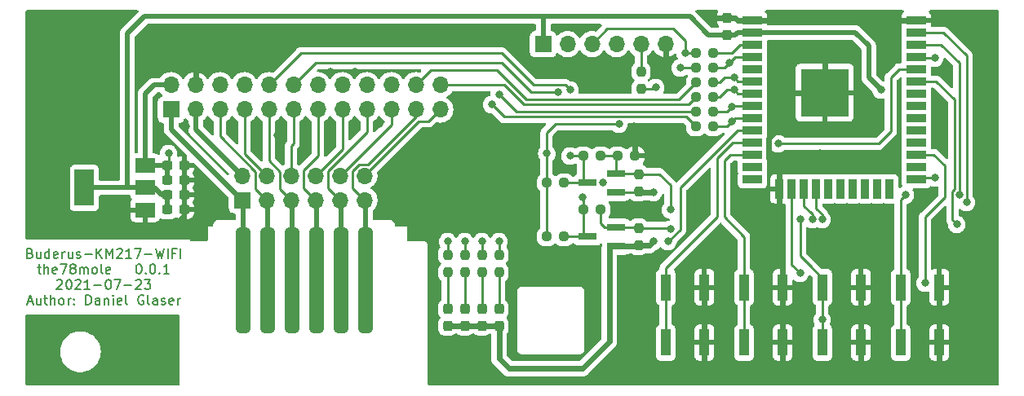
<source format=gbr>
%TF.GenerationSoftware,KiCad,Pcbnew,(5.99.0-9829-g074f0432f0)*%
%TF.CreationDate,2021-07-27T15:24:35+02:00*%
%TF.ProjectId,KM217-WiFi,4b4d3231-372d-4576-9946-692e6b696361,0.0.1*%
%TF.SameCoordinates,Original*%
%TF.FileFunction,Copper,L1,Top*%
%TF.FilePolarity,Positive*%
%FSLAX46Y46*%
G04 Gerber Fmt 4.6, Leading zero omitted, Abs format (unit mm)*
G04 Created by KiCad (PCBNEW (5.99.0-9829-g074f0432f0)) date 2021-07-27 15:24:35*
%MOMM*%
%LPD*%
G01*
G04 APERTURE LIST*
G04 Aperture macros list*
%AMRoundRect*
0 Rectangle with rounded corners*
0 $1 Rounding radius*
0 $2 $3 $4 $5 $6 $7 $8 $9 X,Y pos of 4 corners*
0 Add a 4 corners polygon primitive as box body*
4,1,4,$2,$3,$4,$5,$6,$7,$8,$9,$2,$3,0*
0 Add four circle primitives for the rounded corners*
1,1,$1+$1,$2,$3*
1,1,$1+$1,$4,$5*
1,1,$1+$1,$6,$7*
1,1,$1+$1,$8,$9*
0 Add four rect primitives between the rounded corners*
20,1,$1+$1,$2,$3,$4,$5,0*
20,1,$1+$1,$4,$5,$6,$7,0*
20,1,$1+$1,$6,$7,$8,$9,0*
20,1,$1+$1,$8,$9,$2,$3,0*%
G04 Aperture macros list end*
%ADD10C,0.200000*%
%TA.AperFunction,NonConductor*%
%ADD11C,0.200000*%
%TD*%
%TA.AperFunction,SMDPad,CuDef*%
%ADD12RoundRect,0.457200X-0.304800X-5.042800X0.304800X-5.042800X0.304800X5.042800X-0.304800X5.042800X0*%
%TD*%
%TA.AperFunction,SMDPad,CuDef*%
%ADD13RoundRect,0.237500X-0.250000X-0.237500X0.250000X-0.237500X0.250000X0.237500X-0.250000X0.237500X0*%
%TD*%
%TA.AperFunction,SMDPad,CuDef*%
%ADD14R,1.000000X2.750000*%
%TD*%
%TA.AperFunction,SMDPad,CuDef*%
%ADD15RoundRect,0.237500X-0.300000X-0.237500X0.300000X-0.237500X0.300000X0.237500X-0.300000X0.237500X0*%
%TD*%
%TA.AperFunction,SMDPad,CuDef*%
%ADD16RoundRect,0.237500X-0.237500X0.287500X-0.237500X-0.287500X0.237500X-0.287500X0.237500X0.287500X0*%
%TD*%
%TA.AperFunction,SMDPad,CuDef*%
%ADD17R,1.900000X0.800000*%
%TD*%
%TA.AperFunction,SMDPad,CuDef*%
%ADD18RoundRect,0.237500X-0.237500X0.250000X-0.237500X-0.250000X0.237500X-0.250000X0.237500X0.250000X0*%
%TD*%
%TA.AperFunction,ComponentPad*%
%ADD19R,1.700000X1.700000*%
%TD*%
%TA.AperFunction,ComponentPad*%
%ADD20O,1.700000X1.700000*%
%TD*%
%TA.AperFunction,SMDPad,CuDef*%
%ADD21RoundRect,0.237500X0.237500X-0.250000X0.237500X0.250000X-0.237500X0.250000X-0.237500X-0.250000X0*%
%TD*%
%TA.AperFunction,SMDPad,CuDef*%
%ADD22R,2.000000X1.500000*%
%TD*%
%TA.AperFunction,SMDPad,CuDef*%
%ADD23R,2.000000X3.800000*%
%TD*%
%TA.AperFunction,SMDPad,CuDef*%
%ADD24RoundRect,0.237500X0.237500X-0.300000X0.237500X0.300000X-0.237500X0.300000X-0.237500X-0.300000X0*%
%TD*%
%TA.AperFunction,SMDPad,CuDef*%
%ADD25R,2.000000X0.900000*%
%TD*%
%TA.AperFunction,SMDPad,CuDef*%
%ADD26R,0.900000X2.000000*%
%TD*%
%TA.AperFunction,SMDPad,CuDef*%
%ADD27R,5.000000X5.000000*%
%TD*%
%TA.AperFunction,ViaPad*%
%ADD28C,0.800000*%
%TD*%
%TA.AperFunction,Conductor*%
%ADD29C,0.600000*%
%TD*%
%TA.AperFunction,Conductor*%
%ADD30C,0.500000*%
%TD*%
%TA.AperFunction,Conductor*%
%ADD31C,0.250000*%
%TD*%
G04 APERTURE END LIST*
D10*
D11*
X70970142Y-115750571D02*
X71113000Y-115798190D01*
X71160619Y-115845809D01*
X71208238Y-115941047D01*
X71208238Y-116083904D01*
X71160619Y-116179142D01*
X71113000Y-116226761D01*
X71017761Y-116274380D01*
X70636809Y-116274380D01*
X70636809Y-115274380D01*
X70970142Y-115274380D01*
X71065380Y-115322000D01*
X71113000Y-115369619D01*
X71160619Y-115464857D01*
X71160619Y-115560095D01*
X71113000Y-115655333D01*
X71065380Y-115702952D01*
X70970142Y-115750571D01*
X70636809Y-115750571D01*
X72065380Y-115607714D02*
X72065380Y-116274380D01*
X71636809Y-115607714D02*
X71636809Y-116131523D01*
X71684428Y-116226761D01*
X71779666Y-116274380D01*
X71922523Y-116274380D01*
X72017761Y-116226761D01*
X72065380Y-116179142D01*
X72970142Y-116274380D02*
X72970142Y-115274380D01*
X72970142Y-116226761D02*
X72874904Y-116274380D01*
X72684428Y-116274380D01*
X72589190Y-116226761D01*
X72541571Y-116179142D01*
X72493952Y-116083904D01*
X72493952Y-115798190D01*
X72541571Y-115702952D01*
X72589190Y-115655333D01*
X72684428Y-115607714D01*
X72874904Y-115607714D01*
X72970142Y-115655333D01*
X73827285Y-116226761D02*
X73732047Y-116274380D01*
X73541571Y-116274380D01*
X73446333Y-116226761D01*
X73398714Y-116131523D01*
X73398714Y-115750571D01*
X73446333Y-115655333D01*
X73541571Y-115607714D01*
X73732047Y-115607714D01*
X73827285Y-115655333D01*
X73874904Y-115750571D01*
X73874904Y-115845809D01*
X73398714Y-115941047D01*
X74303476Y-116274380D02*
X74303476Y-115607714D01*
X74303476Y-115798190D02*
X74351095Y-115702952D01*
X74398714Y-115655333D01*
X74493952Y-115607714D01*
X74589190Y-115607714D01*
X75351095Y-115607714D02*
X75351095Y-116274380D01*
X74922523Y-115607714D02*
X74922523Y-116131523D01*
X74970142Y-116226761D01*
X75065380Y-116274380D01*
X75208238Y-116274380D01*
X75303476Y-116226761D01*
X75351095Y-116179142D01*
X75779666Y-116226761D02*
X75874904Y-116274380D01*
X76065380Y-116274380D01*
X76160619Y-116226761D01*
X76208238Y-116131523D01*
X76208238Y-116083904D01*
X76160619Y-115988666D01*
X76065380Y-115941047D01*
X75922523Y-115941047D01*
X75827285Y-115893428D01*
X75779666Y-115798190D01*
X75779666Y-115750571D01*
X75827285Y-115655333D01*
X75922523Y-115607714D01*
X76065380Y-115607714D01*
X76160619Y-115655333D01*
X76636809Y-115893428D02*
X77398714Y-115893428D01*
X77874904Y-116274380D02*
X77874904Y-115274380D01*
X78446333Y-116274380D02*
X78017761Y-115702952D01*
X78446333Y-115274380D02*
X77874904Y-115845809D01*
X78874904Y-116274380D02*
X78874904Y-115274380D01*
X79208238Y-115988666D01*
X79541571Y-115274380D01*
X79541571Y-116274380D01*
X79970142Y-115369619D02*
X80017761Y-115322000D01*
X80113000Y-115274380D01*
X80351095Y-115274380D01*
X80446333Y-115322000D01*
X80493952Y-115369619D01*
X80541571Y-115464857D01*
X80541571Y-115560095D01*
X80493952Y-115702952D01*
X79922523Y-116274380D01*
X80541571Y-116274380D01*
X81493952Y-116274380D02*
X80922523Y-116274380D01*
X81208238Y-116274380D02*
X81208238Y-115274380D01*
X81113000Y-115417238D01*
X81017761Y-115512476D01*
X80922523Y-115560095D01*
X81827285Y-115274380D02*
X82493952Y-115274380D01*
X82065380Y-116274380D01*
X82874904Y-115893428D02*
X83636809Y-115893428D01*
X84017761Y-115274380D02*
X84255857Y-116274380D01*
X84446333Y-115560095D01*
X84636809Y-116274380D01*
X84874904Y-115274380D01*
X85255857Y-116274380D02*
X85255857Y-115274380D01*
X86065380Y-115750571D02*
X85732047Y-115750571D01*
X85732047Y-116274380D02*
X85732047Y-115274380D01*
X86208238Y-115274380D01*
X86589190Y-116274380D02*
X86589190Y-115274380D01*
X71732047Y-117217714D02*
X72113000Y-117217714D01*
X71874904Y-116884380D02*
X71874904Y-117741523D01*
X71922523Y-117836761D01*
X72017761Y-117884380D01*
X72113000Y-117884380D01*
X72446333Y-117884380D02*
X72446333Y-116884380D01*
X72874904Y-117884380D02*
X72874904Y-117360571D01*
X72827285Y-117265333D01*
X72732047Y-117217714D01*
X72589190Y-117217714D01*
X72493952Y-117265333D01*
X72446333Y-117312952D01*
X73732047Y-117836761D02*
X73636809Y-117884380D01*
X73446333Y-117884380D01*
X73351095Y-117836761D01*
X73303476Y-117741523D01*
X73303476Y-117360571D01*
X73351095Y-117265333D01*
X73446333Y-117217714D01*
X73636809Y-117217714D01*
X73732047Y-117265333D01*
X73779666Y-117360571D01*
X73779666Y-117455809D01*
X73303476Y-117551047D01*
X74113000Y-116884380D02*
X74779666Y-116884380D01*
X74351095Y-117884380D01*
X75303476Y-117312952D02*
X75208238Y-117265333D01*
X75160619Y-117217714D01*
X75113000Y-117122476D01*
X75113000Y-117074857D01*
X75160619Y-116979619D01*
X75208238Y-116932000D01*
X75303476Y-116884380D01*
X75493952Y-116884380D01*
X75589190Y-116932000D01*
X75636809Y-116979619D01*
X75684428Y-117074857D01*
X75684428Y-117122476D01*
X75636809Y-117217714D01*
X75589190Y-117265333D01*
X75493952Y-117312952D01*
X75303476Y-117312952D01*
X75208238Y-117360571D01*
X75160619Y-117408190D01*
X75113000Y-117503428D01*
X75113000Y-117693904D01*
X75160619Y-117789142D01*
X75208238Y-117836761D01*
X75303476Y-117884380D01*
X75493952Y-117884380D01*
X75589190Y-117836761D01*
X75636809Y-117789142D01*
X75684428Y-117693904D01*
X75684428Y-117503428D01*
X75636809Y-117408190D01*
X75589190Y-117360571D01*
X75493952Y-117312952D01*
X76113000Y-117884380D02*
X76113000Y-117217714D01*
X76113000Y-117312952D02*
X76160619Y-117265333D01*
X76255857Y-117217714D01*
X76398714Y-117217714D01*
X76493952Y-117265333D01*
X76541571Y-117360571D01*
X76541571Y-117884380D01*
X76541571Y-117360571D02*
X76589190Y-117265333D01*
X76684428Y-117217714D01*
X76827285Y-117217714D01*
X76922523Y-117265333D01*
X76970142Y-117360571D01*
X76970142Y-117884380D01*
X77589190Y-117884380D02*
X77493952Y-117836761D01*
X77446333Y-117789142D01*
X77398714Y-117693904D01*
X77398714Y-117408190D01*
X77446333Y-117312952D01*
X77493952Y-117265333D01*
X77589190Y-117217714D01*
X77732047Y-117217714D01*
X77827285Y-117265333D01*
X77874904Y-117312952D01*
X77922523Y-117408190D01*
X77922523Y-117693904D01*
X77874904Y-117789142D01*
X77827285Y-117836761D01*
X77732047Y-117884380D01*
X77589190Y-117884380D01*
X78493952Y-117884380D02*
X78398714Y-117836761D01*
X78351095Y-117741523D01*
X78351095Y-116884380D01*
X79255857Y-117836761D02*
X79160619Y-117884380D01*
X78970142Y-117884380D01*
X78874904Y-117836761D01*
X78827285Y-117741523D01*
X78827285Y-117360571D01*
X78874904Y-117265333D01*
X78970142Y-117217714D01*
X79160619Y-117217714D01*
X79255857Y-117265333D01*
X79303476Y-117360571D01*
X79303476Y-117455809D01*
X78827285Y-117551047D01*
X82208238Y-116884380D02*
X82303476Y-116884380D01*
X82398714Y-116932000D01*
X82446333Y-116979619D01*
X82493952Y-117074857D01*
X82541571Y-117265333D01*
X82541571Y-117503428D01*
X82493952Y-117693904D01*
X82446333Y-117789142D01*
X82398714Y-117836761D01*
X82303476Y-117884380D01*
X82208238Y-117884380D01*
X82113000Y-117836761D01*
X82065380Y-117789142D01*
X82017761Y-117693904D01*
X81970142Y-117503428D01*
X81970142Y-117265333D01*
X82017761Y-117074857D01*
X82065380Y-116979619D01*
X82113000Y-116932000D01*
X82208238Y-116884380D01*
X82970142Y-117789142D02*
X83017761Y-117836761D01*
X82970142Y-117884380D01*
X82922523Y-117836761D01*
X82970142Y-117789142D01*
X82970142Y-117884380D01*
X83636809Y-116884380D02*
X83732047Y-116884380D01*
X83827285Y-116932000D01*
X83874904Y-116979619D01*
X83922523Y-117074857D01*
X83970142Y-117265333D01*
X83970142Y-117503428D01*
X83922523Y-117693904D01*
X83874904Y-117789142D01*
X83827285Y-117836761D01*
X83732047Y-117884380D01*
X83636809Y-117884380D01*
X83541571Y-117836761D01*
X83493952Y-117789142D01*
X83446333Y-117693904D01*
X83398714Y-117503428D01*
X83398714Y-117265333D01*
X83446333Y-117074857D01*
X83493952Y-116979619D01*
X83541571Y-116932000D01*
X83636809Y-116884380D01*
X84398714Y-117789142D02*
X84446333Y-117836761D01*
X84398714Y-117884380D01*
X84351095Y-117836761D01*
X84398714Y-117789142D01*
X84398714Y-117884380D01*
X85398714Y-117884380D02*
X84827285Y-117884380D01*
X85113000Y-117884380D02*
X85113000Y-116884380D01*
X85017761Y-117027238D01*
X84922523Y-117122476D01*
X84827285Y-117170095D01*
X73755857Y-118589619D02*
X73803476Y-118542000D01*
X73898714Y-118494380D01*
X74136809Y-118494380D01*
X74232047Y-118542000D01*
X74279666Y-118589619D01*
X74327285Y-118684857D01*
X74327285Y-118780095D01*
X74279666Y-118922952D01*
X73708238Y-119494380D01*
X74327285Y-119494380D01*
X74946333Y-118494380D02*
X75041571Y-118494380D01*
X75136809Y-118542000D01*
X75184428Y-118589619D01*
X75232047Y-118684857D01*
X75279666Y-118875333D01*
X75279666Y-119113428D01*
X75232047Y-119303904D01*
X75184428Y-119399142D01*
X75136809Y-119446761D01*
X75041571Y-119494380D01*
X74946333Y-119494380D01*
X74851095Y-119446761D01*
X74803476Y-119399142D01*
X74755857Y-119303904D01*
X74708238Y-119113428D01*
X74708238Y-118875333D01*
X74755857Y-118684857D01*
X74803476Y-118589619D01*
X74851095Y-118542000D01*
X74946333Y-118494380D01*
X75660619Y-118589619D02*
X75708238Y-118542000D01*
X75803476Y-118494380D01*
X76041571Y-118494380D01*
X76136809Y-118542000D01*
X76184428Y-118589619D01*
X76232047Y-118684857D01*
X76232047Y-118780095D01*
X76184428Y-118922952D01*
X75613000Y-119494380D01*
X76232047Y-119494380D01*
X77184428Y-119494380D02*
X76613000Y-119494380D01*
X76898714Y-119494380D02*
X76898714Y-118494380D01*
X76803476Y-118637238D01*
X76708238Y-118732476D01*
X76613000Y-118780095D01*
X77613000Y-119113428D02*
X78374904Y-119113428D01*
X79041571Y-118494380D02*
X79136809Y-118494380D01*
X79232047Y-118542000D01*
X79279666Y-118589619D01*
X79327285Y-118684857D01*
X79374904Y-118875333D01*
X79374904Y-119113428D01*
X79327285Y-119303904D01*
X79279666Y-119399142D01*
X79232047Y-119446761D01*
X79136809Y-119494380D01*
X79041571Y-119494380D01*
X78946333Y-119446761D01*
X78898714Y-119399142D01*
X78851095Y-119303904D01*
X78803476Y-119113428D01*
X78803476Y-118875333D01*
X78851095Y-118684857D01*
X78898714Y-118589619D01*
X78946333Y-118542000D01*
X79041571Y-118494380D01*
X79708238Y-118494380D02*
X80374904Y-118494380D01*
X79946333Y-119494380D01*
X80755857Y-119113428D02*
X81517761Y-119113428D01*
X81946333Y-118589619D02*
X81993952Y-118542000D01*
X82089190Y-118494380D01*
X82327285Y-118494380D01*
X82422523Y-118542000D01*
X82470142Y-118589619D01*
X82517761Y-118684857D01*
X82517761Y-118780095D01*
X82470142Y-118922952D01*
X81898714Y-119494380D01*
X82517761Y-119494380D01*
X82851095Y-118494380D02*
X83470142Y-118494380D01*
X83136809Y-118875333D01*
X83279666Y-118875333D01*
X83374904Y-118922952D01*
X83422523Y-118970571D01*
X83470142Y-119065809D01*
X83470142Y-119303904D01*
X83422523Y-119399142D01*
X83374904Y-119446761D01*
X83279666Y-119494380D01*
X82993952Y-119494380D01*
X82898714Y-119446761D01*
X82851095Y-119399142D01*
X70732047Y-120818666D02*
X71208238Y-120818666D01*
X70636809Y-121104380D02*
X70970142Y-120104380D01*
X71303476Y-121104380D01*
X72065380Y-120437714D02*
X72065380Y-121104380D01*
X71636809Y-120437714D02*
X71636809Y-120961523D01*
X71684428Y-121056761D01*
X71779666Y-121104380D01*
X71922523Y-121104380D01*
X72017761Y-121056761D01*
X72065380Y-121009142D01*
X72398714Y-120437714D02*
X72779666Y-120437714D01*
X72541571Y-120104380D02*
X72541571Y-120961523D01*
X72589190Y-121056761D01*
X72684428Y-121104380D01*
X72779666Y-121104380D01*
X73113000Y-121104380D02*
X73113000Y-120104380D01*
X73541571Y-121104380D02*
X73541571Y-120580571D01*
X73493952Y-120485333D01*
X73398714Y-120437714D01*
X73255857Y-120437714D01*
X73160619Y-120485333D01*
X73113000Y-120532952D01*
X74160619Y-121104380D02*
X74065380Y-121056761D01*
X74017761Y-121009142D01*
X73970142Y-120913904D01*
X73970142Y-120628190D01*
X74017761Y-120532952D01*
X74065380Y-120485333D01*
X74160619Y-120437714D01*
X74303476Y-120437714D01*
X74398714Y-120485333D01*
X74446333Y-120532952D01*
X74493952Y-120628190D01*
X74493952Y-120913904D01*
X74446333Y-121009142D01*
X74398714Y-121056761D01*
X74303476Y-121104380D01*
X74160619Y-121104380D01*
X74922523Y-121104380D02*
X74922523Y-120437714D01*
X74922523Y-120628190D02*
X74970142Y-120532952D01*
X75017761Y-120485333D01*
X75113000Y-120437714D01*
X75208238Y-120437714D01*
X75541571Y-121009142D02*
X75589190Y-121056761D01*
X75541571Y-121104380D01*
X75493952Y-121056761D01*
X75541571Y-121009142D01*
X75541571Y-121104380D01*
X75541571Y-120485333D02*
X75589190Y-120532952D01*
X75541571Y-120580571D01*
X75493952Y-120532952D01*
X75541571Y-120485333D01*
X75541571Y-120580571D01*
X76779666Y-121104380D02*
X76779666Y-120104380D01*
X77017761Y-120104380D01*
X77160619Y-120152000D01*
X77255857Y-120247238D01*
X77303476Y-120342476D01*
X77351095Y-120532952D01*
X77351095Y-120675809D01*
X77303476Y-120866285D01*
X77255857Y-120961523D01*
X77160619Y-121056761D01*
X77017761Y-121104380D01*
X76779666Y-121104380D01*
X78208238Y-121104380D02*
X78208238Y-120580571D01*
X78160619Y-120485333D01*
X78065380Y-120437714D01*
X77874904Y-120437714D01*
X77779666Y-120485333D01*
X78208238Y-121056761D02*
X78113000Y-121104380D01*
X77874904Y-121104380D01*
X77779666Y-121056761D01*
X77732047Y-120961523D01*
X77732047Y-120866285D01*
X77779666Y-120771047D01*
X77874904Y-120723428D01*
X78113000Y-120723428D01*
X78208238Y-120675809D01*
X78684428Y-120437714D02*
X78684428Y-121104380D01*
X78684428Y-120532952D02*
X78732047Y-120485333D01*
X78827285Y-120437714D01*
X78970142Y-120437714D01*
X79065380Y-120485333D01*
X79113000Y-120580571D01*
X79113000Y-121104380D01*
X79589190Y-121104380D02*
X79589190Y-120437714D01*
X79589190Y-120104380D02*
X79541571Y-120152000D01*
X79589190Y-120199619D01*
X79636809Y-120152000D01*
X79589190Y-120104380D01*
X79589190Y-120199619D01*
X80446333Y-121056761D02*
X80351095Y-121104380D01*
X80160619Y-121104380D01*
X80065380Y-121056761D01*
X80017761Y-120961523D01*
X80017761Y-120580571D01*
X80065380Y-120485333D01*
X80160619Y-120437714D01*
X80351095Y-120437714D01*
X80446333Y-120485333D01*
X80493952Y-120580571D01*
X80493952Y-120675809D01*
X80017761Y-120771047D01*
X81065380Y-121104380D02*
X80970142Y-121056761D01*
X80922523Y-120961523D01*
X80922523Y-120104380D01*
X82732047Y-120152000D02*
X82636809Y-120104380D01*
X82493952Y-120104380D01*
X82351095Y-120152000D01*
X82255857Y-120247238D01*
X82208238Y-120342476D01*
X82160619Y-120532952D01*
X82160619Y-120675809D01*
X82208238Y-120866285D01*
X82255857Y-120961523D01*
X82351095Y-121056761D01*
X82493952Y-121104380D01*
X82589190Y-121104380D01*
X82732047Y-121056761D01*
X82779666Y-121009142D01*
X82779666Y-120675809D01*
X82589190Y-120675809D01*
X83351095Y-121104380D02*
X83255857Y-121056761D01*
X83208238Y-120961523D01*
X83208238Y-120104380D01*
X84160619Y-121104380D02*
X84160619Y-120580571D01*
X84113000Y-120485333D01*
X84017761Y-120437714D01*
X83827285Y-120437714D01*
X83732047Y-120485333D01*
X84160619Y-121056761D02*
X84065380Y-121104380D01*
X83827285Y-121104380D01*
X83732047Y-121056761D01*
X83684428Y-120961523D01*
X83684428Y-120866285D01*
X83732047Y-120771047D01*
X83827285Y-120723428D01*
X84065380Y-120723428D01*
X84160619Y-120675809D01*
X84589190Y-121056761D02*
X84684428Y-121104380D01*
X84874904Y-121104380D01*
X84970142Y-121056761D01*
X85017761Y-120961523D01*
X85017761Y-120913904D01*
X84970142Y-120818666D01*
X84874904Y-120771047D01*
X84732047Y-120771047D01*
X84636809Y-120723428D01*
X84589190Y-120628190D01*
X84589190Y-120580571D01*
X84636809Y-120485333D01*
X84732047Y-120437714D01*
X84874904Y-120437714D01*
X84970142Y-120485333D01*
X85827285Y-121056761D02*
X85732047Y-121104380D01*
X85541571Y-121104380D01*
X85446333Y-121056761D01*
X85398714Y-120961523D01*
X85398714Y-120580571D01*
X85446333Y-120485333D01*
X85541571Y-120437714D01*
X85732047Y-120437714D01*
X85827285Y-120485333D01*
X85874904Y-120580571D01*
X85874904Y-120675809D01*
X85398714Y-120771047D01*
X86303476Y-121104380D02*
X86303476Y-120437714D01*
X86303476Y-120628190D02*
X86351095Y-120532952D01*
X86398714Y-120485333D01*
X86493952Y-120437714D01*
X86589190Y-120437714D01*
D12*
%TO.P,J1,11,Pin_11*%
%TO.N,LM_P11*%
X105750000Y-118618000D03*
%TO.P,J1,9,Pin_9*%
%TO.N,LM_P9*%
X103210000Y-118618000D03*
%TO.P,J1,7,Pin_7*%
%TO.N,LM_P7*%
X100670000Y-118618000D03*
%TO.P,J1,5,Pin_5*%
%TO.N,LM_P5*%
X98130000Y-118618000D03*
%TO.P,J1,3,Pin_3*%
%TO.N,LM_P3*%
X95590000Y-118618000D03*
%TO.P,J1,1,Pin_1*%
%TO.N,LM_P1*%
X93050000Y-118618000D03*
%TD*%
D13*
%TO.P,R2,1*%
%TO.N,LM_TX*%
X128373500Y-105664000D03*
%TO.P,R2,2*%
%TO.N,U1RX*%
X130198500Y-105664000D03*
%TD*%
%TO.P,R8,1*%
%TO.N,Net-(J2-Pad22)*%
X140057500Y-98044000D03*
%TO.P,R8,2*%
%TO.N,ADC1_CH6*%
X141882500Y-98044000D03*
%TD*%
D14*
%TO.P,SW2,1,1*%
%TO.N,GND*%
X140938000Y-125049000D03*
X140938000Y-119299000D03*
%TO.P,SW2,2,2*%
%TO.N,Net-(SW2-Pad2)*%
X136938000Y-119299000D03*
X136938000Y-125049000D03*
%TD*%
D15*
%TO.P,C5,1*%
%TO.N,+3V3*%
X85243500Y-111252000D03*
%TO.P,C5,2*%
%TO.N,GND*%
X86968500Y-111252000D03*
%TD*%
D16*
%TO.P,D1,1,K*%
%TO.N,Net-(D1-Pad1)*%
X114300000Y-121553000D03*
%TO.P,D1,2,A*%
%TO.N,+3V3*%
X114300000Y-123303000D03*
%TD*%
D13*
%TO.P,R10,1*%
%TO.N,+5V*%
X124563500Y-114046000D03*
%TO.P,R10,2*%
%TO.N,LM_RX*%
X126388500Y-114046000D03*
%TD*%
%TO.P,R11,1*%
%TO.N,+5V*%
X124563500Y-108458000D03*
%TO.P,R11,2*%
%TO.N,LM_TX*%
X126388500Y-108458000D03*
%TD*%
D17*
%TO.P,Q2,1,G*%
%TO.N,+3V3*%
X131802000Y-109408000D03*
%TO.P,Q2,2,S*%
%TO.N,U1RX*%
X131802000Y-107508000D03*
%TO.P,Q2,3,D*%
%TO.N,LM_TX*%
X128802000Y-108458000D03*
%TD*%
D18*
%TO.P,R24,1*%
%TO.N,Net-(R24-Pad1)*%
X116078000Y-115927500D03*
%TO.P,R24,2*%
%TO.N,Net-(D2-Pad1)*%
X116078000Y-117752500D03*
%TD*%
D13*
%TO.P,R1,1*%
%TO.N,LM_RX*%
X128373500Y-111252000D03*
%TO.P,R1,2*%
%TO.N,U1TX*%
X130198500Y-111252000D03*
%TD*%
D19*
%TO.P,J2,1,Pin_1*%
%TO.N,LM_P1*%
X85598000Y-100838000D03*
D20*
%TO.P,J2,2,Pin_2*%
%TO.N,+5V*%
X85598000Y-98298000D03*
%TO.P,J2,3,Pin_3*%
%TO.N,LM_P2*%
X88138000Y-100838000D03*
%TO.P,J2,4,Pin_4*%
%TO.N,GND*%
X88138000Y-98298000D03*
%TO.P,J2,5,Pin_5*%
%TO.N,LM_P3*%
X90678000Y-100838000D03*
%TO.P,J2,6,Pin_6*%
%TO.N,unconnected-(J2-Pad6)*%
X90678000Y-98298000D03*
%TO.P,J2,7,Pin_7*%
%TO.N,LM_P4*%
X93218000Y-100838000D03*
%TO.P,J2,8,Pin_8*%
%TO.N,unconnected-(J2-Pad8)*%
X93218000Y-98298000D03*
%TO.P,J2,9,Pin_9*%
%TO.N,LM_P5*%
X95758000Y-100838000D03*
%TO.P,J2,10,Pin_10*%
%TO.N,LM_RX*%
X95758000Y-98298000D03*
%TO.P,J2,11,Pin_11*%
%TO.N,LM_P6*%
X98298000Y-100838000D03*
%TO.P,J2,12,Pin_12*%
%TO.N,LM_TX*%
X98298000Y-98298000D03*
%TO.P,J2,13,Pin_13*%
%TO.N,LM_P7*%
X100838000Y-100838000D03*
%TO.P,J2,14,Pin_14*%
%TO.N,unconnected-(J2-Pad14)*%
X100838000Y-98298000D03*
%TO.P,J2,15,Pin_15*%
%TO.N,LM_P8*%
X103378000Y-100838000D03*
%TO.P,J2,16,Pin_16*%
%TO.N,unconnected-(J2-Pad16)*%
X103378000Y-98298000D03*
%TO.P,J2,17,Pin_17*%
%TO.N,LM_P9*%
X105918000Y-100838000D03*
%TO.P,J2,18,Pin_18*%
%TO.N,Net-(J2-Pad18)*%
X105918000Y-98298000D03*
%TO.P,J2,19,Pin_19*%
%TO.N,LM_P10*%
X108458000Y-100838000D03*
%TO.P,J2,20,Pin_20*%
%TO.N,Net-(J2-Pad20)*%
X108458000Y-98298000D03*
%TO.P,J2,21,Pin_21*%
%TO.N,LM_P11*%
X110998000Y-100838000D03*
%TO.P,J2,22,Pin_22*%
%TO.N,Net-(J2-Pad22)*%
X110998000Y-98298000D03*
%TO.P,J2,23,Pin_23*%
%TO.N,LM_P12*%
X113538000Y-100838000D03*
%TO.P,J2,24,Pin_24*%
%TO.N,Net-(J2-Pad24)*%
X113538000Y-98298000D03*
%TD*%
D17*
%TO.P,Q1,1,G*%
%TO.N,+3V3*%
X131802000Y-114996000D03*
%TO.P,Q1,2,S*%
%TO.N,U1TX*%
X131802000Y-113096000D03*
%TO.P,Q1,3,D*%
%TO.N,LM_RX*%
X128802000Y-114046000D03*
%TD*%
D13*
%TO.P,R3,1*%
%TO.N,U1RX*%
X131929500Y-105664000D03*
%TO.P,R3,2*%
%TO.N,GND*%
X133754500Y-105664000D03*
%TD*%
%TO.P,R5,1*%
%TO.N,+5V*%
X140057500Y-96520000D03*
%TO.P,R5,2*%
%TO.N,ADC1_CH0*%
X141882500Y-96520000D03*
%TD*%
D16*
%TO.P,D4,1,K*%
%TO.N,Net-(D4-Pad1)*%
X119634000Y-121553000D03*
%TO.P,D4,2,A*%
%TO.N,+3V3*%
X119634000Y-123303000D03*
%TD*%
D21*
%TO.P,R17,1*%
%TO.N,+3V3*%
X134112000Y-114958500D03*
%TO.P,R17,2*%
%TO.N,U1TX*%
X134112000Y-113133500D03*
%TD*%
D16*
%TO.P,D3,1,K*%
%TO.N,Net-(D3-Pad1)*%
X117856000Y-121553000D03*
%TO.P,D3,2,A*%
%TO.N,+3V3*%
X117856000Y-123303000D03*
%TD*%
D14*
%TO.P,SW1,1,1*%
%TO.N,GND*%
X149066000Y-125049000D03*
X149066000Y-119299000D03*
%TO.P,SW1,2,2*%
%TO.N,Net-(SW1-Pad2)*%
X145066000Y-125049000D03*
X145066000Y-119299000D03*
%TD*%
D21*
%TO.P,R18,1*%
%TO.N,+3V3*%
X134112000Y-109370500D03*
%TO.P,R18,2*%
%TO.N,U1RX*%
X134112000Y-107545500D03*
%TD*%
D18*
%TO.P,R25,1*%
%TO.N,Net-(R25-Pad1)*%
X117856000Y-115927500D03*
%TO.P,R25,2*%
%TO.N,Net-(D3-Pad1)*%
X117856000Y-117752500D03*
%TD*%
D15*
%TO.P,C4,1*%
%TO.N,+3V3*%
X85243500Y-109728000D03*
%TO.P,C4,2*%
%TO.N,GND*%
X86968500Y-109728000D03*
%TD*%
D14*
%TO.P,SW3,1,1*%
%TO.N,GND*%
X165322000Y-119299000D03*
X165322000Y-125049000D03*
%TO.P,SW3,2,2*%
%TO.N,ESP_IO0*%
X161322000Y-125049000D03*
X161322000Y-119299000D03*
%TD*%
D22*
%TO.P,U2,1,GND*%
%TO.N,GND*%
X82906000Y-111266000D03*
D23*
%TO.P,U2,2,VO*%
%TO.N,+3V3*%
X76606000Y-108966000D03*
D22*
X82906000Y-108966000D03*
%TO.P,U2,3,VI*%
%TO.N,+5V*%
X82906000Y-106666000D03*
%TD*%
D13*
%TO.P,R7,1*%
%TO.N,Net-(J2-Pad20)*%
X140057500Y-102616000D03*
%TO.P,R7,2*%
%TO.N,ADC1_CH5*%
X141882500Y-102616000D03*
%TD*%
D14*
%TO.P,SW4,1,1*%
%TO.N,GND*%
X157194000Y-119299000D03*
X157194000Y-125049000D03*
%TO.P,SW4,2,2*%
%TO.N,ESP_EN*%
X153194000Y-125049000D03*
X153194000Y-119299000D03*
%TD*%
D24*
%TO.P,C1,1*%
%TO.N,+3V3*%
X143256000Y-93064500D03*
%TO.P,C1,2*%
%TO.N,GND*%
X143256000Y-91339500D03*
%TD*%
D19*
%TO.P,J3,1,Pin_1*%
%TO.N,LM_P1*%
X92964000Y-110241000D03*
D20*
%TO.P,J3,2,Pin_2*%
%TO.N,LM_P2*%
X92964000Y-107701000D03*
%TO.P,J3,3,Pin_3*%
%TO.N,LM_P3*%
X95504000Y-110241000D03*
%TO.P,J3,4,Pin_4*%
%TO.N,LM_P4*%
X95504000Y-107701000D03*
%TO.P,J3,5,Pin_5*%
%TO.N,LM_P5*%
X98044000Y-110241000D03*
%TO.P,J3,6,Pin_6*%
%TO.N,LM_P6*%
X98044000Y-107701000D03*
%TO.P,J3,7,Pin_7*%
%TO.N,LM_P7*%
X100584000Y-110241000D03*
%TO.P,J3,8,Pin_8*%
%TO.N,LM_P8*%
X100584000Y-107701000D03*
%TO.P,J3,9,Pin_9*%
%TO.N,LM_P9*%
X103124000Y-110241000D03*
%TO.P,J3,10,Pin_10*%
%TO.N,LM_P10*%
X103124000Y-107701000D03*
%TO.P,J3,11,Pin_11*%
%TO.N,LM_P11*%
X105664000Y-110241000D03*
%TO.P,J3,12,Pin_12*%
%TO.N,LM_P12*%
X105664000Y-107701000D03*
%TD*%
D13*
%TO.P,R6,1*%
%TO.N,Net-(J2-Pad18)*%
X140057500Y-101092000D03*
%TO.P,R6,2*%
%TO.N,ADC1_CH4*%
X141882500Y-101092000D03*
%TD*%
D19*
%TO.P,J4,1,Pin_1*%
%TO.N,+3V3*%
X124206000Y-94037000D03*
D20*
%TO.P,J4,2,Pin_2*%
%TO.N,ESP_IO0*%
X126746000Y-94037000D03*
%TO.P,J4,3,Pin_3*%
%TO.N,ESP_EN*%
X129286000Y-94037000D03*
%TO.P,J4,4,Pin_4*%
%TO.N,ESP_TX*%
X131826000Y-94037000D03*
%TO.P,J4,5,Pin_5*%
%TO.N,ESP_RX*%
X134366000Y-94037000D03*
%TO.P,J4,6,Pin_6*%
%TO.N,GND*%
X136906000Y-94037000D03*
%TD*%
D13*
%TO.P,R9,1*%
%TO.N,Net-(J2-Pad24)*%
X140057500Y-99568000D03*
%TO.P,R9,2*%
%TO.N,ADC1_CH7*%
X141882500Y-99568000D03*
%TD*%
D16*
%TO.P,D2,1,K*%
%TO.N,Net-(D2-Pad1)*%
X116078000Y-121553000D03*
%TO.P,D2,2,A*%
%TO.N,+3V3*%
X116078000Y-123303000D03*
%TD*%
D21*
%TO.P,R22,1*%
%TO.N,Net-(R22-Pad1)*%
X134366000Y-98702500D03*
%TO.P,R22,2*%
%TO.N,ESP_RX*%
X134366000Y-96877500D03*
%TD*%
D15*
%TO.P,C2,1*%
%TO.N,+5V*%
X85243500Y-108204000D03*
%TO.P,C2,2*%
%TO.N,GND*%
X86968500Y-108204000D03*
%TD*%
D13*
%TO.P,R19,1*%
%TO.N,ESP_EN*%
X140057500Y-94996000D03*
%TO.P,R19,2*%
%TO.N,Net-(R19-Pad2)*%
X141882500Y-94996000D03*
%TD*%
D18*
%TO.P,R23,1*%
%TO.N,Net-(R23-Pad1)*%
X114300000Y-115927500D03*
%TO.P,R23,2*%
%TO.N,Net-(D1-Pad1)*%
X114300000Y-117752500D03*
%TD*%
D15*
%TO.P,C3,1*%
%TO.N,+5V*%
X85243500Y-106680000D03*
%TO.P,C3,2*%
%TO.N,GND*%
X86968500Y-106680000D03*
%TD*%
D25*
%TO.P,U1,1,GND*%
%TO.N,GND*%
X145932000Y-91567000D03*
%TO.P,U1,2,VDD*%
%TO.N,+3V3*%
X145932000Y-92837000D03*
%TO.P,U1,3,EN*%
%TO.N,Net-(R19-Pad2)*%
X145932000Y-94107000D03*
%TO.P,U1,4,SENSOR_VP*%
%TO.N,ADC1_CH0*%
X145932000Y-95377000D03*
%TO.P,U1,5,SENSOR_VN*%
%TO.N,unconnected-(U1-Pad5)*%
X145932000Y-96647000D03*
%TO.P,U1,6,IO34*%
%TO.N,ADC1_CH6*%
X145932000Y-97917000D03*
%TO.P,U1,7,IO35*%
%TO.N,ADC1_CH7*%
X145932000Y-99187000D03*
%TO.P,U1,8,IO32*%
%TO.N,ADC1_CH4*%
X145932000Y-100457000D03*
%TO.P,U1,9,IO33*%
%TO.N,ADC1_CH5*%
X145932000Y-101727000D03*
%TO.P,U1,10,IO25*%
%TO.N,Net-(R26-Pad1)*%
X145932000Y-102997000D03*
%TO.P,U1,11,IO26*%
%TO.N,Net-(SW2-Pad2)*%
X145932000Y-104267000D03*
%TO.P,U1,12,IO27*%
%TO.N,Net-(SW1-Pad2)*%
X145932000Y-105537000D03*
%TO.P,U1,13,IO14*%
%TO.N,unconnected-(U1-Pad13)*%
X145932000Y-106807000D03*
%TO.P,U1,14,IO12*%
%TO.N,unconnected-(U1-Pad14)*%
X145932000Y-108077000D03*
D26*
%TO.P,U1,15,GND*%
%TO.N,GND*%
X148717000Y-109077000D03*
%TO.P,U1,16,IO13*%
%TO.N,SDA*%
X149987000Y-109077000D03*
%TO.P,U1,17,SHD/SD2*%
%TO.N,U1RX*%
X151257000Y-109077000D03*
%TO.P,U1,18,SWP/SD3*%
%TO.N,U1TX*%
X152527000Y-109077000D03*
%TO.P,U1,19,SCS/CMD*%
%TO.N,unconnected-(U1-Pad19)*%
X153797000Y-109077000D03*
%TO.P,U1,20,SCK/CLK*%
%TO.N,unconnected-(U1-Pad20)*%
X155067000Y-109077000D03*
%TO.P,U1,21,SDO/SD0*%
%TO.N,unconnected-(U1-Pad21)*%
X156337000Y-109077000D03*
%TO.P,U1,22,SDI/SD1*%
%TO.N,unconnected-(U1-Pad22)*%
X157607000Y-109077000D03*
%TO.P,U1,23,IO15*%
%TO.N,unconnected-(U1-Pad23)*%
X158877000Y-109077000D03*
%TO.P,U1,24,IO2*%
%TO.N,unconnected-(U1-Pad24)*%
X160147000Y-109077000D03*
D25*
%TO.P,U1,25,IO0*%
%TO.N,Net-(R20-Pad1)*%
X162932000Y-108077000D03*
%TO.P,U1,26,IO4*%
%TO.N,unconnected-(U1-Pad26)*%
X162932000Y-106807000D03*
%TO.P,U1,27,IO16*%
%TO.N,SCL*%
X162932000Y-105537000D03*
%TO.P,U1,28,IO17*%
%TO.N,unconnected-(U1-Pad28)*%
X162932000Y-104267000D03*
%TO.P,U1,29,IO5*%
%TO.N,unconnected-(U1-Pad29)*%
X162932000Y-102997000D03*
%TO.P,U1,30,IO18*%
%TO.N,unconnected-(U1-Pad30)*%
X162932000Y-101727000D03*
%TO.P,U1,31,IO19*%
%TO.N,unconnected-(U1-Pad31)*%
X162932000Y-100457000D03*
%TO.P,U1,32,NC*%
%TO.N,unconnected-(U1-Pad32)*%
X162932000Y-99187000D03*
%TO.P,U1,33,IO21*%
%TO.N,Net-(R23-Pad1)*%
X162932000Y-97917000D03*
%TO.P,U1,34,RXD0/IO3*%
%TO.N,Net-(R22-Pad1)*%
X162932000Y-96647000D03*
%TO.P,U1,35,TXD0/IO1*%
%TO.N,Net-(R21-Pad1)*%
X162932000Y-95377000D03*
%TO.P,U1,36,IO22*%
%TO.N,Net-(R24-Pad1)*%
X162932000Y-94107000D03*
%TO.P,U1,37,IO23*%
%TO.N,Net-(R25-Pad1)*%
X162932000Y-92837000D03*
%TO.P,U1,38,GND*%
%TO.N,GND*%
X162932000Y-91567000D03*
D27*
%TO.P,U1,39,GND*%
X153432000Y-99067000D03*
%TD*%
D18*
%TO.P,R26,1*%
%TO.N,Net-(R26-Pad1)*%
X119634000Y-115927500D03*
%TO.P,R26,2*%
%TO.N,Net-(D4-Pad1)*%
X119634000Y-117752500D03*
%TD*%
D28*
%TO.N,GND*%
X133858000Y-111252000D03*
X134366000Y-118872000D03*
X152908000Y-114808000D03*
X140208000Y-110490000D03*
X156210000Y-128016000D03*
X130048000Y-128524000D03*
X121666000Y-106426000D03*
X133604000Y-102616000D03*
X169672000Y-92202000D03*
X89408000Y-92710000D03*
X88138000Y-113284000D03*
X82550000Y-97536000D03*
X113538000Y-125222000D03*
X85344000Y-128270000D03*
X121412000Y-92710000D03*
X89154000Y-108966000D03*
X151638000Y-94234000D03*
X153416000Y-102870000D03*
X104394000Y-103251000D03*
X170180000Y-99568000D03*
X132588000Y-124714000D03*
X107188000Y-102362000D03*
X113792000Y-128270000D03*
X139192000Y-121920000D03*
X79502000Y-91440000D03*
X166116000Y-97282000D03*
X132080000Y-96774000D03*
X80518000Y-111252000D03*
X148590000Y-102108000D03*
X71628000Y-91440000D03*
X77724000Y-113538000D03*
X94234000Y-103632000D03*
X160020000Y-105410000D03*
X153416000Y-91694000D03*
X96647000Y-103505000D03*
X159766000Y-116586000D03*
X138176000Y-98298000D03*
X111506000Y-112522000D03*
X72136000Y-113792000D03*
X164592000Y-109474000D03*
X141732000Y-91440000D03*
X152908000Y-107188000D03*
X159512000Y-93218000D03*
X109474000Y-108204000D03*
X111506000Y-93726000D03*
X147066000Y-122174000D03*
X148336000Y-91440000D03*
X102235000Y-103632000D03*
X104140000Y-93726000D03*
X121158000Y-118618000D03*
X128016000Y-92456000D03*
X165354000Y-103632000D03*
X97790000Y-93726000D03*
X122174000Y-114046000D03*
X88138000Y-95758000D03*
X72136000Y-106426000D03*
X130429000Y-108458000D03*
X115824000Y-109982000D03*
X129032000Y-118618000D03*
X136398000Y-102870000D03*
X155194000Y-122174000D03*
X136144000Y-96774000D03*
X157988000Y-102616000D03*
X129540000Y-103632000D03*
X134366000Y-128270000D03*
X95250000Y-95758000D03*
X89408000Y-102616000D03*
X155702000Y-94234000D03*
X147320000Y-114808000D03*
X122428000Y-110236000D03*
X157480000Y-99314000D03*
X122682000Y-103378000D03*
X153416000Y-94234000D03*
X102108000Y-96901000D03*
X170180000Y-107188000D03*
X90170000Y-111760000D03*
X155702000Y-111760000D03*
X128524000Y-98298000D03*
X140970000Y-104140000D03*
X99441000Y-103251000D03*
X165100000Y-100076000D03*
X159766000Y-114554000D03*
X91948000Y-95758000D03*
X83820000Y-92710000D03*
X147066000Y-128016000D03*
X71882000Y-101346000D03*
X156718000Y-116586000D03*
X81026000Y-122682000D03*
X75692000Y-96266000D03*
X152908000Y-105410000D03*
X78994000Y-101854000D03*
X94234000Y-92710000D03*
X118110000Y-125476000D03*
X71628000Y-128270000D03*
X162560000Y-111252000D03*
X104648000Y-96901000D03*
X143256000Y-121920000D03*
X79248000Y-107188000D03*
X142240000Y-114808000D03*
X118364000Y-128524000D03*
X114046000Y-103632000D03*
X116332000Y-101092000D03*
X119888000Y-93726000D03*
X92075000Y-103251000D03*
X138430000Y-105410000D03*
X131572000Y-111252000D03*
X87122000Y-102616000D03*
X167640000Y-122174000D03*
X156464000Y-107188000D03*
X167386000Y-115570000D03*
%TO.N,+3V3*%
X135636000Y-114554000D03*
X159258000Y-98806000D03*
X135636000Y-109474000D03*
%TO.N,+5V*%
X124587000Y-105410000D03*
X85344000Y-105410000D03*
X138430000Y-96520000D03*
X132080000Y-102362000D03*
%TO.N,Net-(J2-Pad20)*%
X118872000Y-100330000D03*
%TO.N,Net-(J2-Pad18)*%
X119634000Y-99314000D03*
%TO.N,LM_TX*%
X127000000Y-105664000D03*
X125730000Y-99060000D03*
%TO.N,LM_RX*%
X128270000Y-109982000D03*
X127000000Y-98806000D03*
%TO.N,ESP_EN*%
X153162000Y-122682000D03*
X138938000Y-94996000D03*
X150876000Y-112268000D03*
%TO.N,ESP_IO0*%
X161798000Y-109728000D03*
%TO.N,U1TX*%
X153162000Y-112268000D03*
X137414000Y-113284000D03*
%TO.N,U1RX*%
X152146000Y-112268000D03*
X137414000Y-111252000D03*
%TO.N,SDA*%
X150876000Y-117856000D03*
%TO.N,ADC1_CH0*%
X143510000Y-96012000D03*
%TO.N,ADC1_CH4*%
X143764000Y-100584000D03*
%TO.N,ADC1_CH5*%
X143764000Y-102108000D03*
%TO.N,ADC1_CH6*%
X144018000Y-97536000D03*
%TO.N,ADC1_CH7*%
X144018000Y-98806000D03*
%TO.N,Net-(R20-Pad1)*%
X164846000Y-107950000D03*
%TO.N,Net-(R21-Pad1)*%
X164846000Y-95504000D03*
%TO.N,Net-(R22-Pad1)*%
X148590000Y-104394000D03*
X135890000Y-98552000D03*
%TO.N,Net-(R23-Pad1)*%
X114300000Y-114554000D03*
X167132000Y-112776000D03*
%TO.N,Net-(R24-Pad1)*%
X116078000Y-114554000D03*
X167423000Y-109657948D03*
%TO.N,Net-(R25-Pad1)*%
X117856000Y-114554000D03*
X168148000Y-110490000D03*
%TO.N,Net-(R26-Pad1)*%
X119634000Y-114554000D03*
X137160000Y-114554000D03*
%TO.N,SCL*%
X163830000Y-118872000D03*
%TD*%
D29*
%TO.N,GND*%
X149066000Y-127222000D02*
X148272000Y-128016000D01*
X148272000Y-128016000D02*
X141732000Y-128016000D01*
D30*
X82906000Y-112624000D02*
X82906000Y-111266000D01*
D29*
X149066000Y-127222000D02*
X149066000Y-125049000D01*
X148590000Y-102870000D02*
X148590000Y-102108000D01*
X136906000Y-94037000D02*
X136906000Y-96012000D01*
X165322000Y-125049000D02*
X165322000Y-127286000D01*
X143256000Y-91339500D02*
X141832500Y-91339500D01*
X88138000Y-98298000D02*
X88138000Y-95758000D01*
X149860000Y-128016000D02*
X149066000Y-127222000D01*
X164592000Y-128016000D02*
X157988000Y-128016000D01*
X132588000Y-103632000D02*
X129540000Y-103632000D01*
X149066000Y-119299000D02*
X149066000Y-111728000D01*
X133754500Y-105664000D02*
X133754500Y-102766500D01*
D30*
X83312000Y-113030000D02*
X82906000Y-112624000D01*
D29*
X157194000Y-127222000D02*
X157194000Y-125049000D01*
X147574000Y-103886000D02*
X148590000Y-102870000D01*
X144399000Y-91567000D02*
X144171500Y-91339500D01*
X149352000Y-99060000D02*
X149359000Y-99067000D01*
X157194000Y-125049000D02*
X157194000Y-119299000D01*
X121412000Y-94488000D02*
X123698000Y-96774000D01*
X148717000Y-107061000D02*
X148336000Y-106680000D01*
X133604000Y-102616000D02*
X132588000Y-103632000D01*
D30*
X86968500Y-108204000D02*
X86968500Y-109728000D01*
D29*
X136906000Y-96012000D02*
X136144000Y-96774000D01*
X157194000Y-127222000D02*
X156400000Y-128016000D01*
X88138000Y-95758000D02*
X91186000Y-92710000D01*
X141832500Y-91339500D02*
X141732000Y-91440000D01*
X149066000Y-111728000D02*
X148717000Y-111379000D01*
X149359000Y-99067000D02*
X153432000Y-99067000D01*
D30*
X86968500Y-111913500D02*
X85852000Y-113030000D01*
D29*
X156400000Y-128016000D02*
X149860000Y-128016000D01*
X153432000Y-94250000D02*
X153416000Y-94234000D01*
X140938000Y-119299000D02*
X140938000Y-125049000D01*
X153289000Y-91567000D02*
X145932000Y-91567000D01*
X145932000Y-91567000D02*
X144399000Y-91567000D01*
X121412000Y-92710000D02*
X121412000Y-94488000D01*
X153543000Y-91567000D02*
X162932000Y-91567000D01*
X148336000Y-106680000D02*
X147574000Y-105918000D01*
X147574000Y-105918000D02*
X147574000Y-103886000D01*
X149066000Y-119299000D02*
X149066000Y-125049000D01*
X128524000Y-96774000D02*
X132080000Y-96774000D01*
D30*
X82906000Y-111266000D02*
X80532000Y-111266000D01*
X86968500Y-109728000D02*
X86968500Y-111252000D01*
D29*
X153432000Y-99067000D02*
X153432000Y-94250000D01*
X157988000Y-128016000D02*
X157194000Y-127222000D01*
X140938000Y-127222000D02*
X140938000Y-125049000D01*
X165322000Y-119299000D02*
X165322000Y-125049000D01*
D30*
X86968500Y-111252000D02*
X86968500Y-111913500D01*
X85852000Y-113030000D02*
X83312000Y-113030000D01*
D29*
X148717000Y-109077000D02*
X148717000Y-107061000D01*
X148717000Y-111379000D02*
X148717000Y-109077000D01*
X133754500Y-102766500D02*
X133604000Y-102616000D01*
X128524000Y-98298000D02*
X128524000Y-96774000D01*
X123698000Y-96774000D02*
X128524000Y-96774000D01*
D30*
X80532000Y-111266000D02*
X80518000Y-111252000D01*
D29*
X148590000Y-99822000D02*
X149352000Y-99060000D01*
D30*
X86968500Y-106680000D02*
X86968500Y-108204000D01*
D29*
X144171500Y-91339500D02*
X143256000Y-91339500D01*
X141732000Y-128016000D02*
X140938000Y-127222000D01*
X91186000Y-92710000D02*
X121412000Y-92710000D01*
X153416000Y-91694000D02*
X153543000Y-91567000D01*
X148590000Y-102108000D02*
X148590000Y-99822000D01*
X165322000Y-127286000D02*
X164592000Y-128016000D01*
X153416000Y-91694000D02*
X153289000Y-91567000D01*
D30*
%TO.N,+3V3*%
X82804000Y-91186000D02*
X124206000Y-91186000D01*
X124206000Y-91186000D02*
X139446000Y-91186000D01*
D29*
X135636000Y-109474000D02*
X134215500Y-109474000D01*
X119634000Y-126746000D02*
X120650000Y-127762000D01*
D30*
X81026000Y-92964000D02*
X82804000Y-91186000D01*
X144399000Y-92837000D02*
X145932000Y-92837000D01*
X76606000Y-108966000D02*
X81026000Y-108966000D01*
X85243500Y-109728000D02*
X84582000Y-109728000D01*
X157988000Y-97536000D02*
X157988000Y-94234000D01*
X157988000Y-94234000D02*
X156591000Y-92837000D01*
D31*
X134074500Y-114996000D02*
X134112000Y-114958500D01*
D30*
X143256000Y-93064500D02*
X144171500Y-93064500D01*
D29*
X135231500Y-114958500D02*
X135636000Y-114554000D01*
X117856000Y-123303000D02*
X119634000Y-123303000D01*
X116078000Y-123303000D02*
X117856000Y-123303000D01*
X114300000Y-123303000D02*
X116078000Y-123303000D01*
D30*
X124206000Y-94037000D02*
X124206000Y-91186000D01*
X85243500Y-111252000D02*
X85243500Y-109728000D01*
D29*
X131064000Y-124968000D02*
X131064000Y-115316000D01*
X131384000Y-114996000D02*
X131802000Y-114996000D01*
D30*
X139446000Y-91186000D02*
X141324500Y-93064500D01*
X144171500Y-93064500D02*
X144399000Y-92837000D01*
D29*
X134112000Y-114958500D02*
X135231500Y-114958500D01*
D30*
X159258000Y-98806000D02*
X157988000Y-97536000D01*
D29*
X134215500Y-109474000D02*
X134112000Y-109370500D01*
X120650000Y-127762000D02*
X128270000Y-127762000D01*
X131064000Y-115316000D02*
X131384000Y-114996000D01*
D30*
X141324500Y-93064500D02*
X143256000Y-93064500D01*
X84582000Y-109728000D02*
X83820000Y-108966000D01*
X156591000Y-92837000D02*
X145932000Y-92837000D01*
D31*
X131802000Y-109408000D02*
X134074500Y-109408000D01*
D29*
X128270000Y-127762000D02*
X131064000Y-124968000D01*
D30*
X81026000Y-108966000D02*
X81026000Y-92964000D01*
D29*
X119634000Y-123303000D02*
X119634000Y-126746000D01*
D30*
X83820000Y-108966000D02*
X82906000Y-108966000D01*
D29*
X131802000Y-114996000D02*
X134074500Y-114996000D01*
D31*
X134074500Y-109408000D02*
X134112000Y-109370500D01*
D30*
X81026000Y-108966000D02*
X82906000Y-108966000D01*
D31*
%TO.N,+5V*%
X138430000Y-96520000D02*
X140057500Y-96520000D01*
D30*
X83820000Y-98298000D02*
X82906000Y-99212000D01*
D31*
X124563500Y-105433500D02*
X124587000Y-105410000D01*
D30*
X82906000Y-106666000D02*
X85229500Y-106666000D01*
D31*
X85344000Y-106579500D02*
X85243500Y-106680000D01*
D30*
X85229500Y-106666000D02*
X85243500Y-106680000D01*
D31*
X124563500Y-114046000D02*
X124563500Y-108458000D01*
X124563500Y-108458000D02*
X124563500Y-103274500D01*
D30*
X85243500Y-108204000D02*
X85243500Y-106680000D01*
D31*
X124563500Y-108458000D02*
X124563500Y-105433500D01*
D30*
X82906000Y-99212000D02*
X82906000Y-106666000D01*
X85598000Y-98298000D02*
X83820000Y-98298000D01*
D31*
X125476000Y-102362000D02*
X132080000Y-102362000D01*
X124563500Y-103274500D02*
X125476000Y-102362000D01*
X85344000Y-105410000D02*
X85344000Y-106579500D01*
%TO.N,Net-(D1-Pad1)*%
X114300000Y-117752500D02*
X114300000Y-121553000D01*
%TO.N,Net-(D2-Pad1)*%
X116078000Y-117752500D02*
X116078000Y-121553000D01*
%TO.N,Net-(D3-Pad1)*%
X117856000Y-117752500D02*
X117856000Y-121553000D01*
%TO.N,Net-(D4-Pad1)*%
X119634000Y-117752500D02*
X119634000Y-121553000D01*
D30*
%TO.N,LM_P1*%
X93050000Y-110327000D02*
X92964000Y-110241000D01*
X92964000Y-110241000D02*
X85598000Y-102875000D01*
X93050000Y-118618000D02*
X93050000Y-110327000D01*
X85598000Y-102875000D02*
X85598000Y-100838000D01*
%TO.N,LM_P2*%
X88138000Y-100838000D02*
X88138000Y-102875000D01*
X88138000Y-102875000D02*
X92964000Y-107701000D01*
D31*
%TO.N,LM_P3*%
X90678000Y-103632000D02*
X94328989Y-107282989D01*
X90678000Y-100838000D02*
X90678000Y-103632000D01*
D30*
X95590000Y-118618000D02*
X95590000Y-110327000D01*
D31*
X94328989Y-109065989D02*
X95504000Y-110241000D01*
D30*
X95590000Y-110327000D02*
X95504000Y-110241000D01*
D31*
X94328989Y-107282989D02*
X94328989Y-109065989D01*
%TO.N,LM_P4*%
X93218000Y-100838000D02*
X93218000Y-105415000D01*
X93218000Y-105415000D02*
X95504000Y-107701000D01*
%TO.N,LM_P5*%
X95758000Y-100838000D02*
X95758000Y-106172000D01*
X96868989Y-109065989D02*
X98044000Y-110241000D01*
X95758000Y-106172000D02*
X96868989Y-107282989D01*
X96868989Y-107282989D02*
X96868989Y-109065989D01*
D30*
X98130000Y-118618000D02*
X98130000Y-110327000D01*
X98130000Y-110327000D02*
X98044000Y-110241000D01*
D31*
%TO.N,LM_P6*%
X98298000Y-100838000D02*
X98298000Y-104394000D01*
X98044000Y-104648000D02*
X98044000Y-107701000D01*
X98298000Y-104394000D02*
X98044000Y-104648000D01*
%TO.N,LM_P7*%
X100838000Y-105664000D02*
X99314000Y-107188000D01*
D30*
X100670000Y-118618000D02*
X100670000Y-110327000D01*
D31*
X99314000Y-108971000D02*
X100584000Y-110241000D01*
X100838000Y-100838000D02*
X100838000Y-105664000D01*
D30*
X100670000Y-110327000D02*
X100584000Y-110241000D01*
D31*
X99314000Y-107188000D02*
X99314000Y-108971000D01*
%TO.N,LM_P8*%
X103378000Y-104907000D02*
X100584000Y-107701000D01*
X103378000Y-100838000D02*
X103378000Y-104907000D01*
D30*
%TO.N,LM_P9*%
X103210000Y-110327000D02*
X103124000Y-110241000D01*
D31*
X105918000Y-103167983D02*
X101854000Y-107231983D01*
X105918000Y-100838000D02*
X105918000Y-103167983D01*
X101854000Y-107231983D02*
X101854000Y-108971000D01*
X101854000Y-108971000D02*
X103124000Y-110241000D01*
D30*
X103210000Y-118618000D02*
X103210000Y-110327000D01*
D31*
%TO.N,LM_P10*%
X108458000Y-100838000D02*
X108458000Y-102367000D01*
X108458000Y-102367000D02*
X103124000Y-107701000D01*
%TO.N,LM_P11*%
X105099994Y-106525989D02*
X104394000Y-107231983D01*
X106072011Y-106525989D02*
X105099994Y-106525989D01*
X104394000Y-107231983D02*
X104394000Y-108971000D01*
X110998000Y-101600000D02*
X106072011Y-106525989D01*
X104394000Y-108971000D02*
X105664000Y-110241000D01*
D30*
X105750000Y-110327000D02*
X105664000Y-110241000D01*
X105750000Y-118618000D02*
X105750000Y-110327000D01*
D31*
X110998000Y-100838000D02*
X110998000Y-101600000D01*
%TO.N,LM_P12*%
X105664000Y-107696000D02*
X105664000Y-107701000D01*
X111319596Y-102040404D02*
X105664000Y-107696000D01*
X113538000Y-100838000D02*
X112335596Y-102040404D01*
X112335596Y-102040404D02*
X111319596Y-102040404D01*
%TO.N,Net-(J2-Pad24)*%
X122174000Y-100330000D02*
X120142000Y-98298000D01*
X140057500Y-99568000D02*
X139295500Y-100330000D01*
X120142000Y-98298000D02*
X113538000Y-98298000D01*
X139295500Y-100330000D02*
X122174000Y-100330000D01*
%TO.N,Net-(J2-Pad22)*%
X119380000Y-96774000D02*
X112522000Y-96774000D01*
X138279500Y-99822000D02*
X122428000Y-99822000D01*
X112522000Y-96774000D02*
X110998000Y-98298000D01*
X140057500Y-98044000D02*
X138279500Y-99822000D01*
X122428000Y-99822000D02*
X119380000Y-96774000D01*
%TO.N,Net-(J2-Pad20)*%
X140057500Y-102616000D02*
X139041500Y-101600000D01*
X139041500Y-101600000D02*
X120142000Y-101600000D01*
X120142000Y-101600000D02*
X118872000Y-100330000D01*
%TO.N,Net-(J2-Pad18)*%
X140057500Y-101092000D02*
X121412000Y-101092000D01*
X121412000Y-101092000D02*
X119634000Y-99314000D01*
%TO.N,LM_TX*%
X128373500Y-108100500D02*
X128373500Y-105664000D01*
X128802000Y-108458000D02*
X128524000Y-108458000D01*
X128802000Y-108458000D02*
X126388500Y-108458000D01*
X128373500Y-105664000D02*
X127000000Y-105664000D01*
X128270000Y-108204000D02*
X128373500Y-108100500D01*
X119888000Y-96012000D02*
X100584000Y-96012000D01*
X100584000Y-96012000D02*
X98298000Y-98298000D01*
X122936000Y-99060000D02*
X119888000Y-96012000D01*
X125730000Y-99060000D02*
X122936000Y-99060000D01*
X128524000Y-108458000D02*
X128270000Y-108204000D01*
%TO.N,LM_RX*%
X128524000Y-114046000D02*
X128270000Y-113792000D01*
X128802000Y-114046000D02*
X128524000Y-114046000D01*
X128373500Y-111252000D02*
X128373500Y-110085500D01*
X128270000Y-113792000D02*
X128373500Y-113688500D01*
X126388500Y-114046000D02*
X128802000Y-114046000D01*
X128373500Y-113688500D02*
X128373500Y-111252000D01*
X127000000Y-98806000D02*
X126492000Y-98298000D01*
X119888000Y-94996000D02*
X99060000Y-94996000D01*
X128373500Y-110085500D02*
X128270000Y-109982000D01*
X99060000Y-94996000D02*
X95758000Y-98298000D01*
X126492000Y-98298000D02*
X123190000Y-98298000D01*
X123190000Y-98298000D02*
X119888000Y-94996000D01*
%TO.N,ESP_RX*%
X134366000Y-96877500D02*
X134366000Y-94037000D01*
%TO.N,ESP_EN*%
X151892000Y-117094000D02*
X150876000Y-116078000D01*
X153194000Y-125049000D02*
X153194000Y-122714000D01*
X150876000Y-116078000D02*
X150876000Y-112268000D01*
X130867000Y-92456000D02*
X129286000Y-94037000D01*
X153194000Y-119299000D02*
X153194000Y-122650000D01*
X137668000Y-92456000D02*
X130867000Y-92456000D01*
X153194000Y-122650000D02*
X153162000Y-122682000D01*
X138938000Y-94996000D02*
X138938000Y-93726000D01*
X138938000Y-94996000D02*
X140057500Y-94996000D01*
X138938000Y-93726000D02*
X137668000Y-92456000D01*
X153194000Y-119299000D02*
X153194000Y-118396000D01*
X153194000Y-118396000D02*
X151892000Y-117094000D01*
X153194000Y-122714000D02*
X153162000Y-122682000D01*
%TO.N,ESP_IO0*%
X161322000Y-110204000D02*
X161322000Y-119299000D01*
X161798000Y-109728000D02*
X161322000Y-110204000D01*
X161322000Y-119299000D02*
X161322000Y-125049000D01*
%TO.N,U1TX*%
X130622000Y-113096000D02*
X131802000Y-113096000D01*
X137263500Y-113133500D02*
X134112000Y-113133500D01*
X130198500Y-111252000D02*
X130198500Y-112672500D01*
X152527000Y-111125000D02*
X153162000Y-111760000D01*
X137414000Y-113284000D02*
X137263500Y-113133500D01*
X153162000Y-111760000D02*
X153162000Y-112268000D01*
X131802000Y-113096000D02*
X134074500Y-113096000D01*
X152527000Y-109077000D02*
X152527000Y-111125000D01*
X134074500Y-113096000D02*
X134112000Y-113133500D01*
X130198500Y-112672500D02*
X130622000Y-113096000D01*
%TO.N,U1RX*%
X134074500Y-107508000D02*
X134112000Y-107545500D01*
X131802000Y-105791500D02*
X131929500Y-105664000D01*
X151257000Y-109077000D02*
X151257000Y-110871000D01*
X131929500Y-105664000D02*
X130198500Y-105664000D01*
X131802000Y-107508000D02*
X134074500Y-107508000D01*
X137414000Y-108712000D02*
X137414000Y-111252000D01*
X151892000Y-111506000D02*
X152146000Y-111760000D01*
X152146000Y-111760000D02*
X152146000Y-112268000D01*
X136247500Y-107545500D02*
X137414000Y-108712000D01*
X131802000Y-107508000D02*
X131802000Y-105791500D01*
X134112000Y-107545500D02*
X136247500Y-107545500D01*
X151257000Y-110871000D02*
X151892000Y-111506000D01*
%TO.N,SDA*%
X149987000Y-116967000D02*
X149987000Y-109077000D01*
X150876000Y-117856000D02*
X149987000Y-116967000D01*
%TO.N,ADC1_CH0*%
X144145000Y-95377000D02*
X143510000Y-96012000D01*
X143002000Y-96520000D02*
X143510000Y-96012000D01*
X145932000Y-95377000D02*
X144145000Y-95377000D01*
X141882500Y-96520000D02*
X143002000Y-96520000D01*
%TO.N,ADC1_CH4*%
X143891000Y-100457000D02*
X143764000Y-100584000D01*
X143764000Y-100584000D02*
X143256000Y-101092000D01*
X145932000Y-100457000D02*
X143891000Y-100457000D01*
X142494000Y-101092000D02*
X141882500Y-101092000D01*
X143256000Y-101092000D02*
X141882500Y-101092000D01*
%TO.N,ADC1_CH5*%
X145932000Y-101727000D02*
X144145000Y-101727000D01*
X143256000Y-102616000D02*
X143764000Y-102108000D01*
X141882500Y-102616000D02*
X143256000Y-102616000D01*
X144145000Y-101727000D02*
X143764000Y-102108000D01*
%TO.N,ADC1_CH6*%
X145932000Y-97917000D02*
X144399000Y-97917000D01*
X142494000Y-98044000D02*
X143002000Y-97536000D01*
X143002000Y-97536000D02*
X144018000Y-97536000D01*
X141882500Y-98044000D02*
X142494000Y-98044000D01*
X144399000Y-97917000D02*
X144018000Y-97536000D01*
%TO.N,ADC1_CH7*%
X143256000Y-98806000D02*
X144018000Y-98806000D01*
X145932000Y-99187000D02*
X144399000Y-99187000D01*
X144399000Y-99187000D02*
X144018000Y-98806000D01*
X142494000Y-99568000D02*
X143256000Y-98806000D01*
X141882500Y-99568000D02*
X142494000Y-99568000D01*
%TO.N,Net-(R19-Pad2)*%
X145932000Y-94107000D02*
X144653000Y-94107000D01*
X143764000Y-94996000D02*
X141882500Y-94996000D01*
X144653000Y-94107000D02*
X143764000Y-94996000D01*
%TO.N,Net-(R20-Pad1)*%
X164846000Y-107950000D02*
X163059000Y-107950000D01*
X163059000Y-107950000D02*
X162932000Y-108077000D01*
%TO.N,Net-(R21-Pad1)*%
X163059000Y-95504000D02*
X162932000Y-95377000D01*
X164846000Y-95504000D02*
X163059000Y-95504000D01*
%TO.N,Net-(R22-Pad1)*%
X135739500Y-98702500D02*
X135890000Y-98552000D01*
X160274000Y-97536000D02*
X161163000Y-96647000D01*
X134366000Y-98702500D02*
X135739500Y-98702500D01*
X161163000Y-96647000D02*
X162932000Y-96647000D01*
X159004000Y-104394000D02*
X160274000Y-103124000D01*
X160274000Y-103124000D02*
X160274000Y-97536000D01*
X148590000Y-104394000D02*
X159004000Y-104394000D01*
%TO.N,Net-(R23-Pad1)*%
X114300000Y-115927500D02*
X114300000Y-114554000D01*
X166697989Y-109309942D02*
X166878000Y-109129931D01*
X166878000Y-109129931D02*
X166878000Y-99822000D01*
X164973000Y-97917000D02*
X162932000Y-97917000D01*
X166697989Y-112341989D02*
X166697989Y-109309942D01*
X167132000Y-112776000D02*
X166697989Y-112341989D01*
X166878000Y-99822000D02*
X164973000Y-97917000D01*
%TO.N,Net-(R24-Pad1)*%
X167386000Y-109620948D02*
X167386000Y-96012000D01*
X165481000Y-94107000D02*
X162932000Y-94107000D01*
X116078000Y-115927500D02*
X116078000Y-114554000D01*
X167386000Y-96012000D02*
X165481000Y-94107000D01*
X167423000Y-109657948D02*
X167386000Y-109620948D01*
%TO.N,Net-(R25-Pad1)*%
X165735000Y-92837000D02*
X162932000Y-92837000D01*
X168148000Y-110490000D02*
X168148000Y-95250000D01*
X117856000Y-115927500D02*
X117856000Y-114554000D01*
X168148000Y-95250000D02*
X165735000Y-92837000D01*
%TO.N,Net-(R26-Pad1)*%
X137160000Y-114554000D02*
X137217017Y-114554000D01*
X137217017Y-114554000D02*
X138430000Y-113341017D01*
X138430000Y-108966000D02*
X144399000Y-102997000D01*
X138430000Y-113341017D02*
X138430000Y-108966000D01*
X119634000Y-115927500D02*
X119634000Y-114554000D01*
X144399000Y-102997000D02*
X145932000Y-102997000D01*
%TO.N,SCL*%
X165862000Y-109982000D02*
X165862000Y-106680000D01*
X163830000Y-118872000D02*
X163830000Y-112014000D01*
X164719000Y-105537000D02*
X162932000Y-105537000D01*
X165862000Y-106680000D02*
X164719000Y-105537000D01*
X163830000Y-112014000D02*
X165862000Y-109982000D01*
%TO.N,Net-(SW1-Pad2)*%
X145066000Y-114078000D02*
X145066000Y-119299000D01*
X145066000Y-119299000D02*
X145066000Y-125049000D01*
X143637000Y-105537000D02*
X143002000Y-106172000D01*
X143002000Y-106172000D02*
X143002000Y-112014000D01*
X143002000Y-112014000D02*
X145066000Y-114078000D01*
X145932000Y-105537000D02*
X143637000Y-105537000D01*
%TO.N,Net-(SW2-Pad2)*%
X142240000Y-105918000D02*
X142240000Y-112014000D01*
X136938000Y-117316000D02*
X136938000Y-119299000D01*
X136938000Y-125049000D02*
X136938000Y-119299000D01*
X145932000Y-104267000D02*
X143891000Y-104267000D01*
X142240000Y-112014000D02*
X136938000Y-117316000D01*
X143891000Y-104267000D02*
X142240000Y-105918000D01*
%TD*%
%TA.AperFunction,Conductor*%
%TO.N,GND*%
G36*
X86434121Y-122135002D02*
G01*
X86480614Y-122188658D01*
X86492000Y-122241000D01*
X86492000Y-129366000D01*
X86471998Y-129434121D01*
X86418342Y-129480614D01*
X86366000Y-129492000D01*
X70634000Y-129492000D01*
X70565879Y-129471998D01*
X70519386Y-129418342D01*
X70508000Y-129366000D01*
X70508000Y-125977868D01*
X74086616Y-125977868D01*
X74103166Y-126264892D01*
X74103991Y-126269097D01*
X74103992Y-126269105D01*
X74131852Y-126411108D01*
X74158516Y-126547014D01*
X74159903Y-126551065D01*
X74246806Y-126804888D01*
X74251642Y-126819014D01*
X74310143Y-126935329D01*
X74371122Y-127056572D01*
X74380822Y-127075859D01*
X74395697Y-127097502D01*
X74524512Y-127284929D01*
X74543664Y-127312796D01*
X74737155Y-127525440D01*
X74957716Y-127709857D01*
X74961357Y-127712141D01*
X75197624Y-127860352D01*
X75197628Y-127860354D01*
X75201264Y-127862635D01*
X75463293Y-127980945D01*
X75467412Y-127982165D01*
X75734841Y-128061382D01*
X75734846Y-128061383D01*
X75738954Y-128062600D01*
X75743188Y-128063248D01*
X75743193Y-128063249D01*
X75996037Y-128101940D01*
X76023147Y-128106088D01*
X76169498Y-128108387D01*
X76306321Y-128110537D01*
X76306327Y-128110537D01*
X76310612Y-128110604D01*
X76314864Y-128110089D01*
X76314872Y-128110089D01*
X76536529Y-128083265D01*
X76596030Y-128076064D01*
X76600179Y-128074976D01*
X76600182Y-128074975D01*
X76869970Y-128004198D01*
X76874121Y-128003109D01*
X77139736Y-127893087D01*
X77188827Y-127864401D01*
X77384255Y-127750202D01*
X77384257Y-127750200D01*
X77387963Y-127748035D01*
X77614208Y-127570637D01*
X77814283Y-127364175D01*
X77816816Y-127360727D01*
X77816820Y-127360722D01*
X77981949Y-127135925D01*
X77984487Y-127132470D01*
X78003473Y-127097502D01*
X78119621Y-126883585D01*
X78119622Y-126883583D01*
X78121671Y-126879809D01*
X78186532Y-126708160D01*
X78221777Y-126614887D01*
X78221778Y-126614883D01*
X78223295Y-126610869D01*
X78287479Y-126330624D01*
X78292970Y-126269105D01*
X78312816Y-126046728D01*
X78312816Y-126046726D01*
X78313036Y-126044262D01*
X78313500Y-126000000D01*
X78313306Y-125997157D01*
X78294238Y-125717442D01*
X78294237Y-125717436D01*
X78293946Y-125713165D01*
X78289409Y-125691254D01*
X78236513Y-125435835D01*
X78235644Y-125431638D01*
X78139674Y-125160628D01*
X78007812Y-124905150D01*
X77842498Y-124669931D01*
X77839573Y-124666783D01*
X77649711Y-124462468D01*
X77649708Y-124462466D01*
X77646790Y-124459325D01*
X77643474Y-124456611D01*
X77643471Y-124456608D01*
X77427629Y-124279942D01*
X77427622Y-124279937D01*
X77424311Y-124277227D01*
X77179176Y-124127009D01*
X77175240Y-124125281D01*
X76919851Y-124013172D01*
X76919847Y-124013171D01*
X76915923Y-124011448D01*
X76639421Y-123932685D01*
X76383696Y-123896290D01*
X76359041Y-123892781D01*
X76359039Y-123892781D01*
X76354789Y-123892176D01*
X76203976Y-123891387D01*
X76071579Y-123890693D01*
X76071573Y-123890693D01*
X76067292Y-123890671D01*
X76063048Y-123891230D01*
X76063044Y-123891230D01*
X75937864Y-123907710D01*
X75782251Y-123928197D01*
X75778111Y-123929330D01*
X75778109Y-123929330D01*
X75765107Y-123932887D01*
X75504940Y-124004061D01*
X75483580Y-124013172D01*
X75244433Y-124115176D01*
X75244426Y-124115180D01*
X75240491Y-124116858D01*
X75236810Y-124119061D01*
X74997479Y-124262297D01*
X74997475Y-124262300D01*
X74993797Y-124264501D01*
X74990454Y-124267179D01*
X74990450Y-124267182D01*
X74925947Y-124318859D01*
X74769423Y-124444259D01*
X74766479Y-124447361D01*
X74766475Y-124447365D01*
X74590210Y-124633109D01*
X74571520Y-124652804D01*
X74403752Y-124886279D01*
X74269222Y-125140362D01*
X74232028Y-125242000D01*
X74173661Y-125401494D01*
X74170419Y-125410352D01*
X74109173Y-125691254D01*
X74104447Y-125751303D01*
X74087022Y-125972714D01*
X74086616Y-125977868D01*
X70508000Y-125977868D01*
X70508000Y-122241000D01*
X70528002Y-122172879D01*
X70581658Y-122126386D01*
X70634000Y-122115000D01*
X86366000Y-122115000D01*
X86434121Y-122135002D01*
G37*
%TD.AperFunction*%
%TA.AperFunction,Conductor*%
G36*
X161583711Y-90528002D02*
G01*
X161630204Y-90581658D01*
X161640308Y-90651932D01*
X161610814Y-90716512D01*
X161598100Y-90729227D01*
X161590152Y-90736113D01*
X161506338Y-90832840D01*
X161496693Y-90847848D01*
X161443523Y-90964275D01*
X161438498Y-90981388D01*
X161419639Y-91112554D01*
X161419000Y-91121495D01*
X161419000Y-91294885D01*
X161423475Y-91310124D01*
X161424865Y-91311329D01*
X161432548Y-91313000D01*
X164426885Y-91313000D01*
X164442124Y-91308525D01*
X164443329Y-91307135D01*
X164445000Y-91299452D01*
X164445000Y-91119257D01*
X164444839Y-91114750D01*
X164440260Y-91050731D01*
X164437874Y-91037509D01*
X164401181Y-90912542D01*
X164393767Y-90896308D01*
X164324574Y-90788640D01*
X164312888Y-90775153D01*
X164259883Y-90729225D01*
X164221499Y-90669499D01*
X164221499Y-90598503D01*
X164259882Y-90538776D01*
X164324462Y-90509283D01*
X164342395Y-90508000D01*
X171366000Y-90508000D01*
X171434121Y-90528002D01*
X171480614Y-90581658D01*
X171492000Y-90634000D01*
X171492000Y-129366000D01*
X171471998Y-129434121D01*
X171418342Y-129480614D01*
X171366000Y-129492000D01*
X112384000Y-129492000D01*
X112315879Y-129471998D01*
X112269386Y-129418342D01*
X112258000Y-129366000D01*
X112258000Y-114972378D01*
X112258002Y-114971608D01*
X112258108Y-114954273D01*
X112258254Y-114930378D01*
X112253315Y-114913096D01*
X112250141Y-114901987D01*
X112246564Y-114885230D01*
X112243653Y-114864903D01*
X112243652Y-114864900D01*
X112242380Y-114856018D01*
X112238665Y-114847848D01*
X112238664Y-114847844D01*
X112231776Y-114832695D01*
X112225327Y-114815167D01*
X112220752Y-114799158D01*
X112220749Y-114799151D01*
X112218284Y-114790526D01*
X112202528Y-114765555D01*
X112194395Y-114750481D01*
X112182178Y-114723611D01*
X112165450Y-114704197D01*
X112154346Y-114689190D01*
X112140669Y-114667514D01*
X112118544Y-114647974D01*
X112106500Y-114635781D01*
X112093095Y-114620223D01*
X112093091Y-114620220D01*
X112087234Y-114613422D01*
X112065729Y-114599483D01*
X112050855Y-114588193D01*
X112038378Y-114577174D01*
X112031649Y-114571231D01*
X112004923Y-114558683D01*
X111989952Y-114550367D01*
X111965179Y-114534310D01*
X111956575Y-114531737D01*
X111956573Y-114531736D01*
X111940623Y-114526966D01*
X111923178Y-114520304D01*
X111908113Y-114513231D01*
X111908111Y-114513231D01*
X111899987Y-114509416D01*
X111891123Y-114508036D01*
X111891114Y-114508033D01*
X111870820Y-114504873D01*
X111854109Y-114501092D01*
X111834428Y-114495207D01*
X111834425Y-114495207D01*
X111825826Y-114492635D01*
X111816854Y-114492580D01*
X111816853Y-114492580D01*
X111793002Y-114492434D01*
X111790162Y-114492316D01*
X111788135Y-114492000D01*
X111722378Y-114492000D01*
X111721608Y-114491998D01*
X111721052Y-114491995D01*
X111680378Y-114491746D01*
X111679546Y-114491984D01*
X111679308Y-114492000D01*
X110235000Y-114492000D01*
X110166879Y-114471998D01*
X110120386Y-114418342D01*
X110109000Y-114366000D01*
X110109000Y-113030000D01*
X108987922Y-113030000D01*
X108919801Y-113009998D01*
X108873308Y-112956342D01*
X108862512Y-112906710D01*
X108863000Y-112903000D01*
X108859698Y-112877920D01*
X108844553Y-112762881D01*
X108844552Y-112762877D01*
X108843475Y-112754697D01*
X108840317Y-112747073D01*
X108840316Y-112747069D01*
X108789394Y-112624131D01*
X108789393Y-112624130D01*
X108786233Y-112616500D01*
X108778159Y-112605977D01*
X108700198Y-112504378D01*
X108695172Y-112497828D01*
X108645650Y-112459828D01*
X108583053Y-112411795D01*
X108583051Y-112411794D01*
X108576500Y-112406767D01*
X108568869Y-112403606D01*
X108445931Y-112352684D01*
X108445927Y-112352683D01*
X108438303Y-112349525D01*
X108430123Y-112348448D01*
X108430119Y-112348447D01*
X108327978Y-112335000D01*
X108298188Y-112331078D01*
X108290000Y-112330000D01*
X108281812Y-112331078D01*
X108260210Y-112333922D01*
X108243763Y-112335000D01*
X106634500Y-112335000D01*
X106566379Y-112314998D01*
X106519886Y-112261342D01*
X106508500Y-112209000D01*
X106508500Y-111370356D01*
X106528502Y-111302235D01*
X106548136Y-111279778D01*
X106547711Y-111279357D01*
X106706277Y-111119403D01*
X106706278Y-111119402D01*
X106710030Y-111115617D01*
X106772236Y-111026942D01*
X106839375Y-110931236D01*
X106839376Y-110931234D01*
X106842439Y-110926868D01*
X106941153Y-110718508D01*
X107003349Y-110496494D01*
X107005442Y-110476420D01*
X107017650Y-110359277D01*
X107027249Y-110267176D01*
X107027500Y-110241000D01*
X107024922Y-110210620D01*
X107008458Y-110016576D01*
X107008457Y-110016572D01*
X107008007Y-110011265D01*
X107000412Y-109982000D01*
X106957067Y-109815002D01*
X106950084Y-109788098D01*
X106935851Y-109756501D01*
X106857578Y-109582743D01*
X106857577Y-109582741D01*
X106855388Y-109577882D01*
X106726627Y-109386626D01*
X106720818Y-109380536D01*
X106644492Y-109300526D01*
X106567482Y-109219799D01*
X106541103Y-109200172D01*
X106409754Y-109102446D01*
X106382504Y-109082171D01*
X106377743Y-109079751D01*
X106374425Y-109077693D01*
X106327071Y-109024796D01*
X106315832Y-108954695D01*
X106344277Y-108889645D01*
X106367564Y-108868093D01*
X106384919Y-108855691D01*
X106547711Y-108739357D01*
X106710030Y-108575617D01*
X106717218Y-108565370D01*
X106839375Y-108391236D01*
X106839376Y-108391234D01*
X106842439Y-108386868D01*
X106941153Y-108178508D01*
X107003349Y-107956494D01*
X107004924Y-107941388D01*
X107019542Y-107801120D01*
X107027249Y-107727176D01*
X107027500Y-107701000D01*
X107022083Y-107637156D01*
X107008458Y-107476576D01*
X107008457Y-107476572D01*
X107008007Y-107471265D01*
X107006669Y-107466110D01*
X107006668Y-107466104D01*
X106980089Y-107363700D01*
X106982336Y-107292739D01*
X107012953Y-107242951D01*
X111545095Y-102710809D01*
X111607407Y-102676783D01*
X111634190Y-102673904D01*
X112257212Y-102673904D01*
X112268116Y-102674418D01*
X112275507Y-102676070D01*
X112283433Y-102675821D01*
X112283434Y-102675821D01*
X112342462Y-102673966D01*
X112346419Y-102673904D01*
X112375174Y-102673904D01*
X112379441Y-102673365D01*
X112391283Y-102672432D01*
X112422931Y-102671437D01*
X112427556Y-102671292D01*
X112435479Y-102671043D01*
X112454930Y-102665392D01*
X112474291Y-102661382D01*
X112477016Y-102661038D01*
X112486526Y-102659837D01*
X112486529Y-102659836D01*
X112494384Y-102658844D01*
X112501749Y-102655928D01*
X112501753Y-102655927D01*
X112535497Y-102642567D01*
X112546726Y-102638722D01*
X112589174Y-102626390D01*
X112596002Y-102622352D01*
X112606607Y-102616081D01*
X112624358Y-102607385D01*
X112635822Y-102602846D01*
X112635825Y-102602844D01*
X112643196Y-102599926D01*
X112678964Y-102573939D01*
X112688887Y-102567420D01*
X112700049Y-102560819D01*
X112726937Y-102544918D01*
X112727355Y-102544549D01*
X112741438Y-102530466D01*
X112756463Y-102517632D01*
X112772679Y-102505850D01*
X112800626Y-102472068D01*
X112808615Y-102463289D01*
X113083631Y-102188273D01*
X113145943Y-102154247D01*
X113200963Y-102154573D01*
X113340678Y-102186701D01*
X113340683Y-102186702D01*
X113345881Y-102187897D01*
X113351209Y-102188200D01*
X113351212Y-102188200D01*
X113501877Y-102196755D01*
X113576071Y-102200968D01*
X113581378Y-102200368D01*
X113581380Y-102200368D01*
X113744014Y-102181982D01*
X113805173Y-102175068D01*
X113810288Y-102173587D01*
X113810292Y-102173586D01*
X113936038Y-102137172D01*
X114026635Y-102110937D01*
X114234125Y-102010409D01*
X114238463Y-102007309D01*
X114238468Y-102007306D01*
X114417370Y-101879459D01*
X114421711Y-101876357D01*
X114584030Y-101712617D01*
X114689336Y-101562503D01*
X114713375Y-101528236D01*
X114713376Y-101528234D01*
X114716439Y-101523868D01*
X114815153Y-101315508D01*
X114877349Y-101093494D01*
X114901249Y-100864176D01*
X114901500Y-100838000D01*
X114889923Y-100701554D01*
X114882458Y-100613576D01*
X114882457Y-100613572D01*
X114882007Y-100608265D01*
X114824084Y-100385098D01*
X114802222Y-100336565D01*
X114731578Y-100179743D01*
X114731577Y-100179741D01*
X114729388Y-100174882D01*
X114718338Y-100158468D01*
X114660221Y-100072145D01*
X114600627Y-99983626D01*
X114576607Y-99958446D01*
X114505507Y-99883915D01*
X114441482Y-99816799D01*
X114410169Y-99793501D01*
X114302138Y-99713124D01*
X114256504Y-99679171D01*
X114251743Y-99676751D01*
X114248425Y-99674693D01*
X114201071Y-99621796D01*
X114189832Y-99551695D01*
X114218277Y-99486645D01*
X114241564Y-99465093D01*
X114277148Y-99439664D01*
X114421711Y-99336357D01*
X114584030Y-99172617D01*
X114587090Y-99168255D01*
X114587095Y-99168249D01*
X114715547Y-98985140D01*
X114771043Y-98940859D01*
X114818697Y-98931500D01*
X118629609Y-98931500D01*
X118697730Y-98951502D01*
X118744223Y-99005158D01*
X118754327Y-99075432D01*
X118749443Y-99096431D01*
X118740462Y-99124073D01*
X118739772Y-99130636D01*
X118739772Y-99130637D01*
X118728991Y-99233215D01*
X118720500Y-99314000D01*
X118721190Y-99320565D01*
X118721190Y-99327170D01*
X118719237Y-99327170D01*
X118708138Y-99387823D01*
X118659630Y-99439664D01*
X118621803Y-99454389D01*
X118596171Y-99459837D01*
X118596168Y-99459838D01*
X118589713Y-99461210D01*
X118583683Y-99463895D01*
X118583682Y-99463895D01*
X118421280Y-99536201D01*
X118421278Y-99536202D01*
X118415250Y-99538886D01*
X118409909Y-99542766D01*
X118409908Y-99542767D01*
X118266093Y-99647254D01*
X118266091Y-99647256D01*
X118260749Y-99651137D01*
X118256328Y-99656047D01*
X118256327Y-99656048D01*
X118184063Y-99736306D01*
X118132963Y-99793058D01*
X118087818Y-99871251D01*
X118051636Y-99933921D01*
X118037476Y-99958446D01*
X118027856Y-99988053D01*
X118002626Y-100065705D01*
X117978462Y-100140073D01*
X117977772Y-100146636D01*
X117977772Y-100146637D01*
X117962995Y-100287229D01*
X117958500Y-100330000D01*
X117978462Y-100519927D01*
X118037476Y-100701554D01*
X118132963Y-100866942D01*
X118260749Y-101008863D01*
X118266091Y-101012744D01*
X118266093Y-101012746D01*
X118409908Y-101117233D01*
X118415250Y-101121114D01*
X118421278Y-101123798D01*
X118421280Y-101123799D01*
X118445313Y-101134499D01*
X118589713Y-101198790D01*
X118683113Y-101218643D01*
X118770056Y-101237124D01*
X118770061Y-101237124D01*
X118776513Y-101238496D01*
X118832402Y-101238496D01*
X118900523Y-101258498D01*
X118921497Y-101275401D01*
X119638609Y-101992513D01*
X119645969Y-102000601D01*
X119650027Y-102006995D01*
X119655804Y-102012420D01*
X119698878Y-102052869D01*
X119701720Y-102055624D01*
X119722034Y-102075938D01*
X119725445Y-102078583D01*
X119734465Y-102086287D01*
X119766699Y-102116557D01*
X119773643Y-102120374D01*
X119773645Y-102120376D01*
X119784453Y-102126318D01*
X119800977Y-102137172D01*
X119816977Y-102149583D01*
X119824248Y-102152730D01*
X119824249Y-102152730D01*
X119857551Y-102167141D01*
X119868207Y-102172362D01*
X119906952Y-102193662D01*
X119914635Y-102195634D01*
X119914636Y-102195635D01*
X119926568Y-102198699D01*
X119945272Y-102205103D01*
X119956585Y-102209999D01*
X119956592Y-102210001D01*
X119963864Y-102213148D01*
X119971688Y-102214387D01*
X119971691Y-102214388D01*
X120007535Y-102220065D01*
X120019156Y-102222472D01*
X120056218Y-102231987D01*
X120061975Y-102233465D01*
X120062531Y-102233500D01*
X120082452Y-102233500D01*
X120102162Y-102235051D01*
X120114114Y-102236944D01*
X120114115Y-102236944D01*
X120121944Y-102238184D01*
X120129836Y-102237438D01*
X120165582Y-102234059D01*
X120177440Y-102233500D01*
X124404406Y-102233500D01*
X124472527Y-102253502D01*
X124519020Y-102307158D01*
X124529124Y-102377432D01*
X124499630Y-102442012D01*
X124493501Y-102448595D01*
X124170987Y-102771109D01*
X124162899Y-102778469D01*
X124156505Y-102782527D01*
X124151080Y-102788304D01*
X124110631Y-102831378D01*
X124107876Y-102834220D01*
X124087562Y-102854534D01*
X124084917Y-102857945D01*
X124077213Y-102866965D01*
X124046943Y-102899199D01*
X124043126Y-102906143D01*
X124043124Y-102906145D01*
X124037182Y-102916953D01*
X124026328Y-102933477D01*
X124013917Y-102949477D01*
X124010769Y-102956752D01*
X123996358Y-102990053D01*
X123991143Y-103000698D01*
X123969838Y-103039452D01*
X123967866Y-103047133D01*
X123964801Y-103059068D01*
X123958397Y-103077772D01*
X123953501Y-103089085D01*
X123953499Y-103089092D01*
X123950352Y-103096364D01*
X123949113Y-103104188D01*
X123949112Y-103104191D01*
X123943435Y-103140035D01*
X123941028Y-103151656D01*
X123933010Y-103182888D01*
X123930035Y-103194475D01*
X123930000Y-103195031D01*
X123930000Y-103214952D01*
X123928449Y-103234662D01*
X123925316Y-103254444D01*
X123926062Y-103262336D01*
X123929441Y-103298082D01*
X123930000Y-103309940D01*
X123930000Y-104733580D01*
X123909998Y-104801701D01*
X123897637Y-104817889D01*
X123847963Y-104873058D01*
X123844662Y-104878776D01*
X123844660Y-104878779D01*
X123759739Y-105025867D01*
X123752476Y-105038446D01*
X123750434Y-105044731D01*
X123715387Y-105152596D01*
X123693462Y-105220073D01*
X123673500Y-105410000D01*
X123693462Y-105599927D01*
X123695502Y-105606205D01*
X123695502Y-105606206D01*
X123716414Y-105670565D01*
X123752476Y-105781554D01*
X123755779Y-105787276D01*
X123755780Y-105787277D01*
X123787453Y-105842136D01*
X123847963Y-105946942D01*
X123852378Y-105951845D01*
X123852382Y-105951850D01*
X123860007Y-105960318D01*
X123886058Y-105989250D01*
X123897636Y-106002109D01*
X123928353Y-106066117D01*
X123930000Y-106086420D01*
X123930000Y-107511900D01*
X123909998Y-107580021D01*
X123873087Y-107617271D01*
X123831771Y-107644359D01*
X123712151Y-107770633D01*
X123669139Y-107844684D01*
X123653081Y-107872330D01*
X123624788Y-107921039D01*
X123622667Y-107928043D01*
X123622665Y-107928047D01*
X123605440Y-107984921D01*
X123574369Y-108087509D01*
X123573794Y-108093948D01*
X123573794Y-108093950D01*
X123568826Y-108149621D01*
X123567500Y-108164475D01*
X123567500Y-108738385D01*
X123567924Y-108742019D01*
X123567924Y-108742024D01*
X123576874Y-108818790D01*
X123582643Y-108868267D01*
X123585141Y-108875149D01*
X123624304Y-108983041D01*
X123641990Y-109031767D01*
X123737359Y-109177229D01*
X123863633Y-109296849D01*
X123869964Y-109300526D01*
X123875824Y-109304910D01*
X123874543Y-109306623D01*
X123916141Y-109350475D01*
X123930000Y-109407924D01*
X123930000Y-113099900D01*
X123909998Y-113168021D01*
X123873087Y-113205271D01*
X123831771Y-113232359D01*
X123712151Y-113358633D01*
X123678105Y-113417248D01*
X123644280Y-113475482D01*
X123624788Y-113509039D01*
X123622667Y-113516043D01*
X123622665Y-113516047D01*
X123604488Y-113576065D01*
X123574369Y-113675509D01*
X123573794Y-113681948D01*
X123573794Y-113681950D01*
X123569093Y-113734629D01*
X123567500Y-113752475D01*
X123567500Y-114326385D01*
X123567924Y-114330019D01*
X123567924Y-114330024D01*
X123572119Y-114366000D01*
X123582643Y-114456267D01*
X123585141Y-114463149D01*
X123634108Y-114598051D01*
X123641990Y-114619767D01*
X123737359Y-114765229D01*
X123863633Y-114884849D01*
X123949902Y-114934958D01*
X123991877Y-114959339D01*
X124014039Y-114972212D01*
X124021043Y-114974333D01*
X124021047Y-114974335D01*
X124125051Y-115005834D01*
X124180509Y-115022631D01*
X124186948Y-115023206D01*
X124186950Y-115023206D01*
X124254682Y-115029251D01*
X124254688Y-115029251D01*
X124257475Y-115029500D01*
X124856385Y-115029500D01*
X124860019Y-115029076D01*
X124860024Y-115029076D01*
X124978994Y-115015205D01*
X124986267Y-115014357D01*
X125096527Y-114974335D01*
X125142888Y-114957507D01*
X125142889Y-114957507D01*
X125149767Y-114955010D01*
X125295229Y-114859641D01*
X125368522Y-114782271D01*
X125382295Y-114767732D01*
X125443664Y-114732034D01*
X125514591Y-114735181D01*
X125560765Y-114766912D01*
X125562359Y-114765229D01*
X125688633Y-114884849D01*
X125774902Y-114934958D01*
X125816877Y-114959339D01*
X125839039Y-114972212D01*
X125846043Y-114974333D01*
X125846047Y-114974335D01*
X125950051Y-115005834D01*
X126005509Y-115022631D01*
X126011948Y-115023206D01*
X126011950Y-115023206D01*
X126079682Y-115029251D01*
X126079688Y-115029251D01*
X126082475Y-115029500D01*
X126681385Y-115029500D01*
X126685019Y-115029076D01*
X126685024Y-115029076D01*
X126803994Y-115015205D01*
X126811267Y-115014357D01*
X126921527Y-114974335D01*
X126967888Y-114957507D01*
X126967889Y-114957507D01*
X126974767Y-114955010D01*
X127120229Y-114859641D01*
X127239849Y-114733367D01*
X127240959Y-114734419D01*
X127291050Y-114696889D01*
X127361864Y-114691794D01*
X127424190Y-114725793D01*
X127441129Y-114746804D01*
X127459050Y-114774689D01*
X127463923Y-114782271D01*
X127470733Y-114788172D01*
X127567569Y-114872082D01*
X127567572Y-114872084D01*
X127574381Y-114877984D01*
X127582579Y-114881728D01*
X127670213Y-114921749D01*
X127707330Y-114938700D01*
X127716245Y-114939982D01*
X127716246Y-114939982D01*
X127847552Y-114958861D01*
X127847559Y-114958862D01*
X127852000Y-114959500D01*
X129752000Y-114959500D01*
X129825079Y-114954273D01*
X129903397Y-114931277D01*
X129956670Y-114915635D01*
X129956672Y-114915634D01*
X129965316Y-114913096D01*
X130039865Y-114865186D01*
X130080691Y-114838949D01*
X130080694Y-114838947D01*
X130088271Y-114834077D01*
X130117275Y-114800604D01*
X130177003Y-114762221D01*
X130247999Y-114762221D01*
X130307725Y-114800605D01*
X130337218Y-114865186D01*
X130338500Y-114883117D01*
X130338500Y-114923385D01*
X130330902Y-114966477D01*
X130320512Y-114995024D01*
X130315553Y-115006762D01*
X130296688Y-115045787D01*
X130295103Y-115052653D01*
X130289145Y-115078461D01*
X130284780Y-115093199D01*
X130273310Y-115124712D01*
X130268638Y-115161691D01*
X130267879Y-115167702D01*
X130265644Y-115180254D01*
X130255891Y-115222499D01*
X130255866Y-115229537D01*
X130255866Y-115229541D01*
X130255753Y-115262090D01*
X130255681Y-115264252D01*
X130255500Y-115265689D01*
X130255500Y-115334700D01*
X130255259Y-115403857D01*
X130255451Y-115404714D01*
X130255500Y-115405627D01*
X130255500Y-124580919D01*
X130235498Y-124649040D01*
X130218595Y-124670014D01*
X127972013Y-126916595D01*
X127909701Y-126950621D01*
X127882918Y-126953500D01*
X121037082Y-126953500D01*
X120968961Y-126933498D01*
X120947987Y-126916595D01*
X120479405Y-126448013D01*
X120445379Y-126385701D01*
X120442500Y-126358918D01*
X120442500Y-124121435D01*
X120462502Y-124053314D01*
X120467609Y-124045957D01*
X120467817Y-124045679D01*
X120472849Y-124040367D01*
X120560212Y-123889961D01*
X120610631Y-123723491D01*
X120617500Y-123646525D01*
X120617500Y-122972615D01*
X120615643Y-122956682D01*
X120603205Y-122850006D01*
X120602357Y-122842733D01*
X120556370Y-122716039D01*
X120545507Y-122686112D01*
X120545507Y-122686111D01*
X120543010Y-122679233D01*
X120447641Y-122533771D01*
X120442333Y-122528742D01*
X120442329Y-122528738D01*
X120430875Y-122517888D01*
X120395178Y-122456518D01*
X120398326Y-122385591D01*
X120426056Y-122339763D01*
X120467813Y-122295683D01*
X120472849Y-122290367D01*
X120542829Y-122169888D01*
X120556536Y-122146290D01*
X120556537Y-122146289D01*
X120560212Y-122139961D01*
X120564324Y-122126386D01*
X120601652Y-122003137D01*
X120610631Y-121973491D01*
X120617500Y-121896525D01*
X120617500Y-121222615D01*
X120615643Y-121206682D01*
X120603205Y-121100006D01*
X120602357Y-121092733D01*
X120556370Y-120966039D01*
X120545507Y-120936112D01*
X120545507Y-120936111D01*
X120543010Y-120929233D01*
X120447641Y-120783771D01*
X120329381Y-120671743D01*
X120326678Y-120669182D01*
X120326677Y-120669181D01*
X120321367Y-120664151D01*
X120317363Y-120661825D01*
X120275459Y-120605888D01*
X120267500Y-120561816D01*
X120267500Y-119819622D01*
X121491746Y-119819622D01*
X121491984Y-119820454D01*
X121492000Y-119820692D01*
X121492000Y-125777622D01*
X121491998Y-125778392D01*
X121491746Y-125819622D01*
X121494212Y-125828250D01*
X121494212Y-125828251D01*
X121499859Y-125848013D01*
X121503436Y-125864770D01*
X121504303Y-125870820D01*
X121507620Y-125893982D01*
X121511335Y-125902152D01*
X121511336Y-125902156D01*
X121518224Y-125917305D01*
X121524673Y-125934833D01*
X121529248Y-125950842D01*
X121529251Y-125950849D01*
X121531716Y-125959474D01*
X121547472Y-125984445D01*
X121555605Y-125999519D01*
X121567822Y-126026389D01*
X121581090Y-126041787D01*
X121584550Y-126045803D01*
X121595654Y-126060810D01*
X121609331Y-126082486D01*
X121628294Y-126099233D01*
X121631453Y-126102023D01*
X121643500Y-126114219D01*
X121656905Y-126129777D01*
X121656909Y-126129780D01*
X121662766Y-126136578D01*
X121670295Y-126141458D01*
X121670296Y-126141459D01*
X121684271Y-126150517D01*
X121699145Y-126161807D01*
X121718351Y-126178769D01*
X121745077Y-126191317D01*
X121760048Y-126199633D01*
X121784821Y-126215690D01*
X121793425Y-126218263D01*
X121793427Y-126218264D01*
X121809377Y-126223034D01*
X121826822Y-126229696D01*
X121841887Y-126236769D01*
X121841889Y-126236769D01*
X121850013Y-126240584D01*
X121858877Y-126241964D01*
X121858886Y-126241967D01*
X121879180Y-126245127D01*
X121895891Y-126248908D01*
X121915572Y-126254793D01*
X121915575Y-126254793D01*
X121924174Y-126257365D01*
X121933146Y-126257420D01*
X121933147Y-126257420D01*
X121956998Y-126257566D01*
X121959838Y-126257684D01*
X121961865Y-126258000D01*
X122027622Y-126258000D01*
X122028392Y-126258002D01*
X122069622Y-126258254D01*
X122070454Y-126258016D01*
X122070692Y-126258000D01*
X128027622Y-126258000D01*
X128028392Y-126258002D01*
X128069622Y-126258254D01*
X128078251Y-126255788D01*
X128098013Y-126250141D01*
X128114770Y-126246564D01*
X128135097Y-126243653D01*
X128135100Y-126243652D01*
X128143982Y-126242380D01*
X128152152Y-126238665D01*
X128152156Y-126238664D01*
X128167305Y-126231776D01*
X128184833Y-126225327D01*
X128200842Y-126220752D01*
X128200849Y-126220749D01*
X128209474Y-126218284D01*
X128234445Y-126202528D01*
X128249519Y-126194395D01*
X128276389Y-126182178D01*
X128295803Y-126165450D01*
X128310810Y-126154346D01*
X128332486Y-126140669D01*
X128352026Y-126118544D01*
X128364219Y-126106500D01*
X128379777Y-126093095D01*
X128379780Y-126093091D01*
X128386578Y-126087234D01*
X128400517Y-126065729D01*
X128411807Y-126050855D01*
X128417630Y-126044262D01*
X128428769Y-126031649D01*
X128441317Y-126004923D01*
X128449633Y-125989952D01*
X128465690Y-125965179D01*
X128468264Y-125956573D01*
X128473034Y-125940623D01*
X128479696Y-125923178D01*
X128486769Y-125908113D01*
X128486769Y-125908111D01*
X128490584Y-125899987D01*
X128491964Y-125891123D01*
X128491967Y-125891114D01*
X128495127Y-125870820D01*
X128498908Y-125854109D01*
X128504793Y-125834428D01*
X128504793Y-125834425D01*
X128507365Y-125825826D01*
X128507566Y-125793002D01*
X128507684Y-125790162D01*
X128508000Y-125788135D01*
X128508000Y-125722378D01*
X128508002Y-125721608D01*
X128508161Y-125695524D01*
X128508254Y-125680378D01*
X128508016Y-125679546D01*
X128508000Y-125679308D01*
X128508000Y-119722378D01*
X128508002Y-119721608D01*
X128508037Y-119715939D01*
X128508254Y-119680378D01*
X128505788Y-119671749D01*
X128500141Y-119651987D01*
X128496564Y-119635230D01*
X128493653Y-119614903D01*
X128493652Y-119614900D01*
X128492380Y-119606018D01*
X128488665Y-119597848D01*
X128488664Y-119597844D01*
X128481776Y-119582695D01*
X128475327Y-119565167D01*
X128470752Y-119549158D01*
X128470749Y-119549151D01*
X128468284Y-119540526D01*
X128452528Y-119515555D01*
X128444395Y-119500481D01*
X128432178Y-119473611D01*
X128415450Y-119454197D01*
X128404346Y-119439190D01*
X128390669Y-119417514D01*
X128368544Y-119397974D01*
X128356500Y-119385781D01*
X128343095Y-119370223D01*
X128343091Y-119370220D01*
X128337234Y-119363422D01*
X128315729Y-119349483D01*
X128300855Y-119338193D01*
X128288378Y-119327174D01*
X128281649Y-119321231D01*
X128254923Y-119308683D01*
X128239952Y-119300367D01*
X128215179Y-119284310D01*
X128206575Y-119281737D01*
X128206573Y-119281736D01*
X128190623Y-119276966D01*
X128173178Y-119270304D01*
X128158113Y-119263231D01*
X128158111Y-119263231D01*
X128149987Y-119259416D01*
X128141123Y-119258036D01*
X128141114Y-119258033D01*
X128120820Y-119254873D01*
X128104109Y-119251092D01*
X128084428Y-119245207D01*
X128084425Y-119245207D01*
X128075826Y-119242635D01*
X128066854Y-119242580D01*
X128066853Y-119242580D01*
X128043002Y-119242434D01*
X128040162Y-119242316D01*
X128038135Y-119242000D01*
X127972378Y-119242000D01*
X127971608Y-119241998D01*
X127971052Y-119241995D01*
X127930378Y-119241746D01*
X127929546Y-119241984D01*
X127929308Y-119242000D01*
X121972378Y-119242000D01*
X121971608Y-119241998D01*
X121971352Y-119241996D01*
X121930378Y-119241746D01*
X121921750Y-119244212D01*
X121921749Y-119244212D01*
X121901987Y-119249859D01*
X121885230Y-119253436D01*
X121864903Y-119256347D01*
X121864900Y-119256348D01*
X121856018Y-119257620D01*
X121847848Y-119261335D01*
X121847844Y-119261336D01*
X121832695Y-119268224D01*
X121815167Y-119274673D01*
X121799158Y-119279248D01*
X121799151Y-119279251D01*
X121790526Y-119281716D01*
X121765555Y-119297472D01*
X121750481Y-119305605D01*
X121723611Y-119317822D01*
X121704197Y-119334550D01*
X121689190Y-119345654D01*
X121667514Y-119359331D01*
X121661572Y-119366059D01*
X121647977Y-119381453D01*
X121635781Y-119393500D01*
X121620223Y-119406905D01*
X121620220Y-119406909D01*
X121613422Y-119412766D01*
X121608542Y-119420295D01*
X121608541Y-119420296D01*
X121599483Y-119434271D01*
X121588193Y-119449145D01*
X121571231Y-119468351D01*
X121558683Y-119495077D01*
X121550367Y-119510048D01*
X121534310Y-119534821D01*
X121531737Y-119543425D01*
X121531736Y-119543427D01*
X121526966Y-119559377D01*
X121520304Y-119576822D01*
X121509416Y-119600013D01*
X121508036Y-119608877D01*
X121508033Y-119608886D01*
X121504873Y-119629180D01*
X121501092Y-119645891D01*
X121495942Y-119663114D01*
X121492635Y-119674174D01*
X121492580Y-119683146D01*
X121492580Y-119683147D01*
X121492434Y-119706998D01*
X121492316Y-119709838D01*
X121492000Y-119711865D01*
X121492000Y-119777622D01*
X121491998Y-119778392D01*
X121491746Y-119819622D01*
X120267500Y-119819622D01*
X120267500Y-118702904D01*
X120287502Y-118634783D01*
X120324415Y-118597532D01*
X120353229Y-118578641D01*
X120472849Y-118452367D01*
X120543581Y-118330594D01*
X120556536Y-118308290D01*
X120556537Y-118308289D01*
X120560212Y-118301961D01*
X120574802Y-118253791D01*
X120608756Y-118141681D01*
X120610631Y-118135491D01*
X120617500Y-118058525D01*
X120617500Y-117459615D01*
X120617021Y-117455502D01*
X120603205Y-117337006D01*
X120602357Y-117329733D01*
X120592957Y-117303835D01*
X120545507Y-117173112D01*
X120545507Y-117173111D01*
X120543010Y-117166233D01*
X120447641Y-117020771D01*
X120391027Y-116967140D01*
X120355732Y-116933705D01*
X120320034Y-116872336D01*
X120323181Y-116801409D01*
X120354912Y-116755235D01*
X120353229Y-116753641D01*
X120467813Y-116632683D01*
X120472849Y-116627367D01*
X120560212Y-116476961D01*
X120610631Y-116310491D01*
X120617500Y-116233525D01*
X120617500Y-115634615D01*
X120615681Y-115619007D01*
X120603205Y-115512006D01*
X120602357Y-115504733D01*
X120566384Y-115405627D01*
X120545507Y-115348112D01*
X120545507Y-115348111D01*
X120543010Y-115341233D01*
X120447641Y-115195771D01*
X120432465Y-115181395D01*
X120396767Y-115120027D01*
X120399914Y-115049100D01*
X120409999Y-115026922D01*
X120465220Y-114931277D01*
X120465221Y-114931276D01*
X120468524Y-114925554D01*
X120509123Y-114800604D01*
X120525498Y-114750206D01*
X120525498Y-114750205D01*
X120527538Y-114743927D01*
X120529673Y-114723619D01*
X120546810Y-114560565D01*
X120547500Y-114554000D01*
X120536709Y-114451330D01*
X120528228Y-114370637D01*
X120528228Y-114370636D01*
X120527538Y-114364073D01*
X120515293Y-114326385D01*
X120470566Y-114188731D01*
X120468524Y-114182446D01*
X120457884Y-114164016D01*
X120390711Y-114047670D01*
X120373037Y-114017058D01*
X120361526Y-114004273D01*
X120249673Y-113880048D01*
X120249672Y-113880047D01*
X120245251Y-113875137D01*
X120239909Y-113871256D01*
X120239907Y-113871254D01*
X120096092Y-113766767D01*
X120096091Y-113766766D01*
X120090750Y-113762886D01*
X120084722Y-113760202D01*
X120084720Y-113760201D01*
X119922318Y-113687895D01*
X119922317Y-113687895D01*
X119916287Y-113685210D01*
X119791889Y-113658768D01*
X119735944Y-113646876D01*
X119735939Y-113646876D01*
X119729487Y-113645504D01*
X119538513Y-113645504D01*
X119532061Y-113646876D01*
X119532056Y-113646876D01*
X119476111Y-113658768D01*
X119351713Y-113685210D01*
X119345683Y-113687895D01*
X119345682Y-113687895D01*
X119183280Y-113760201D01*
X119183278Y-113760202D01*
X119177250Y-113762886D01*
X119171909Y-113766766D01*
X119171908Y-113766767D01*
X119028093Y-113871254D01*
X119028091Y-113871256D01*
X119022749Y-113875137D01*
X119018328Y-113880047D01*
X119018327Y-113880048D01*
X118906475Y-114004273D01*
X118894963Y-114017058D01*
X118877289Y-114047670D01*
X118854119Y-114087802D01*
X118802737Y-114136795D01*
X118733023Y-114150231D01*
X118667112Y-114123845D01*
X118635881Y-114087802D01*
X118612711Y-114047670D01*
X118595037Y-114017058D01*
X118583526Y-114004273D01*
X118471673Y-113880048D01*
X118471672Y-113880047D01*
X118467251Y-113875137D01*
X118461909Y-113871256D01*
X118461907Y-113871254D01*
X118318092Y-113766767D01*
X118318091Y-113766766D01*
X118312750Y-113762886D01*
X118306722Y-113760202D01*
X118306720Y-113760201D01*
X118144318Y-113687895D01*
X118144317Y-113687895D01*
X118138287Y-113685210D01*
X118013889Y-113658768D01*
X117957944Y-113646876D01*
X117957939Y-113646876D01*
X117951487Y-113645504D01*
X117760513Y-113645504D01*
X117754061Y-113646876D01*
X117754056Y-113646876D01*
X117698111Y-113658768D01*
X117573713Y-113685210D01*
X117567683Y-113687895D01*
X117567682Y-113687895D01*
X117405280Y-113760201D01*
X117405278Y-113760202D01*
X117399250Y-113762886D01*
X117393909Y-113766766D01*
X117393908Y-113766767D01*
X117250093Y-113871254D01*
X117250091Y-113871256D01*
X117244749Y-113875137D01*
X117240328Y-113880047D01*
X117240327Y-113880048D01*
X117128475Y-114004273D01*
X117116963Y-114017058D01*
X117099289Y-114047670D01*
X117076119Y-114087802D01*
X117024737Y-114136795D01*
X116955023Y-114150231D01*
X116889112Y-114123845D01*
X116857881Y-114087802D01*
X116834711Y-114047670D01*
X116817037Y-114017058D01*
X116805526Y-114004273D01*
X116693673Y-113880048D01*
X116693672Y-113880047D01*
X116689251Y-113875137D01*
X116683909Y-113871256D01*
X116683907Y-113871254D01*
X116540092Y-113766767D01*
X116540091Y-113766766D01*
X116534750Y-113762886D01*
X116528722Y-113760202D01*
X116528720Y-113760201D01*
X116366318Y-113687895D01*
X116366317Y-113687895D01*
X116360287Y-113685210D01*
X116235889Y-113658768D01*
X116179944Y-113646876D01*
X116179939Y-113646876D01*
X116173487Y-113645504D01*
X115982513Y-113645504D01*
X115976061Y-113646876D01*
X115976056Y-113646876D01*
X115920111Y-113658768D01*
X115795713Y-113685210D01*
X115789683Y-113687895D01*
X115789682Y-113687895D01*
X115627280Y-113760201D01*
X115627278Y-113760202D01*
X115621250Y-113762886D01*
X115615909Y-113766766D01*
X115615908Y-113766767D01*
X115472093Y-113871254D01*
X115472091Y-113871256D01*
X115466749Y-113875137D01*
X115462328Y-113880047D01*
X115462327Y-113880048D01*
X115350475Y-114004273D01*
X115338963Y-114017058D01*
X115321289Y-114047670D01*
X115298119Y-114087802D01*
X115246737Y-114136795D01*
X115177023Y-114150231D01*
X115111112Y-114123845D01*
X115079881Y-114087802D01*
X115056711Y-114047670D01*
X115039037Y-114017058D01*
X115027526Y-114004273D01*
X114915673Y-113880048D01*
X114915672Y-113880047D01*
X114911251Y-113875137D01*
X114905909Y-113871256D01*
X114905907Y-113871254D01*
X114762092Y-113766767D01*
X114762091Y-113766766D01*
X114756750Y-113762886D01*
X114750722Y-113760202D01*
X114750720Y-113760201D01*
X114588318Y-113687895D01*
X114588317Y-113687895D01*
X114582287Y-113685210D01*
X114457889Y-113658768D01*
X114401944Y-113646876D01*
X114401939Y-113646876D01*
X114395487Y-113645504D01*
X114204513Y-113645504D01*
X114198061Y-113646876D01*
X114198056Y-113646876D01*
X114142111Y-113658768D01*
X114017713Y-113685210D01*
X114011683Y-113687895D01*
X114011682Y-113687895D01*
X113849280Y-113760201D01*
X113849278Y-113760202D01*
X113843250Y-113762886D01*
X113837909Y-113766766D01*
X113837908Y-113766767D01*
X113694093Y-113871254D01*
X113694091Y-113871256D01*
X113688749Y-113875137D01*
X113684328Y-113880047D01*
X113684327Y-113880048D01*
X113572475Y-114004273D01*
X113560963Y-114017058D01*
X113543289Y-114047670D01*
X113476117Y-114164016D01*
X113465476Y-114182446D01*
X113463434Y-114188731D01*
X113418708Y-114326385D01*
X113406462Y-114364073D01*
X113405772Y-114370636D01*
X113405772Y-114370637D01*
X113397291Y-114451330D01*
X113386500Y-114554000D01*
X113387190Y-114560565D01*
X113404328Y-114723619D01*
X113406462Y-114743927D01*
X113408502Y-114750205D01*
X113408502Y-114750206D01*
X113424877Y-114800604D01*
X113465476Y-114925554D01*
X113468779Y-114931276D01*
X113468780Y-114931277D01*
X113525199Y-115028997D01*
X113541937Y-115097992D01*
X113518717Y-115165084D01*
X113507555Y-115178647D01*
X113461151Y-115227633D01*
X113373788Y-115378039D01*
X113371667Y-115385043D01*
X113371665Y-115385047D01*
X113359606Y-115424864D01*
X113323369Y-115544509D01*
X113322794Y-115550948D01*
X113322794Y-115550950D01*
X113321364Y-115566980D01*
X113316500Y-115621475D01*
X113316500Y-116220385D01*
X113316924Y-116224019D01*
X113316924Y-116224024D01*
X113327005Y-116310491D01*
X113331643Y-116350267D01*
X113334141Y-116357149D01*
X113379928Y-116483290D01*
X113390990Y-116513767D01*
X113486359Y-116659229D01*
X113491671Y-116664261D01*
X113578268Y-116746295D01*
X113613966Y-116807664D01*
X113610819Y-116878591D01*
X113579088Y-116924765D01*
X113580771Y-116926359D01*
X113461151Y-117052633D01*
X113427730Y-117110172D01*
X113379529Y-117193156D01*
X113373788Y-117203039D01*
X113371667Y-117210043D01*
X113371665Y-117210047D01*
X113354607Y-117266369D01*
X113323369Y-117369509D01*
X113322794Y-117375948D01*
X113322794Y-117375950D01*
X113317452Y-117435813D01*
X113316500Y-117446475D01*
X113316500Y-118045385D01*
X113316924Y-118049019D01*
X113316924Y-118049024D01*
X113327005Y-118135491D01*
X113331643Y-118175267D01*
X113334141Y-118182149D01*
X113379928Y-118308290D01*
X113390990Y-118338767D01*
X113486359Y-118484229D01*
X113491671Y-118489261D01*
X113605964Y-118597531D01*
X113612633Y-118603849D01*
X113616637Y-118606175D01*
X113658541Y-118662112D01*
X113666500Y-118706184D01*
X113666500Y-120565096D01*
X113646498Y-120633217D01*
X113609585Y-120670468D01*
X113580771Y-120689359D01*
X113461151Y-120815633D01*
X113424659Y-120878458D01*
X113378365Y-120958160D01*
X113373788Y-120966039D01*
X113371667Y-120973043D01*
X113371665Y-120973047D01*
X113358604Y-121016172D01*
X113323369Y-121132509D01*
X113322794Y-121138948D01*
X113322794Y-121138950D01*
X113318763Y-121184124D01*
X113316500Y-121209475D01*
X113316500Y-121883385D01*
X113316924Y-121887019D01*
X113316924Y-121887024D01*
X113327005Y-121973491D01*
X113331643Y-122013267D01*
X113334141Y-122020149D01*
X113379928Y-122146290D01*
X113390990Y-122176767D01*
X113486359Y-122322229D01*
X113491667Y-122327258D01*
X113491671Y-122327262D01*
X113503125Y-122338112D01*
X113538822Y-122399482D01*
X113535674Y-122470409D01*
X113507944Y-122516237D01*
X113461151Y-122565633D01*
X113373788Y-122716039D01*
X113323369Y-122882509D01*
X113316500Y-122959475D01*
X113316500Y-123633385D01*
X113316924Y-123637019D01*
X113316924Y-123637024D01*
X113326583Y-123719870D01*
X113331643Y-123763267D01*
X113334141Y-123770149D01*
X113379928Y-123896290D01*
X113390990Y-123926767D01*
X113486359Y-124072229D01*
X113612633Y-124191849D01*
X113691227Y-124237500D01*
X113737723Y-124264507D01*
X113763039Y-124279212D01*
X113770043Y-124281333D01*
X113770047Y-124281335D01*
X113874051Y-124312834D01*
X113929509Y-124329631D01*
X113935948Y-124330206D01*
X113935950Y-124330206D01*
X114003682Y-124336251D01*
X114003688Y-124336251D01*
X114006475Y-124336500D01*
X114580385Y-124336500D01*
X114584019Y-124336076D01*
X114584024Y-124336076D01*
X114702994Y-124322205D01*
X114710267Y-124321357D01*
X114826376Y-124279212D01*
X114866888Y-124264507D01*
X114866889Y-124264507D01*
X114873767Y-124262010D01*
X115019229Y-124166641D01*
X115034190Y-124150847D01*
X115095560Y-124115149D01*
X115125663Y-124111500D01*
X115255609Y-124111500D01*
X115323730Y-124131502D01*
X115342261Y-124146026D01*
X115390633Y-124191849D01*
X115469227Y-124237500D01*
X115515723Y-124264507D01*
X115541039Y-124279212D01*
X115548043Y-124281333D01*
X115548047Y-124281335D01*
X115652051Y-124312834D01*
X115707509Y-124329631D01*
X115713948Y-124330206D01*
X115713950Y-124330206D01*
X115781682Y-124336251D01*
X115781688Y-124336251D01*
X115784475Y-124336500D01*
X116358385Y-124336500D01*
X116362019Y-124336076D01*
X116362024Y-124336076D01*
X116480994Y-124322205D01*
X116488267Y-124321357D01*
X116604376Y-124279212D01*
X116644888Y-124264507D01*
X116644889Y-124264507D01*
X116651767Y-124262010D01*
X116797229Y-124166641D01*
X116812190Y-124150847D01*
X116873560Y-124115149D01*
X116903663Y-124111500D01*
X117033609Y-124111500D01*
X117101730Y-124131502D01*
X117120261Y-124146026D01*
X117168633Y-124191849D01*
X117247227Y-124237500D01*
X117293723Y-124264507D01*
X117319039Y-124279212D01*
X117326043Y-124281333D01*
X117326047Y-124281335D01*
X117430051Y-124312834D01*
X117485509Y-124329631D01*
X117491948Y-124330206D01*
X117491950Y-124330206D01*
X117559682Y-124336251D01*
X117559688Y-124336251D01*
X117562475Y-124336500D01*
X118136385Y-124336500D01*
X118140019Y-124336076D01*
X118140024Y-124336076D01*
X118258994Y-124322205D01*
X118266267Y-124321357D01*
X118382376Y-124279212D01*
X118422888Y-124264507D01*
X118422889Y-124264507D01*
X118429767Y-124262010D01*
X118575229Y-124166641D01*
X118590190Y-124150847D01*
X118651560Y-124115149D01*
X118681663Y-124111500D01*
X118699500Y-124111500D01*
X118767621Y-124131502D01*
X118814114Y-124185158D01*
X118825500Y-124237500D01*
X118825500Y-126747776D01*
X118825493Y-126749095D01*
X118824665Y-126828209D01*
X118829394Y-126850082D01*
X118833823Y-126870566D01*
X118835884Y-126883149D01*
X118840716Y-126926230D01*
X118851744Y-126957897D01*
X118855902Y-126972694D01*
X118861500Y-126998587D01*
X118861503Y-126998595D01*
X118862990Y-127005474D01*
X118865965Y-127011853D01*
X118865965Y-127011854D01*
X118881308Y-127044755D01*
X118886106Y-127056572D01*
X118900359Y-127097502D01*
X118918134Y-127125948D01*
X118925465Y-127139450D01*
X118939637Y-127169841D01*
X118943951Y-127175402D01*
X118943953Y-127175406D01*
X118966199Y-127204085D01*
X118973493Y-127214541D01*
X118992732Y-127245331D01*
X118992735Y-127245335D01*
X118996465Y-127251304D01*
X119001427Y-127256300D01*
X119001428Y-127256302D01*
X119024374Y-127279408D01*
X119025840Y-127280975D01*
X119026729Y-127282121D01*
X119075347Y-127330739D01*
X119075657Y-127331050D01*
X119124258Y-127379991D01*
X119124999Y-127380461D01*
X119125682Y-127381074D01*
X120079528Y-128334920D01*
X120080456Y-128335857D01*
X120114362Y-128370480D01*
X120135844Y-128392417D01*
X120172284Y-128415901D01*
X120182619Y-128423327D01*
X120216505Y-128450378D01*
X120246686Y-128464968D01*
X120260100Y-128472496D01*
X120268441Y-128477871D01*
X120288289Y-128490662D01*
X120308335Y-128497958D01*
X120329023Y-128505488D01*
X120340762Y-128510447D01*
X120379787Y-128529312D01*
X120412463Y-128536856D01*
X120427199Y-128541220D01*
X120458712Y-128552690D01*
X120495691Y-128557362D01*
X120501702Y-128558121D01*
X120514255Y-128560356D01*
X120556499Y-128570109D01*
X120563537Y-128570134D01*
X120563541Y-128570134D01*
X120583127Y-128570202D01*
X120596099Y-128570247D01*
X120598252Y-128570319D01*
X120599689Y-128570500D01*
X120668548Y-128570500D01*
X120668987Y-128570501D01*
X120737857Y-128570741D01*
X120738714Y-128570549D01*
X120739627Y-128570500D01*
X128271776Y-128570500D01*
X128273095Y-128570507D01*
X128352209Y-128571335D01*
X128394566Y-128562177D01*
X128407149Y-128560116D01*
X128443232Y-128556069D01*
X128443233Y-128556069D01*
X128450230Y-128555284D01*
X128481897Y-128544256D01*
X128496694Y-128540098D01*
X128522587Y-128534500D01*
X128522595Y-128534497D01*
X128529474Y-128533010D01*
X128568758Y-128514691D01*
X128580572Y-128509894D01*
X128614849Y-128497958D01*
X128614851Y-128497957D01*
X128621502Y-128495641D01*
X128649948Y-128477866D01*
X128663450Y-128470535D01*
X128693841Y-128456363D01*
X128699402Y-128452049D01*
X128699406Y-128452047D01*
X128728085Y-128429801D01*
X128738541Y-128422507D01*
X128769331Y-128403268D01*
X128769335Y-128403265D01*
X128775304Y-128399535D01*
X128803408Y-128371626D01*
X128804975Y-128370160D01*
X128806121Y-128369271D01*
X128854739Y-128320653D01*
X128855050Y-128320343D01*
X128903991Y-128271742D01*
X128904461Y-128271001D01*
X128905074Y-128270318D01*
X131636920Y-125538472D01*
X131637857Y-125537544D01*
X131689388Y-125487081D01*
X131689389Y-125487080D01*
X131694417Y-125482156D01*
X131717901Y-125445716D01*
X131725326Y-125435383D01*
X131752379Y-125401494D01*
X131766970Y-125371310D01*
X131774498Y-125357897D01*
X131788843Y-125335637D01*
X131792662Y-125329711D01*
X131807487Y-125288979D01*
X131812447Y-125277236D01*
X131831312Y-125238213D01*
X131838856Y-125205537D01*
X131843220Y-125190801D01*
X131854690Y-125159288D01*
X131860121Y-125116298D01*
X131862356Y-125103746D01*
X131870525Y-125068360D01*
X131872109Y-125061501D01*
X131872247Y-125021896D01*
X131872318Y-125019748D01*
X131872500Y-125018311D01*
X131872500Y-124949477D01*
X131872742Y-124880142D01*
X131872550Y-124879281D01*
X131872500Y-124878363D01*
X131872500Y-116035500D01*
X131892502Y-115967379D01*
X131946158Y-115920886D01*
X131998500Y-115909500D01*
X132752000Y-115909500D01*
X132825079Y-115904273D01*
X132921379Y-115875997D01*
X132956670Y-115865635D01*
X132956672Y-115865634D01*
X132965316Y-115863096D01*
X133025368Y-115824502D01*
X133093490Y-115804500D01*
X133381485Y-115804500D01*
X133444771Y-115821546D01*
X133549723Y-115882507D01*
X133575039Y-115897212D01*
X133582043Y-115899333D01*
X133582047Y-115899335D01*
X133653204Y-115920886D01*
X133741509Y-115947631D01*
X133747948Y-115948206D01*
X133747950Y-115948206D01*
X133815682Y-115954251D01*
X133815688Y-115954251D01*
X133818475Y-115954500D01*
X134392385Y-115954500D01*
X134396019Y-115954076D01*
X134396024Y-115954076D01*
X134514994Y-115940205D01*
X134522267Y-115939357D01*
X134685767Y-115880010D01*
X134826673Y-115787628D01*
X134895758Y-115767000D01*
X135233276Y-115767000D01*
X135234595Y-115767007D01*
X135313709Y-115767835D01*
X135356066Y-115758677D01*
X135368649Y-115756616D01*
X135404732Y-115752569D01*
X135404733Y-115752569D01*
X135411730Y-115751784D01*
X135443397Y-115740756D01*
X135458194Y-115736598D01*
X135484087Y-115731000D01*
X135484095Y-115730997D01*
X135490974Y-115729510D01*
X135530258Y-115711191D01*
X135542072Y-115706394D01*
X135576349Y-115694458D01*
X135576351Y-115694457D01*
X135583002Y-115692141D01*
X135611448Y-115674366D01*
X135624950Y-115667035D01*
X135655341Y-115652863D01*
X135660902Y-115648549D01*
X135660906Y-115648547D01*
X135689585Y-115626301D01*
X135700041Y-115619007D01*
X135730831Y-115599768D01*
X135730835Y-115599765D01*
X135736804Y-115596035D01*
X135764908Y-115568126D01*
X135766475Y-115566660D01*
X135767621Y-115565771D01*
X135816239Y-115517153D01*
X135816550Y-115516843D01*
X135835675Y-115497851D01*
X135865491Y-115468242D01*
X135865961Y-115467501D01*
X135866574Y-115466818D01*
X135887920Y-115445472D01*
X135925766Y-115419460D01*
X136086720Y-115347799D01*
X136086722Y-115347798D01*
X136092750Y-115345114D01*
X136098092Y-115341233D01*
X136241907Y-115236746D01*
X136241909Y-115236744D01*
X136247251Y-115232863D01*
X136304366Y-115169430D01*
X136364809Y-115132192D01*
X136435793Y-115133543D01*
X136491634Y-115169430D01*
X136548749Y-115232863D01*
X136554091Y-115236744D01*
X136554093Y-115236746D01*
X136697908Y-115341233D01*
X136703250Y-115345114D01*
X136709278Y-115347798D01*
X136709280Y-115347799D01*
X136871682Y-115420105D01*
X136877713Y-115422790D01*
X136971113Y-115442643D01*
X137058056Y-115461124D01*
X137058061Y-115461124D01*
X137064513Y-115462496D01*
X137255487Y-115462496D01*
X137261939Y-115461124D01*
X137261944Y-115461124D01*
X137348887Y-115442643D01*
X137442287Y-115422790D01*
X137448318Y-115420105D01*
X137610720Y-115347799D01*
X137610722Y-115347798D01*
X137616750Y-115345114D01*
X137765907Y-115236746D01*
X137770501Y-115233408D01*
X137776541Y-115231253D01*
X137790724Y-115211236D01*
X137894618Y-115095850D01*
X137894619Y-115095849D01*
X137899037Y-115090942D01*
X137979042Y-114952369D01*
X137991220Y-114931277D01*
X137991221Y-114931276D01*
X137994524Y-114925554D01*
X138053538Y-114743927D01*
X138054538Y-114734419D01*
X138062194Y-114661572D01*
X138064206Y-114642424D01*
X138091219Y-114576768D01*
X138100421Y-114566500D01*
X138822513Y-113844408D01*
X138830601Y-113837048D01*
X138836995Y-113832990D01*
X138882870Y-113784138D01*
X138885624Y-113781297D01*
X138905938Y-113760983D01*
X138908583Y-113757572D01*
X138916289Y-113748550D01*
X138941133Y-113722094D01*
X138946557Y-113716318D01*
X138950376Y-113709372D01*
X138956318Y-113698564D01*
X138967172Y-113682040D01*
X138974725Y-113672303D01*
X138974725Y-113672302D01*
X138979583Y-113666040D01*
X138997142Y-113625464D01*
X139002363Y-113614807D01*
X139023662Y-113576065D01*
X139026957Y-113563233D01*
X139028699Y-113556449D01*
X139035103Y-113537745D01*
X139039999Y-113526432D01*
X139040001Y-113526425D01*
X139043148Y-113519153D01*
X139045753Y-113502710D01*
X139050065Y-113475482D01*
X139052472Y-113463861D01*
X139061987Y-113426799D01*
X139061987Y-113426798D01*
X139063465Y-113421042D01*
X139063500Y-113420486D01*
X139063500Y-113400565D01*
X139065051Y-113380855D01*
X139066944Y-113368903D01*
X139066944Y-113368902D01*
X139068184Y-113361073D01*
X139064059Y-113317434D01*
X139063500Y-113305577D01*
X139063500Y-109280594D01*
X139083502Y-109212473D01*
X139100405Y-109191499D01*
X141391405Y-106900499D01*
X141453717Y-106866473D01*
X141524532Y-106871538D01*
X141581368Y-106914085D01*
X141606179Y-106980605D01*
X141606500Y-106989594D01*
X141606500Y-111699406D01*
X141586498Y-111767527D01*
X141569595Y-111788501D01*
X137973455Y-115384641D01*
X137950150Y-115397367D01*
X137944341Y-115412286D01*
X137933657Y-115424439D01*
X136545487Y-116812609D01*
X136537399Y-116819969D01*
X136531005Y-116824027D01*
X136525580Y-116829804D01*
X136485131Y-116872878D01*
X136482376Y-116875720D01*
X136462062Y-116896034D01*
X136459417Y-116899445D01*
X136451713Y-116908465D01*
X136421443Y-116940699D01*
X136417626Y-116947643D01*
X136417624Y-116947645D01*
X136411682Y-116958453D01*
X136400828Y-116974977D01*
X136388417Y-116990977D01*
X136372876Y-117026891D01*
X136370859Y-117031551D01*
X136365638Y-117042207D01*
X136344338Y-117080952D01*
X136342366Y-117088635D01*
X136342365Y-117088636D01*
X136339301Y-117100568D01*
X136332897Y-117119272D01*
X136328001Y-117130585D01*
X136327999Y-117130592D01*
X136324852Y-117137864D01*
X136323613Y-117145688D01*
X136323612Y-117145691D01*
X136317935Y-117181535D01*
X136315528Y-117193156D01*
X136306013Y-117230218D01*
X136304535Y-117235975D01*
X136304500Y-117236531D01*
X136304500Y-117256452D01*
X136302949Y-117276162D01*
X136299816Y-117295944D01*
X136302360Y-117322851D01*
X136302985Y-117329467D01*
X136289482Y-117399168D01*
X136240441Y-117450504D01*
X136232426Y-117454631D01*
X136224684Y-117456904D01*
X136217105Y-117461775D01*
X136217103Y-117461776D01*
X136109309Y-117531051D01*
X136109306Y-117531053D01*
X136101729Y-117535923D01*
X136095828Y-117542733D01*
X136011918Y-117639569D01*
X136011916Y-117639572D01*
X136006016Y-117646381D01*
X135945300Y-117779330D01*
X135944018Y-117788245D01*
X135944018Y-117788246D01*
X135925139Y-117919552D01*
X135925139Y-117919554D01*
X135924500Y-117924000D01*
X135924500Y-120674000D01*
X135929727Y-120747079D01*
X135970904Y-120887316D01*
X135975775Y-120894895D01*
X136045051Y-121002691D01*
X136045053Y-121002694D01*
X136049923Y-121010271D01*
X136056733Y-121016172D01*
X136153569Y-121100082D01*
X136153572Y-121100084D01*
X136160381Y-121105984D01*
X136168578Y-121109728D01*
X136168582Y-121109730D01*
X136230843Y-121138164D01*
X136284498Y-121184657D01*
X136304500Y-121252777D01*
X136304500Y-123090888D01*
X136284498Y-123159009D01*
X136231549Y-123204888D01*
X136224684Y-123206904D01*
X136217105Y-123211775D01*
X136109309Y-123281051D01*
X136109306Y-123281053D01*
X136101729Y-123285923D01*
X136095828Y-123292733D01*
X136011918Y-123389569D01*
X136011916Y-123389572D01*
X136006016Y-123396381D01*
X135945300Y-123529330D01*
X135944018Y-123538245D01*
X135944018Y-123538246D01*
X135925139Y-123669552D01*
X135925139Y-123669554D01*
X135924500Y-123674000D01*
X135924500Y-126424000D01*
X135929727Y-126497079D01*
X135931631Y-126503562D01*
X135963139Y-126610869D01*
X135970904Y-126637316D01*
X135975775Y-126644895D01*
X136045051Y-126752691D01*
X136045053Y-126752694D01*
X136049923Y-126760271D01*
X136056733Y-126766172D01*
X136153569Y-126850082D01*
X136153572Y-126850084D01*
X136160381Y-126855984D01*
X136168579Y-126859728D01*
X136220819Y-126883585D01*
X136293330Y-126916700D01*
X136302245Y-126917982D01*
X136302246Y-126917982D01*
X136433552Y-126936861D01*
X136433559Y-126936862D01*
X136438000Y-126937500D01*
X137438000Y-126937500D01*
X137511079Y-126932273D01*
X137589165Y-126909345D01*
X137642670Y-126893635D01*
X137642672Y-126893634D01*
X137651316Y-126891096D01*
X137715788Y-126849662D01*
X137766691Y-126816949D01*
X137766694Y-126816947D01*
X137774271Y-126812077D01*
X137814330Y-126765847D01*
X137864082Y-126708431D01*
X137864084Y-126708428D01*
X137869984Y-126701619D01*
X137930700Y-126568670D01*
X137948048Y-126448013D01*
X137950861Y-126428448D01*
X137950862Y-126428441D01*
X137951500Y-126424000D01*
X137951500Y-125316548D01*
X139925000Y-125316548D01*
X139925000Y-126421743D01*
X139925161Y-126426250D01*
X139929740Y-126490269D01*
X139932126Y-126503491D01*
X139968819Y-126628458D01*
X139976233Y-126644692D01*
X140045426Y-126752360D01*
X140057112Y-126765847D01*
X140153840Y-126849662D01*
X140168848Y-126859307D01*
X140285275Y-126912477D01*
X140302388Y-126917502D01*
X140433554Y-126936361D01*
X140442495Y-126937000D01*
X140665885Y-126937000D01*
X140681124Y-126932525D01*
X140682329Y-126931135D01*
X140684000Y-126923452D01*
X140684000Y-125321115D01*
X140682659Y-125316548D01*
X141192000Y-125316548D01*
X141192000Y-126918885D01*
X141196475Y-126934124D01*
X141197865Y-126935329D01*
X141205548Y-126937000D01*
X141435743Y-126937000D01*
X141440250Y-126936839D01*
X141504269Y-126932260D01*
X141517491Y-126929874D01*
X141642458Y-126893181D01*
X141658692Y-126885767D01*
X141766360Y-126816574D01*
X141779847Y-126804888D01*
X141863662Y-126708160D01*
X141873307Y-126693152D01*
X141926477Y-126576725D01*
X141931502Y-126559612D01*
X141950361Y-126428446D01*
X141951000Y-126419503D01*
X141951000Y-125321115D01*
X141946525Y-125305876D01*
X141945135Y-125304671D01*
X141937452Y-125303000D01*
X141210115Y-125303000D01*
X141194876Y-125307475D01*
X141193671Y-125308865D01*
X141192000Y-125316548D01*
X140682659Y-125316548D01*
X140679525Y-125305876D01*
X140678135Y-125304671D01*
X140670452Y-125303000D01*
X139943115Y-125303000D01*
X139927876Y-125307475D01*
X139926671Y-125308865D01*
X139925000Y-125316548D01*
X137951500Y-125316548D01*
X137951500Y-123678495D01*
X139925000Y-123678495D01*
X139925000Y-124776885D01*
X139929475Y-124792124D01*
X139930865Y-124793329D01*
X139938548Y-124795000D01*
X140665885Y-124795000D01*
X140681124Y-124790525D01*
X140682329Y-124789135D01*
X140684000Y-124781452D01*
X140684000Y-123179115D01*
X140682659Y-123174548D01*
X141192000Y-123174548D01*
X141192000Y-124776885D01*
X141196475Y-124792124D01*
X141197865Y-124793329D01*
X141205548Y-124795000D01*
X141932885Y-124795000D01*
X141948124Y-124790525D01*
X141949329Y-124789135D01*
X141951000Y-124781452D01*
X141951000Y-123676257D01*
X141950839Y-123671750D01*
X141946260Y-123607731D01*
X141943874Y-123594509D01*
X141907181Y-123469542D01*
X141899767Y-123453308D01*
X141830574Y-123345640D01*
X141818888Y-123332153D01*
X141722160Y-123248338D01*
X141707152Y-123238693D01*
X141590725Y-123185523D01*
X141573612Y-123180498D01*
X141442446Y-123161639D01*
X141433505Y-123161000D01*
X141210115Y-123161000D01*
X141194876Y-123165475D01*
X141193671Y-123166865D01*
X141192000Y-123174548D01*
X140682659Y-123174548D01*
X140679525Y-123163876D01*
X140678135Y-123162671D01*
X140670452Y-123161000D01*
X140440257Y-123161000D01*
X140435750Y-123161161D01*
X140371731Y-123165740D01*
X140358509Y-123168126D01*
X140233542Y-123204819D01*
X140217308Y-123212233D01*
X140109640Y-123281426D01*
X140096153Y-123293112D01*
X140012338Y-123389840D01*
X140002693Y-123404848D01*
X139949523Y-123521275D01*
X139944498Y-123538388D01*
X139925639Y-123669554D01*
X139925000Y-123678495D01*
X137951500Y-123678495D01*
X137951500Y-123674000D01*
X137946273Y-123600921D01*
X137905096Y-123460684D01*
X137859393Y-123389569D01*
X137830949Y-123345309D01*
X137830947Y-123345306D01*
X137826077Y-123337729D01*
X137774587Y-123293112D01*
X137722431Y-123247918D01*
X137722428Y-123247916D01*
X137715619Y-123242016D01*
X137707422Y-123238272D01*
X137707418Y-123238270D01*
X137645157Y-123209836D01*
X137591502Y-123163343D01*
X137571500Y-123095223D01*
X137571500Y-121257112D01*
X137591502Y-121188991D01*
X137644451Y-121143112D01*
X137651316Y-121141096D01*
X137726570Y-121092733D01*
X137766691Y-121066949D01*
X137766694Y-121066947D01*
X137774271Y-121062077D01*
X137814330Y-121015847D01*
X137864082Y-120958431D01*
X137864084Y-120958428D01*
X137869984Y-120951619D01*
X137930700Y-120818670D01*
X137949292Y-120689359D01*
X137950861Y-120678448D01*
X137950862Y-120678441D01*
X137951500Y-120674000D01*
X137951500Y-119566548D01*
X139925000Y-119566548D01*
X139925000Y-120671743D01*
X139925161Y-120676250D01*
X139929740Y-120740269D01*
X139932126Y-120753491D01*
X139968819Y-120878458D01*
X139976233Y-120894692D01*
X140045426Y-121002360D01*
X140057112Y-121015847D01*
X140153840Y-121099662D01*
X140168848Y-121109307D01*
X140285275Y-121162477D01*
X140302388Y-121167502D01*
X140433554Y-121186361D01*
X140442495Y-121187000D01*
X140665885Y-121187000D01*
X140681124Y-121182525D01*
X140682329Y-121181135D01*
X140684000Y-121173452D01*
X140684000Y-119571115D01*
X140682659Y-119566548D01*
X141192000Y-119566548D01*
X141192000Y-121168885D01*
X141196475Y-121184124D01*
X141197865Y-121185329D01*
X141205548Y-121187000D01*
X141435743Y-121187000D01*
X141440250Y-121186839D01*
X141504269Y-121182260D01*
X141517491Y-121179874D01*
X141642458Y-121143181D01*
X141658692Y-121135767D01*
X141766360Y-121066574D01*
X141779847Y-121054888D01*
X141863662Y-120958160D01*
X141873307Y-120943152D01*
X141926477Y-120826725D01*
X141931502Y-120809612D01*
X141950361Y-120678446D01*
X141951000Y-120669503D01*
X141951000Y-119571115D01*
X141946525Y-119555876D01*
X141945135Y-119554671D01*
X141937452Y-119553000D01*
X141210115Y-119553000D01*
X141194876Y-119557475D01*
X141193671Y-119558865D01*
X141192000Y-119566548D01*
X140682659Y-119566548D01*
X140679525Y-119555876D01*
X140678135Y-119554671D01*
X140670452Y-119553000D01*
X139943115Y-119553000D01*
X139927876Y-119557475D01*
X139926671Y-119558865D01*
X139925000Y-119566548D01*
X137951500Y-119566548D01*
X137951500Y-117928495D01*
X139925000Y-117928495D01*
X139925000Y-119026885D01*
X139929475Y-119042124D01*
X139930865Y-119043329D01*
X139938548Y-119045000D01*
X140665885Y-119045000D01*
X140681124Y-119040525D01*
X140682329Y-119039135D01*
X140684000Y-119031452D01*
X140684000Y-117429115D01*
X140682659Y-117424548D01*
X141192000Y-117424548D01*
X141192000Y-119026885D01*
X141196475Y-119042124D01*
X141197865Y-119043329D01*
X141205548Y-119045000D01*
X141932885Y-119045000D01*
X141948124Y-119040525D01*
X141949329Y-119039135D01*
X141951000Y-119031452D01*
X141951000Y-117926257D01*
X141950839Y-117921750D01*
X141946260Y-117857731D01*
X141943874Y-117844509D01*
X141907181Y-117719542D01*
X141899767Y-117703308D01*
X141830574Y-117595640D01*
X141818888Y-117582153D01*
X141722160Y-117498338D01*
X141707152Y-117488693D01*
X141590725Y-117435523D01*
X141573612Y-117430498D01*
X141442446Y-117411639D01*
X141433505Y-117411000D01*
X141210115Y-117411000D01*
X141194876Y-117415475D01*
X141193671Y-117416865D01*
X141192000Y-117424548D01*
X140682659Y-117424548D01*
X140679525Y-117413876D01*
X140678135Y-117412671D01*
X140670452Y-117411000D01*
X140440257Y-117411000D01*
X140435750Y-117411161D01*
X140371731Y-117415740D01*
X140358509Y-117418126D01*
X140233542Y-117454819D01*
X140217308Y-117462233D01*
X140109640Y-117531426D01*
X140096153Y-117543112D01*
X140012338Y-117639840D01*
X140002693Y-117654848D01*
X139949523Y-117771275D01*
X139944498Y-117788388D01*
X139925639Y-117919554D01*
X139925000Y-117928495D01*
X137951500Y-117928495D01*
X137951500Y-117924000D01*
X137946273Y-117850921D01*
X137905096Y-117710684D01*
X137859393Y-117639569D01*
X137830949Y-117595309D01*
X137830947Y-117595306D01*
X137826077Y-117587729D01*
X137786966Y-117553839D01*
X137748583Y-117494113D01*
X137748583Y-117423116D01*
X137780384Y-117369520D01*
X142531905Y-112617999D01*
X142594217Y-112583973D01*
X142665032Y-112589038D01*
X142710095Y-112617999D01*
X144395595Y-114303499D01*
X144429621Y-114365811D01*
X144432500Y-114392594D01*
X144432500Y-117340888D01*
X144412498Y-117409009D01*
X144359549Y-117454888D01*
X144352684Y-117456904D01*
X144314528Y-117481426D01*
X144237309Y-117531051D01*
X144237306Y-117531053D01*
X144229729Y-117535923D01*
X144223828Y-117542733D01*
X144139918Y-117639569D01*
X144139916Y-117639572D01*
X144134016Y-117646381D01*
X144073300Y-117779330D01*
X144072018Y-117788245D01*
X144072018Y-117788246D01*
X144053139Y-117919552D01*
X144053139Y-117919554D01*
X144052500Y-117924000D01*
X144052500Y-120674000D01*
X144057727Y-120747079D01*
X144098904Y-120887316D01*
X144103775Y-120894895D01*
X144173051Y-121002691D01*
X144173053Y-121002694D01*
X144177923Y-121010271D01*
X144184733Y-121016172D01*
X144281569Y-121100082D01*
X144281572Y-121100084D01*
X144288381Y-121105984D01*
X144296578Y-121109728D01*
X144296582Y-121109730D01*
X144358843Y-121138164D01*
X144412498Y-121184657D01*
X144432500Y-121252777D01*
X144432500Y-123090888D01*
X144412498Y-123159009D01*
X144359549Y-123204888D01*
X144352684Y-123206904D01*
X144345105Y-123211775D01*
X144237309Y-123281051D01*
X144237306Y-123281053D01*
X144229729Y-123285923D01*
X144223828Y-123292733D01*
X144139918Y-123389569D01*
X144139916Y-123389572D01*
X144134016Y-123396381D01*
X144073300Y-123529330D01*
X144072018Y-123538245D01*
X144072018Y-123538246D01*
X144053139Y-123669552D01*
X144053139Y-123669554D01*
X144052500Y-123674000D01*
X144052500Y-126424000D01*
X144057727Y-126497079D01*
X144059631Y-126503562D01*
X144091139Y-126610869D01*
X144098904Y-126637316D01*
X144103775Y-126644895D01*
X144173051Y-126752691D01*
X144173053Y-126752694D01*
X144177923Y-126760271D01*
X144184733Y-126766172D01*
X144281569Y-126850082D01*
X144281572Y-126850084D01*
X144288381Y-126855984D01*
X144296579Y-126859728D01*
X144348819Y-126883585D01*
X144421330Y-126916700D01*
X144430245Y-126917982D01*
X144430246Y-126917982D01*
X144561552Y-126936861D01*
X144561559Y-126936862D01*
X144566000Y-126937500D01*
X145566000Y-126937500D01*
X145639079Y-126932273D01*
X145717165Y-126909345D01*
X145770670Y-126893635D01*
X145770672Y-126893634D01*
X145779316Y-126891096D01*
X145843788Y-126849662D01*
X145894691Y-126816949D01*
X145894694Y-126816947D01*
X145902271Y-126812077D01*
X145942330Y-126765847D01*
X145992082Y-126708431D01*
X145992084Y-126708428D01*
X145997984Y-126701619D01*
X146058700Y-126568670D01*
X146076048Y-126448013D01*
X146078861Y-126428448D01*
X146078862Y-126428441D01*
X146079500Y-126424000D01*
X146079500Y-125316548D01*
X148053000Y-125316548D01*
X148053000Y-126421743D01*
X148053161Y-126426250D01*
X148057740Y-126490269D01*
X148060126Y-126503491D01*
X148096819Y-126628458D01*
X148104233Y-126644692D01*
X148173426Y-126752360D01*
X148185112Y-126765847D01*
X148281840Y-126849662D01*
X148296848Y-126859307D01*
X148413275Y-126912477D01*
X148430388Y-126917502D01*
X148561554Y-126936361D01*
X148570495Y-126937000D01*
X148793885Y-126937000D01*
X148809124Y-126932525D01*
X148810329Y-126931135D01*
X148812000Y-126923452D01*
X148812000Y-125321115D01*
X148810659Y-125316548D01*
X149320000Y-125316548D01*
X149320000Y-126918885D01*
X149324475Y-126934124D01*
X149325865Y-126935329D01*
X149333548Y-126937000D01*
X149563743Y-126937000D01*
X149568250Y-126936839D01*
X149632269Y-126932260D01*
X149645491Y-126929874D01*
X149770458Y-126893181D01*
X149786692Y-126885767D01*
X149894360Y-126816574D01*
X149907847Y-126804888D01*
X149991662Y-126708160D01*
X150001307Y-126693152D01*
X150054477Y-126576725D01*
X150059502Y-126559612D01*
X150078361Y-126428446D01*
X150079000Y-126419503D01*
X150079000Y-125321115D01*
X150074525Y-125305876D01*
X150073135Y-125304671D01*
X150065452Y-125303000D01*
X149338115Y-125303000D01*
X149322876Y-125307475D01*
X149321671Y-125308865D01*
X149320000Y-125316548D01*
X148810659Y-125316548D01*
X148807525Y-125305876D01*
X148806135Y-125304671D01*
X148798452Y-125303000D01*
X148071115Y-125303000D01*
X148055876Y-125307475D01*
X148054671Y-125308865D01*
X148053000Y-125316548D01*
X146079500Y-125316548D01*
X146079500Y-123678495D01*
X148053000Y-123678495D01*
X148053000Y-124776885D01*
X148057475Y-124792124D01*
X148058865Y-124793329D01*
X148066548Y-124795000D01*
X148793885Y-124795000D01*
X148809124Y-124790525D01*
X148810329Y-124789135D01*
X148812000Y-124781452D01*
X148812000Y-123179115D01*
X148810659Y-123174548D01*
X149320000Y-123174548D01*
X149320000Y-124776885D01*
X149324475Y-124792124D01*
X149325865Y-124793329D01*
X149333548Y-124795000D01*
X150060885Y-124795000D01*
X150076124Y-124790525D01*
X150077329Y-124789135D01*
X150079000Y-124781452D01*
X150079000Y-123676257D01*
X150078839Y-123671750D01*
X150074260Y-123607731D01*
X150071874Y-123594509D01*
X150035181Y-123469542D01*
X150027767Y-123453308D01*
X149958574Y-123345640D01*
X149946888Y-123332153D01*
X149850160Y-123248338D01*
X149835152Y-123238693D01*
X149718725Y-123185523D01*
X149701612Y-123180498D01*
X149570446Y-123161639D01*
X149561505Y-123161000D01*
X149338115Y-123161000D01*
X149322876Y-123165475D01*
X149321671Y-123166865D01*
X149320000Y-123174548D01*
X148810659Y-123174548D01*
X148807525Y-123163876D01*
X148806135Y-123162671D01*
X148798452Y-123161000D01*
X148568257Y-123161000D01*
X148563750Y-123161161D01*
X148499731Y-123165740D01*
X148486509Y-123168126D01*
X148361542Y-123204819D01*
X148345308Y-123212233D01*
X148237640Y-123281426D01*
X148224153Y-123293112D01*
X148140338Y-123389840D01*
X148130693Y-123404848D01*
X148077523Y-123521275D01*
X148072498Y-123538388D01*
X148053639Y-123669554D01*
X148053000Y-123678495D01*
X146079500Y-123678495D01*
X146079500Y-123674000D01*
X146074273Y-123600921D01*
X146033096Y-123460684D01*
X145987393Y-123389569D01*
X145958949Y-123345309D01*
X145958947Y-123345306D01*
X145954077Y-123337729D01*
X145902587Y-123293112D01*
X145850431Y-123247918D01*
X145850428Y-123247916D01*
X145843619Y-123242016D01*
X145835422Y-123238272D01*
X145835418Y-123238270D01*
X145773157Y-123209836D01*
X145719502Y-123163343D01*
X145699500Y-123095223D01*
X145699500Y-121257112D01*
X145719502Y-121188991D01*
X145772451Y-121143112D01*
X145779316Y-121141096D01*
X145854570Y-121092733D01*
X145894691Y-121066949D01*
X145894694Y-121066947D01*
X145902271Y-121062077D01*
X145942330Y-121015847D01*
X145992082Y-120958431D01*
X145992084Y-120958428D01*
X145997984Y-120951619D01*
X146058700Y-120818670D01*
X146077292Y-120689359D01*
X146078861Y-120678448D01*
X146078862Y-120678441D01*
X146079500Y-120674000D01*
X146079500Y-119566548D01*
X148053000Y-119566548D01*
X148053000Y-120671743D01*
X148053161Y-120676250D01*
X148057740Y-120740269D01*
X148060126Y-120753491D01*
X148096819Y-120878458D01*
X148104233Y-120894692D01*
X148173426Y-121002360D01*
X148185112Y-121015847D01*
X148281840Y-121099662D01*
X148296848Y-121109307D01*
X148413275Y-121162477D01*
X148430388Y-121167502D01*
X148561554Y-121186361D01*
X148570495Y-121187000D01*
X148793885Y-121187000D01*
X148809124Y-121182525D01*
X148810329Y-121181135D01*
X148812000Y-121173452D01*
X148812000Y-119571115D01*
X148810659Y-119566548D01*
X149320000Y-119566548D01*
X149320000Y-121168885D01*
X149324475Y-121184124D01*
X149325865Y-121185329D01*
X149333548Y-121187000D01*
X149563743Y-121187000D01*
X149568250Y-121186839D01*
X149632269Y-121182260D01*
X149645491Y-121179874D01*
X149770458Y-121143181D01*
X149786692Y-121135767D01*
X149894360Y-121066574D01*
X149907847Y-121054888D01*
X149991662Y-120958160D01*
X150001307Y-120943152D01*
X150054477Y-120826725D01*
X150059502Y-120809612D01*
X150078361Y-120678446D01*
X150079000Y-120669503D01*
X150079000Y-119571115D01*
X150074525Y-119555876D01*
X150073135Y-119554671D01*
X150065452Y-119553000D01*
X149338115Y-119553000D01*
X149322876Y-119557475D01*
X149321671Y-119558865D01*
X149320000Y-119566548D01*
X148810659Y-119566548D01*
X148807525Y-119555876D01*
X148806135Y-119554671D01*
X148798452Y-119553000D01*
X148071115Y-119553000D01*
X148055876Y-119557475D01*
X148054671Y-119558865D01*
X148053000Y-119566548D01*
X146079500Y-119566548D01*
X146079500Y-117928495D01*
X148053000Y-117928495D01*
X148053000Y-119026885D01*
X148057475Y-119042124D01*
X148058865Y-119043329D01*
X148066548Y-119045000D01*
X148793885Y-119045000D01*
X148809124Y-119040525D01*
X148810329Y-119039135D01*
X148812000Y-119031452D01*
X148812000Y-117429115D01*
X148807525Y-117413876D01*
X148806135Y-117412671D01*
X148798452Y-117411000D01*
X148568257Y-117411000D01*
X148563750Y-117411161D01*
X148499731Y-117415740D01*
X148486509Y-117418126D01*
X148361542Y-117454819D01*
X148345308Y-117462233D01*
X148237640Y-117531426D01*
X148224153Y-117543112D01*
X148140338Y-117639840D01*
X148130693Y-117654848D01*
X148077523Y-117771275D01*
X148072498Y-117788388D01*
X148053639Y-117919554D01*
X148053000Y-117928495D01*
X146079500Y-117928495D01*
X146079500Y-117924000D01*
X146074273Y-117850921D01*
X146033096Y-117710684D01*
X145987393Y-117639569D01*
X145958949Y-117595309D01*
X145958947Y-117595306D01*
X145954077Y-117587729D01*
X145902587Y-117543112D01*
X145850431Y-117497918D01*
X145850428Y-117497916D01*
X145843619Y-117492016D01*
X145835422Y-117488272D01*
X145835418Y-117488270D01*
X145773157Y-117459836D01*
X145719502Y-117413343D01*
X145699500Y-117345223D01*
X145699500Y-114156396D01*
X145700014Y-114145482D01*
X145701667Y-114138089D01*
X145699562Y-114071115D01*
X145699500Y-114067158D01*
X145699500Y-114038422D01*
X145698961Y-114034151D01*
X145698028Y-114022313D01*
X145697757Y-114013665D01*
X145696639Y-113978117D01*
X145692275Y-113963096D01*
X145690987Y-113958661D01*
X145686978Y-113939302D01*
X145685434Y-113927079D01*
X145685434Y-113927078D01*
X145684440Y-113919212D01*
X145679230Y-113906054D01*
X145668168Y-113878111D01*
X145664323Y-113866882D01*
X145654199Y-113832035D01*
X145654198Y-113832034D01*
X145651987Y-113824422D01*
X145641674Y-113806983D01*
X145632978Y-113789231D01*
X145628442Y-113777775D01*
X145625522Y-113770400D01*
X145599533Y-113734629D01*
X145593016Y-113724708D01*
X145583913Y-113709316D01*
X145570514Y-113686659D01*
X145570145Y-113686241D01*
X145556062Y-113672158D01*
X145543228Y-113657133D01*
X145531446Y-113640917D01*
X145497664Y-113612970D01*
X145488885Y-113604981D01*
X143672405Y-111788501D01*
X143638379Y-111726189D01*
X143635500Y-111699406D01*
X143635500Y-109344548D01*
X147754000Y-109344548D01*
X147754000Y-110074743D01*
X147754161Y-110079250D01*
X147758740Y-110143269D01*
X147761126Y-110156491D01*
X147797819Y-110281458D01*
X147805233Y-110297692D01*
X147874426Y-110405360D01*
X147886112Y-110418847D01*
X147982840Y-110502662D01*
X147997848Y-110512307D01*
X148114275Y-110565477D01*
X148131388Y-110570502D01*
X148262554Y-110589361D01*
X148271495Y-110590000D01*
X148444885Y-110590000D01*
X148460124Y-110585525D01*
X148461329Y-110584135D01*
X148463000Y-110576452D01*
X148463000Y-109349115D01*
X148458525Y-109333876D01*
X148457135Y-109332671D01*
X148449452Y-109331000D01*
X147772115Y-109331000D01*
X147756876Y-109335475D01*
X147755671Y-109336865D01*
X147754000Y-109344548D01*
X143635500Y-109344548D01*
X143635500Y-106486594D01*
X143655502Y-106418473D01*
X143672405Y-106397499D01*
X143862499Y-106207405D01*
X143924811Y-106173379D01*
X143951594Y-106170500D01*
X144299902Y-106170500D01*
X144368023Y-106190502D01*
X144414516Y-106244158D01*
X144424620Y-106314430D01*
X144421239Y-106337952D01*
X144418500Y-106357000D01*
X144418500Y-107257000D01*
X144423727Y-107330079D01*
X144425631Y-107336562D01*
X144444111Y-107399501D01*
X144444111Y-107470499D01*
X144443045Y-107474130D01*
X144439300Y-107482330D01*
X144438018Y-107491248D01*
X144438017Y-107491251D01*
X144419139Y-107622552D01*
X144419138Y-107622559D01*
X144418500Y-107627000D01*
X144418500Y-108527000D01*
X144423727Y-108600079D01*
X144464904Y-108740316D01*
X144469775Y-108747895D01*
X144539051Y-108855691D01*
X144539053Y-108855694D01*
X144543923Y-108863271D01*
X144550733Y-108869172D01*
X144647569Y-108953082D01*
X144647572Y-108953084D01*
X144654381Y-108958984D01*
X144662579Y-108962728D01*
X144767356Y-109010578D01*
X144787330Y-109019700D01*
X144796245Y-109020982D01*
X144796246Y-109020982D01*
X144927552Y-109039861D01*
X144927559Y-109039862D01*
X144932000Y-109040500D01*
X146932000Y-109040500D01*
X147005079Y-109035273D01*
X147105115Y-109005900D01*
X147136670Y-108996635D01*
X147136672Y-108996634D01*
X147145316Y-108994096D01*
X147228297Y-108940767D01*
X147260691Y-108919949D01*
X147260694Y-108919947D01*
X147268271Y-108915077D01*
X147274172Y-108908267D01*
X147358082Y-108811431D01*
X147358084Y-108811428D01*
X147363984Y-108804619D01*
X147392355Y-108742496D01*
X147420958Y-108679864D01*
X147420958Y-108679863D01*
X147424700Y-108671670D01*
X147427327Y-108653396D01*
X147444861Y-108531448D01*
X147444862Y-108531441D01*
X147445500Y-108527000D01*
X147445500Y-108081495D01*
X147754000Y-108081495D01*
X147754000Y-108804885D01*
X147758475Y-108820124D01*
X147759865Y-108821329D01*
X147767548Y-108823000D01*
X148444885Y-108823000D01*
X148460124Y-108818525D01*
X148461329Y-108817135D01*
X148463000Y-108809452D01*
X148463000Y-107582115D01*
X148458525Y-107566876D01*
X148457135Y-107565671D01*
X148449452Y-107564000D01*
X148269257Y-107564000D01*
X148264750Y-107564161D01*
X148200731Y-107568740D01*
X148187509Y-107571126D01*
X148062542Y-107607819D01*
X148046308Y-107615233D01*
X147938640Y-107684426D01*
X147925153Y-107696112D01*
X147841338Y-107792840D01*
X147831693Y-107807848D01*
X147778523Y-107924275D01*
X147773498Y-107941388D01*
X147754639Y-108072554D01*
X147754000Y-108081495D01*
X147445500Y-108081495D01*
X147445500Y-107627000D01*
X147440273Y-107553921D01*
X147419889Y-107484498D01*
X147419889Y-107413501D01*
X147420955Y-107409870D01*
X147424700Y-107401670D01*
X147429632Y-107367367D01*
X147444861Y-107261448D01*
X147444862Y-107261441D01*
X147445500Y-107257000D01*
X147445500Y-106357000D01*
X147440273Y-106283921D01*
X147419889Y-106214498D01*
X147419889Y-106143501D01*
X147420955Y-106139870D01*
X147424700Y-106131670D01*
X147427541Y-106111911D01*
X147444861Y-105991448D01*
X147444862Y-105991441D01*
X147445500Y-105987000D01*
X147445500Y-105087000D01*
X147440273Y-105013921D01*
X147419889Y-104944498D01*
X147419889Y-104873501D01*
X147420955Y-104869870D01*
X147424700Y-104861670D01*
X147425983Y-104852749D01*
X147444861Y-104721448D01*
X147444862Y-104721441D01*
X147445500Y-104717000D01*
X147445500Y-104598735D01*
X147465502Y-104530614D01*
X147519158Y-104484121D01*
X147589432Y-104474017D01*
X147654012Y-104503511D01*
X147692396Y-104563237D01*
X147694746Y-104572536D01*
X147695772Y-104577364D01*
X147696462Y-104583927D01*
X147698502Y-104590205D01*
X147698502Y-104590206D01*
X147704336Y-104608162D01*
X147755476Y-104765554D01*
X147758779Y-104771276D01*
X147758780Y-104771277D01*
X147778748Y-104805862D01*
X147850963Y-104930942D01*
X147855381Y-104935849D01*
X147855382Y-104935850D01*
X147922761Y-105010682D01*
X147978749Y-105072863D01*
X147984091Y-105076744D01*
X147984093Y-105076746D01*
X148127908Y-105181233D01*
X148133250Y-105185114D01*
X148139278Y-105187798D01*
X148139280Y-105187799D01*
X148301682Y-105260105D01*
X148307713Y-105262790D01*
X148401113Y-105282643D01*
X148488056Y-105301124D01*
X148488061Y-105301124D01*
X148494513Y-105302496D01*
X148685487Y-105302496D01*
X148691939Y-105301124D01*
X148691944Y-105301124D01*
X148778887Y-105282643D01*
X148872287Y-105262790D01*
X148878318Y-105260105D01*
X149040720Y-105187799D01*
X149040722Y-105187798D01*
X149046750Y-105185114D01*
X149052092Y-105181233D01*
X149195907Y-105076746D01*
X149195909Y-105076744D01*
X149201251Y-105072863D01*
X149205673Y-105067952D01*
X149210575Y-105063538D01*
X149211701Y-105064789D01*
X149265000Y-105031951D01*
X149298194Y-105027500D01*
X158925616Y-105027500D01*
X158936520Y-105028014D01*
X158943911Y-105029666D01*
X158951837Y-105029417D01*
X158951838Y-105029417D01*
X159010866Y-105027562D01*
X159014823Y-105027500D01*
X159043578Y-105027500D01*
X159047845Y-105026961D01*
X159059687Y-105026028D01*
X159091335Y-105025033D01*
X159095960Y-105024888D01*
X159103883Y-105024639D01*
X159123334Y-105018988D01*
X159142695Y-105014978D01*
X159145420Y-105014634D01*
X159154930Y-105013433D01*
X159154933Y-105013432D01*
X159162788Y-105012440D01*
X159170153Y-105009524D01*
X159170157Y-105009523D01*
X159203901Y-104996163D01*
X159215130Y-104992318D01*
X159215278Y-104992275D01*
X159257578Y-104979986D01*
X159266315Y-104974819D01*
X159275011Y-104969677D01*
X159292762Y-104960981D01*
X159304226Y-104956442D01*
X159304229Y-104956440D01*
X159311600Y-104953522D01*
X159347368Y-104927535D01*
X159357291Y-104921016D01*
X159368262Y-104914528D01*
X159395341Y-104898514D01*
X159395759Y-104898145D01*
X159409842Y-104884062D01*
X159424867Y-104871228D01*
X159441083Y-104859446D01*
X159469030Y-104825664D01*
X159477019Y-104816885D01*
X160666513Y-103627391D01*
X160674601Y-103620031D01*
X160680995Y-103615973D01*
X160693285Y-103602886D01*
X160726869Y-103567122D01*
X160729624Y-103564280D01*
X160749938Y-103543966D01*
X160752583Y-103540555D01*
X160760289Y-103531533D01*
X160777374Y-103513340D01*
X160790557Y-103499301D01*
X160797388Y-103486876D01*
X160800318Y-103481547D01*
X160811172Y-103465023D01*
X160818725Y-103455286D01*
X160818725Y-103455285D01*
X160823583Y-103449023D01*
X160841142Y-103408447D01*
X160846363Y-103397790D01*
X160848759Y-103393432D01*
X160867662Y-103359048D01*
X160870444Y-103348212D01*
X160872699Y-103339432D01*
X160879103Y-103320728D01*
X160883999Y-103309415D01*
X160884001Y-103309408D01*
X160887148Y-103302136D01*
X160890397Y-103281627D01*
X160894065Y-103258465D01*
X160896472Y-103246844D01*
X160905987Y-103209782D01*
X160905987Y-103209781D01*
X160907465Y-103204025D01*
X160907500Y-103203469D01*
X160907500Y-103183548D01*
X160909051Y-103163838D01*
X160910944Y-103151886D01*
X160910944Y-103151885D01*
X160912184Y-103144056D01*
X160908059Y-103100417D01*
X160907500Y-103088560D01*
X160907500Y-97850594D01*
X160927502Y-97782473D01*
X160944405Y-97761499D01*
X161203405Y-97502499D01*
X161265717Y-97468473D01*
X161336532Y-97473538D01*
X161393368Y-97516085D01*
X161418179Y-97582605D01*
X161418500Y-97591594D01*
X161418500Y-98367000D01*
X161423727Y-98440079D01*
X161425631Y-98446562D01*
X161444111Y-98509501D01*
X161444111Y-98580499D01*
X161443045Y-98584130D01*
X161439300Y-98592330D01*
X161438018Y-98601248D01*
X161438017Y-98601251D01*
X161419139Y-98732552D01*
X161419138Y-98732559D01*
X161418500Y-98737000D01*
X161418500Y-99637000D01*
X161423727Y-99710079D01*
X161444111Y-99779501D01*
X161444111Y-99850499D01*
X161443045Y-99854130D01*
X161439300Y-99862330D01*
X161438018Y-99871248D01*
X161438017Y-99871251D01*
X161419139Y-100002552D01*
X161419138Y-100002559D01*
X161418500Y-100007000D01*
X161418500Y-100907000D01*
X161423727Y-100980079D01*
X161425631Y-100986562D01*
X161444111Y-101049501D01*
X161444111Y-101120499D01*
X161443045Y-101124130D01*
X161439300Y-101132330D01*
X161438018Y-101141248D01*
X161438017Y-101141251D01*
X161419139Y-101272552D01*
X161419138Y-101272559D01*
X161418500Y-101277000D01*
X161418500Y-102177000D01*
X161423727Y-102250079D01*
X161434961Y-102288338D01*
X161444111Y-102319501D01*
X161444111Y-102390499D01*
X161443045Y-102394130D01*
X161439300Y-102402330D01*
X161438018Y-102411248D01*
X161438017Y-102411251D01*
X161419139Y-102542552D01*
X161419138Y-102542559D01*
X161418500Y-102547000D01*
X161418500Y-103447000D01*
X161423727Y-103520079D01*
X161443991Y-103589094D01*
X161444111Y-103589501D01*
X161444111Y-103660499D01*
X161443045Y-103664130D01*
X161439300Y-103672330D01*
X161438018Y-103681248D01*
X161438017Y-103681251D01*
X161419139Y-103812552D01*
X161419138Y-103812559D01*
X161418500Y-103817000D01*
X161418500Y-104717000D01*
X161423727Y-104790079D01*
X161442128Y-104852749D01*
X161444111Y-104859501D01*
X161444111Y-104930499D01*
X161443045Y-104934130D01*
X161439300Y-104942330D01*
X161438018Y-104951248D01*
X161438017Y-104951251D01*
X161419139Y-105082552D01*
X161419138Y-105082559D01*
X161418500Y-105087000D01*
X161418500Y-105987000D01*
X161423727Y-106060079D01*
X161444111Y-106129501D01*
X161444111Y-106200499D01*
X161443045Y-106204130D01*
X161439300Y-106212330D01*
X161438018Y-106221248D01*
X161438017Y-106221251D01*
X161419139Y-106352552D01*
X161419138Y-106352559D01*
X161418500Y-106357000D01*
X161418500Y-107257000D01*
X161423727Y-107330079D01*
X161425631Y-107336562D01*
X161444111Y-107399501D01*
X161444111Y-107470499D01*
X161443045Y-107474130D01*
X161439300Y-107482330D01*
X161438018Y-107491248D01*
X161438017Y-107491251D01*
X161419139Y-107622552D01*
X161419138Y-107622559D01*
X161418500Y-107627000D01*
X161418500Y-108527000D01*
X161423727Y-108600079D01*
X161464904Y-108740316D01*
X161467274Y-108744004D01*
X161477045Y-108811961D01*
X161447552Y-108876542D01*
X161403575Y-108909137D01*
X161347283Y-108934199D01*
X161347276Y-108934203D01*
X161341250Y-108936886D01*
X161335909Y-108940766D01*
X161335908Y-108940767D01*
X161310561Y-108959183D01*
X161243694Y-108983041D01*
X161174542Y-108966961D01*
X161125062Y-108916047D01*
X161110500Y-108857247D01*
X161110500Y-108077000D01*
X161105273Y-108003921D01*
X161080624Y-107919973D01*
X161066635Y-107872330D01*
X161066634Y-107872328D01*
X161064096Y-107863684D01*
X161018567Y-107792840D01*
X160989949Y-107748309D01*
X160989947Y-107748306D01*
X160985077Y-107740729D01*
X160939228Y-107701000D01*
X160881431Y-107650918D01*
X160881428Y-107650916D01*
X160874619Y-107645016D01*
X160864402Y-107640350D01*
X160749864Y-107588042D01*
X160749863Y-107588042D01*
X160741670Y-107584300D01*
X160732755Y-107583018D01*
X160732754Y-107583018D01*
X160601448Y-107564139D01*
X160601441Y-107564138D01*
X160597000Y-107563500D01*
X159697000Y-107563500D01*
X159623921Y-107568727D01*
X159554498Y-107589111D01*
X159483501Y-107589111D01*
X159479870Y-107588045D01*
X159471670Y-107584300D01*
X159462752Y-107583018D01*
X159462749Y-107583017D01*
X159331448Y-107564139D01*
X159331441Y-107564138D01*
X159327000Y-107563500D01*
X158427000Y-107563500D01*
X158353921Y-107568727D01*
X158284498Y-107589111D01*
X158213501Y-107589111D01*
X158209870Y-107588045D01*
X158201670Y-107584300D01*
X158192752Y-107583018D01*
X158192749Y-107583017D01*
X158061448Y-107564139D01*
X158061441Y-107564138D01*
X158057000Y-107563500D01*
X157157000Y-107563500D01*
X157083921Y-107568727D01*
X157014498Y-107589111D01*
X156943501Y-107589111D01*
X156939870Y-107588045D01*
X156931670Y-107584300D01*
X156922752Y-107583018D01*
X156922749Y-107583017D01*
X156791448Y-107564139D01*
X156791441Y-107564138D01*
X156787000Y-107563500D01*
X155887000Y-107563500D01*
X155813921Y-107568727D01*
X155744498Y-107589111D01*
X155673501Y-107589111D01*
X155669870Y-107588045D01*
X155661670Y-107584300D01*
X155652752Y-107583018D01*
X155652749Y-107583017D01*
X155521448Y-107564139D01*
X155521441Y-107564138D01*
X155517000Y-107563500D01*
X154617000Y-107563500D01*
X154543921Y-107568727D01*
X154474498Y-107589111D01*
X154403501Y-107589111D01*
X154399870Y-107588045D01*
X154391670Y-107584300D01*
X154382752Y-107583018D01*
X154382749Y-107583017D01*
X154251448Y-107564139D01*
X154251441Y-107564138D01*
X154247000Y-107563500D01*
X153347000Y-107563500D01*
X153273921Y-107568727D01*
X153204498Y-107589111D01*
X153133501Y-107589111D01*
X153129870Y-107588045D01*
X153121670Y-107584300D01*
X153112752Y-107583018D01*
X153112749Y-107583017D01*
X152981448Y-107564139D01*
X152981441Y-107564138D01*
X152977000Y-107563500D01*
X152077000Y-107563500D01*
X152003921Y-107568727D01*
X151934498Y-107589111D01*
X151863501Y-107589111D01*
X151859870Y-107588045D01*
X151851670Y-107584300D01*
X151842752Y-107583018D01*
X151842749Y-107583017D01*
X151711448Y-107564139D01*
X151711441Y-107564138D01*
X151707000Y-107563500D01*
X150807000Y-107563500D01*
X150733921Y-107568727D01*
X150664498Y-107589111D01*
X150593501Y-107589111D01*
X150589870Y-107588045D01*
X150581670Y-107584300D01*
X150572752Y-107583018D01*
X150572749Y-107583017D01*
X150441448Y-107564139D01*
X150441441Y-107564138D01*
X150437000Y-107563500D01*
X149537000Y-107563500D01*
X149463921Y-107568727D01*
X149393610Y-107589372D01*
X149322611Y-107589371D01*
X149302611Y-107583498D01*
X149171446Y-107564639D01*
X149162505Y-107564000D01*
X148989115Y-107564000D01*
X148973876Y-107568475D01*
X148972671Y-107569865D01*
X148971000Y-107577548D01*
X148971000Y-110571885D01*
X148975475Y-110587124D01*
X148976865Y-110588329D01*
X148984548Y-110590000D01*
X149164743Y-110590000D01*
X149169253Y-110589839D01*
X149218512Y-110586316D01*
X149287886Y-110601408D01*
X149338088Y-110651610D01*
X149353500Y-110711995D01*
X149353500Y-116888616D01*
X149352986Y-116899520D01*
X149351334Y-116906911D01*
X149351583Y-116914837D01*
X149351583Y-116914838D01*
X149353438Y-116973866D01*
X149353500Y-116977823D01*
X149353500Y-117006578D01*
X149353996Y-117010503D01*
X149353996Y-117010504D01*
X149354039Y-117010843D01*
X149354972Y-117022687D01*
X149356361Y-117066883D01*
X149358573Y-117074495D01*
X149362012Y-117086333D01*
X149366022Y-117105695D01*
X149368560Y-117125788D01*
X149371476Y-117133153D01*
X149371477Y-117133157D01*
X149384837Y-117166901D01*
X149388681Y-117178128D01*
X149401014Y-117220578D01*
X149405051Y-117227404D01*
X149405217Y-117227685D01*
X149405280Y-117227934D01*
X149408198Y-117234677D01*
X149407110Y-117235148D01*
X149422676Y-117296501D01*
X149400159Y-117363832D01*
X149344814Y-117408301D01*
X149332261Y-117412719D01*
X149322876Y-117415475D01*
X149321671Y-117416865D01*
X149320000Y-117424548D01*
X149320000Y-119026885D01*
X149324475Y-119042124D01*
X149325865Y-119043329D01*
X149333548Y-119045000D01*
X150060885Y-119045000D01*
X150076124Y-119040525D01*
X150077329Y-119039135D01*
X150079000Y-119031452D01*
X150079000Y-118647197D01*
X150099002Y-118579076D01*
X150152658Y-118532583D01*
X150222932Y-118522479D01*
X150279060Y-118545261D01*
X150419250Y-118647114D01*
X150425278Y-118649798D01*
X150425280Y-118649799D01*
X150483666Y-118675794D01*
X150593713Y-118724790D01*
X150687113Y-118744643D01*
X150774056Y-118763124D01*
X150774061Y-118763124D01*
X150780513Y-118764496D01*
X150971487Y-118764496D01*
X150977939Y-118763124D01*
X150977944Y-118763124D01*
X151064887Y-118744643D01*
X151158287Y-118724790D01*
X151268334Y-118675794D01*
X151326720Y-118649799D01*
X151326722Y-118649798D01*
X151332750Y-118647114D01*
X151349634Y-118634847D01*
X151481907Y-118538746D01*
X151481909Y-118538744D01*
X151487251Y-118534863D01*
X151518240Y-118500446D01*
X151610618Y-118397850D01*
X151610619Y-118397849D01*
X151615037Y-118392942D01*
X151710524Y-118227554D01*
X151749772Y-118106760D01*
X151789844Y-118048157D01*
X151855240Y-118020519D01*
X151925197Y-118032626D01*
X151958699Y-118056603D01*
X152143595Y-118241499D01*
X152177621Y-118303811D01*
X152180500Y-118330594D01*
X152180500Y-120674000D01*
X152185727Y-120747079D01*
X152226904Y-120887316D01*
X152231775Y-120894895D01*
X152301051Y-121002691D01*
X152301053Y-121002694D01*
X152305923Y-121010271D01*
X152312733Y-121016172D01*
X152409569Y-121100082D01*
X152409572Y-121100084D01*
X152416381Y-121105984D01*
X152424578Y-121109728D01*
X152424582Y-121109730D01*
X152486843Y-121138164D01*
X152540498Y-121184657D01*
X152560500Y-121252777D01*
X152560500Y-121943941D01*
X152540498Y-122012062D01*
X152528136Y-122028251D01*
X152450027Y-122115000D01*
X152422963Y-122145058D01*
X152327476Y-122310446D01*
X152268462Y-122492073D01*
X152248500Y-122682000D01*
X152268462Y-122871927D01*
X152327476Y-123053554D01*
X152330779Y-123059276D01*
X152330780Y-123059277D01*
X152375622Y-123136946D01*
X152392360Y-123205942D01*
X152369139Y-123273034D01*
X152357557Y-123285774D01*
X152357729Y-123285923D01*
X152267918Y-123389569D01*
X152267916Y-123389572D01*
X152262016Y-123396381D01*
X152201300Y-123529330D01*
X152200018Y-123538245D01*
X152200018Y-123538246D01*
X152181139Y-123669552D01*
X152181139Y-123669554D01*
X152180500Y-123674000D01*
X152180500Y-126424000D01*
X152185727Y-126497079D01*
X152187631Y-126503562D01*
X152219139Y-126610869D01*
X152226904Y-126637316D01*
X152231775Y-126644895D01*
X152301051Y-126752691D01*
X152301053Y-126752694D01*
X152305923Y-126760271D01*
X152312733Y-126766172D01*
X152409569Y-126850082D01*
X152409572Y-126850084D01*
X152416381Y-126855984D01*
X152424579Y-126859728D01*
X152476819Y-126883585D01*
X152549330Y-126916700D01*
X152558245Y-126917982D01*
X152558246Y-126917982D01*
X152689552Y-126936861D01*
X152689559Y-126936862D01*
X152694000Y-126937500D01*
X153694000Y-126937500D01*
X153767079Y-126932273D01*
X153845165Y-126909345D01*
X153898670Y-126893635D01*
X153898672Y-126893634D01*
X153907316Y-126891096D01*
X153971788Y-126849662D01*
X154022691Y-126816949D01*
X154022694Y-126816947D01*
X154030271Y-126812077D01*
X154070330Y-126765847D01*
X154120082Y-126708431D01*
X154120084Y-126708428D01*
X154125984Y-126701619D01*
X154186700Y-126568670D01*
X154204048Y-126448013D01*
X154206861Y-126428448D01*
X154206862Y-126428441D01*
X154207500Y-126424000D01*
X154207500Y-125316548D01*
X156181000Y-125316548D01*
X156181000Y-126421743D01*
X156181161Y-126426250D01*
X156185740Y-126490269D01*
X156188126Y-126503491D01*
X156224819Y-126628458D01*
X156232233Y-126644692D01*
X156301426Y-126752360D01*
X156313112Y-126765847D01*
X156409840Y-126849662D01*
X156424848Y-126859307D01*
X156541275Y-126912477D01*
X156558388Y-126917502D01*
X156689554Y-126936361D01*
X156698495Y-126937000D01*
X156921885Y-126937000D01*
X156937124Y-126932525D01*
X156938329Y-126931135D01*
X156940000Y-126923452D01*
X156940000Y-125321115D01*
X156938659Y-125316548D01*
X157448000Y-125316548D01*
X157448000Y-126918885D01*
X157452475Y-126934124D01*
X157453865Y-126935329D01*
X157461548Y-126937000D01*
X157691743Y-126937000D01*
X157696250Y-126936839D01*
X157760269Y-126932260D01*
X157773491Y-126929874D01*
X157898458Y-126893181D01*
X157914692Y-126885767D01*
X158022360Y-126816574D01*
X158035847Y-126804888D01*
X158119662Y-126708160D01*
X158129307Y-126693152D01*
X158182477Y-126576725D01*
X158187502Y-126559612D01*
X158206361Y-126428446D01*
X158207000Y-126419503D01*
X158207000Y-125321115D01*
X158202525Y-125305876D01*
X158201135Y-125304671D01*
X158193452Y-125303000D01*
X157466115Y-125303000D01*
X157450876Y-125307475D01*
X157449671Y-125308865D01*
X157448000Y-125316548D01*
X156938659Y-125316548D01*
X156935525Y-125305876D01*
X156934135Y-125304671D01*
X156926452Y-125303000D01*
X156199115Y-125303000D01*
X156183876Y-125307475D01*
X156182671Y-125308865D01*
X156181000Y-125316548D01*
X154207500Y-125316548D01*
X154207500Y-123678495D01*
X156181000Y-123678495D01*
X156181000Y-124776885D01*
X156185475Y-124792124D01*
X156186865Y-124793329D01*
X156194548Y-124795000D01*
X156921885Y-124795000D01*
X156937124Y-124790525D01*
X156938329Y-124789135D01*
X156940000Y-124781452D01*
X156940000Y-123179115D01*
X156938659Y-123174548D01*
X157448000Y-123174548D01*
X157448000Y-124776885D01*
X157452475Y-124792124D01*
X157453865Y-124793329D01*
X157461548Y-124795000D01*
X158188885Y-124795000D01*
X158204124Y-124790525D01*
X158205329Y-124789135D01*
X158207000Y-124781452D01*
X158207000Y-123676257D01*
X158206839Y-123671750D01*
X158202260Y-123607731D01*
X158199874Y-123594509D01*
X158163181Y-123469542D01*
X158155767Y-123453308D01*
X158086574Y-123345640D01*
X158074888Y-123332153D01*
X157978160Y-123248338D01*
X157963152Y-123238693D01*
X157846725Y-123185523D01*
X157829612Y-123180498D01*
X157698446Y-123161639D01*
X157689505Y-123161000D01*
X157466115Y-123161000D01*
X157450876Y-123165475D01*
X157449671Y-123166865D01*
X157448000Y-123174548D01*
X156938659Y-123174548D01*
X156935525Y-123163876D01*
X156934135Y-123162671D01*
X156926452Y-123161000D01*
X156696257Y-123161000D01*
X156691750Y-123161161D01*
X156627731Y-123165740D01*
X156614509Y-123168126D01*
X156489542Y-123204819D01*
X156473308Y-123212233D01*
X156365640Y-123281426D01*
X156352153Y-123293112D01*
X156268338Y-123389840D01*
X156258693Y-123404848D01*
X156205523Y-123521275D01*
X156200498Y-123538388D01*
X156181639Y-123669554D01*
X156181000Y-123678495D01*
X154207500Y-123678495D01*
X154207500Y-123674000D01*
X154202273Y-123600921D01*
X154161096Y-123460684D01*
X154115393Y-123389569D01*
X154086949Y-123345309D01*
X154086947Y-123345306D01*
X154082077Y-123337729D01*
X154007416Y-123273034D01*
X153994317Y-123261684D01*
X153955934Y-123201958D01*
X153955934Y-123130961D01*
X153967711Y-123103460D01*
X153993220Y-123059277D01*
X153993221Y-123059276D01*
X153996524Y-123053554D01*
X154055538Y-122871927D01*
X154075500Y-122682000D01*
X154055538Y-122492073D01*
X153996524Y-122310446D01*
X153984932Y-122290367D01*
X153904340Y-122150779D01*
X153904338Y-122150776D01*
X153901037Y-122145058D01*
X153859864Y-122099331D01*
X153829147Y-122035323D01*
X153827500Y-122015020D01*
X153827500Y-121257112D01*
X153847502Y-121188991D01*
X153900451Y-121143112D01*
X153907316Y-121141096D01*
X153982570Y-121092733D01*
X154022691Y-121066949D01*
X154022694Y-121066947D01*
X154030271Y-121062077D01*
X154070330Y-121015847D01*
X154120082Y-120958431D01*
X154120084Y-120958428D01*
X154125984Y-120951619D01*
X154186700Y-120818670D01*
X154205292Y-120689359D01*
X154206861Y-120678448D01*
X154206862Y-120678441D01*
X154207500Y-120674000D01*
X154207500Y-119566548D01*
X156181000Y-119566548D01*
X156181000Y-120671743D01*
X156181161Y-120676250D01*
X156185740Y-120740269D01*
X156188126Y-120753491D01*
X156224819Y-120878458D01*
X156232233Y-120894692D01*
X156301426Y-121002360D01*
X156313112Y-121015847D01*
X156409840Y-121099662D01*
X156424848Y-121109307D01*
X156541275Y-121162477D01*
X156558388Y-121167502D01*
X156689554Y-121186361D01*
X156698495Y-121187000D01*
X156921885Y-121187000D01*
X156937124Y-121182525D01*
X156938329Y-121181135D01*
X156940000Y-121173452D01*
X156940000Y-119571115D01*
X156938659Y-119566548D01*
X157448000Y-119566548D01*
X157448000Y-121168885D01*
X157452475Y-121184124D01*
X157453865Y-121185329D01*
X157461548Y-121187000D01*
X157691743Y-121187000D01*
X157696250Y-121186839D01*
X157760269Y-121182260D01*
X157773491Y-121179874D01*
X157898458Y-121143181D01*
X157914692Y-121135767D01*
X158022360Y-121066574D01*
X158035847Y-121054888D01*
X158119662Y-120958160D01*
X158129307Y-120943152D01*
X158182477Y-120826725D01*
X158187502Y-120809612D01*
X158206361Y-120678446D01*
X158207000Y-120669503D01*
X158207000Y-119571115D01*
X158202525Y-119555876D01*
X158201135Y-119554671D01*
X158193452Y-119553000D01*
X157466115Y-119553000D01*
X157450876Y-119557475D01*
X157449671Y-119558865D01*
X157448000Y-119566548D01*
X156938659Y-119566548D01*
X156935525Y-119555876D01*
X156934135Y-119554671D01*
X156926452Y-119553000D01*
X156199115Y-119553000D01*
X156183876Y-119557475D01*
X156182671Y-119558865D01*
X156181000Y-119566548D01*
X154207500Y-119566548D01*
X154207500Y-117928495D01*
X156181000Y-117928495D01*
X156181000Y-119026885D01*
X156185475Y-119042124D01*
X156186865Y-119043329D01*
X156194548Y-119045000D01*
X156921885Y-119045000D01*
X156937124Y-119040525D01*
X156938329Y-119039135D01*
X156940000Y-119031452D01*
X156940000Y-117429115D01*
X156938659Y-117424548D01*
X157448000Y-117424548D01*
X157448000Y-119026885D01*
X157452475Y-119042124D01*
X157453865Y-119043329D01*
X157461548Y-119045000D01*
X158188885Y-119045000D01*
X158204124Y-119040525D01*
X158205329Y-119039135D01*
X158207000Y-119031452D01*
X158207000Y-117926257D01*
X158206839Y-117921750D01*
X158202260Y-117857731D01*
X158199874Y-117844509D01*
X158163181Y-117719542D01*
X158155767Y-117703308D01*
X158086574Y-117595640D01*
X158074888Y-117582153D01*
X157978160Y-117498338D01*
X157963152Y-117488693D01*
X157846725Y-117435523D01*
X157829612Y-117430498D01*
X157698446Y-117411639D01*
X157689505Y-117411000D01*
X157466115Y-117411000D01*
X157450876Y-117415475D01*
X157449671Y-117416865D01*
X157448000Y-117424548D01*
X156938659Y-117424548D01*
X156935525Y-117413876D01*
X156934135Y-117412671D01*
X156926452Y-117411000D01*
X156696257Y-117411000D01*
X156691750Y-117411161D01*
X156627731Y-117415740D01*
X156614509Y-117418126D01*
X156489542Y-117454819D01*
X156473308Y-117462233D01*
X156365640Y-117531426D01*
X156352153Y-117543112D01*
X156268338Y-117639840D01*
X156258693Y-117654848D01*
X156205523Y-117771275D01*
X156200498Y-117788388D01*
X156181639Y-117919554D01*
X156181000Y-117928495D01*
X154207500Y-117928495D01*
X154207500Y-117924000D01*
X154202273Y-117850921D01*
X154161096Y-117710684D01*
X154115393Y-117639569D01*
X154086949Y-117595309D01*
X154086947Y-117595306D01*
X154082077Y-117587729D01*
X154030587Y-117543112D01*
X153978431Y-117497918D01*
X153978428Y-117497916D01*
X153971619Y-117492016D01*
X153963421Y-117488272D01*
X153846864Y-117435042D01*
X153846863Y-117435042D01*
X153838670Y-117431300D01*
X153829755Y-117430018D01*
X153829754Y-117430018D01*
X153698448Y-117411139D01*
X153698441Y-117411138D01*
X153694000Y-117410500D01*
X153156594Y-117410500D01*
X153088473Y-117390498D01*
X153067499Y-117373595D01*
X151546405Y-115852501D01*
X151512379Y-115790189D01*
X151509500Y-115763406D01*
X151509500Y-113172777D01*
X151529502Y-113104656D01*
X151583158Y-113058163D01*
X151653432Y-113048059D01*
X151688732Y-113060277D01*
X151689250Y-113059114D01*
X151854078Y-113132500D01*
X151863713Y-113136790D01*
X151957113Y-113156643D01*
X152044056Y-113175124D01*
X152044061Y-113175124D01*
X152050513Y-113176496D01*
X152241487Y-113176496D01*
X152247939Y-113175124D01*
X152247944Y-113175124D01*
X152334887Y-113156643D01*
X152428287Y-113136790D01*
X152437923Y-113132500D01*
X152602750Y-113059114D01*
X152604664Y-113063414D01*
X152627217Y-113051099D01*
X152698032Y-113056164D01*
X152704665Y-113060427D01*
X152705250Y-113059114D01*
X152870078Y-113132500D01*
X152879713Y-113136790D01*
X152973113Y-113156643D01*
X153060056Y-113175124D01*
X153060061Y-113175124D01*
X153066513Y-113176496D01*
X153257487Y-113176496D01*
X153263939Y-113175124D01*
X153263944Y-113175124D01*
X153350887Y-113156643D01*
X153444287Y-113136790D01*
X153450500Y-113134024D01*
X153612720Y-113061799D01*
X153612722Y-113061798D01*
X153618750Y-113059114D01*
X153624092Y-113055233D01*
X153767907Y-112950746D01*
X153767909Y-112950744D01*
X153773251Y-112946863D01*
X153830186Y-112883630D01*
X153896618Y-112809850D01*
X153896619Y-112809849D01*
X153901037Y-112804942D01*
X153972399Y-112681339D01*
X153993220Y-112645277D01*
X153993221Y-112645276D01*
X153996524Y-112639554D01*
X154041868Y-112500000D01*
X154053498Y-112464206D01*
X154053498Y-112464205D01*
X154055538Y-112457927D01*
X154057226Y-112441872D01*
X154074810Y-112274565D01*
X154075500Y-112268000D01*
X154065677Y-112174536D01*
X154056228Y-112084637D01*
X154056228Y-112084636D01*
X154055538Y-112078073D01*
X154052678Y-112069269D01*
X154008968Y-111934746D01*
X153996524Y-111896446D01*
X153986761Y-111879535D01*
X153904340Y-111736779D01*
X153901037Y-111731058D01*
X153872538Y-111699406D01*
X153792720Y-111610760D01*
X153769205Y-111572836D01*
X153768430Y-111570878D01*
X153764162Y-111560097D01*
X153760322Y-111548880D01*
X153759348Y-111545525D01*
X153747987Y-111506422D01*
X153737674Y-111488983D01*
X153728978Y-111471231D01*
X153724442Y-111459775D01*
X153721522Y-111452400D01*
X153700353Y-111423263D01*
X153695533Y-111416629D01*
X153689016Y-111406708D01*
X153666514Y-111368659D01*
X153666145Y-111368241D01*
X153652062Y-111354158D01*
X153639228Y-111339133D01*
X153627446Y-111322917D01*
X153593664Y-111294970D01*
X153584885Y-111286981D01*
X153197405Y-110899501D01*
X153163379Y-110837189D01*
X153160500Y-110810406D01*
X153160500Y-110709098D01*
X153180502Y-110640977D01*
X153234158Y-110594484D01*
X153304430Y-110584380D01*
X153331900Y-110588329D01*
X153347000Y-110590500D01*
X154247000Y-110590500D01*
X154320079Y-110585273D01*
X154389502Y-110564889D01*
X154460499Y-110564889D01*
X154464130Y-110565955D01*
X154472330Y-110569700D01*
X154481248Y-110570982D01*
X154481251Y-110570983D01*
X154612552Y-110589861D01*
X154612559Y-110589862D01*
X154617000Y-110590500D01*
X155517000Y-110590500D01*
X155590079Y-110585273D01*
X155659502Y-110564889D01*
X155730499Y-110564889D01*
X155734130Y-110565955D01*
X155742330Y-110569700D01*
X155751248Y-110570982D01*
X155751251Y-110570983D01*
X155882552Y-110589861D01*
X155882559Y-110589862D01*
X155887000Y-110590500D01*
X156787000Y-110590500D01*
X156860079Y-110585273D01*
X156929502Y-110564889D01*
X157000499Y-110564889D01*
X157004130Y-110565955D01*
X157012330Y-110569700D01*
X157021248Y-110570982D01*
X157021251Y-110570983D01*
X157152552Y-110589861D01*
X157152559Y-110589862D01*
X157157000Y-110590500D01*
X158057000Y-110590500D01*
X158130079Y-110585273D01*
X158199502Y-110564889D01*
X158270499Y-110564889D01*
X158274130Y-110565955D01*
X158282330Y-110569700D01*
X158291248Y-110570982D01*
X158291251Y-110570983D01*
X158422552Y-110589861D01*
X158422559Y-110589862D01*
X158427000Y-110590500D01*
X159327000Y-110590500D01*
X159400079Y-110585273D01*
X159469502Y-110564889D01*
X159540499Y-110564889D01*
X159544130Y-110565955D01*
X159552330Y-110569700D01*
X159561248Y-110570982D01*
X159561251Y-110570983D01*
X159692552Y-110589861D01*
X159692559Y-110589862D01*
X159697000Y-110590500D01*
X160562500Y-110590500D01*
X160630621Y-110610502D01*
X160677114Y-110664158D01*
X160688500Y-110716500D01*
X160688500Y-117340888D01*
X160668498Y-117409009D01*
X160615549Y-117454888D01*
X160608684Y-117456904D01*
X160570528Y-117481426D01*
X160493309Y-117531051D01*
X160493306Y-117531053D01*
X160485729Y-117535923D01*
X160479828Y-117542733D01*
X160395918Y-117639569D01*
X160395916Y-117639572D01*
X160390016Y-117646381D01*
X160329300Y-117779330D01*
X160328018Y-117788245D01*
X160328018Y-117788246D01*
X160309139Y-117919552D01*
X160309139Y-117919554D01*
X160308500Y-117924000D01*
X160308500Y-120674000D01*
X160313727Y-120747079D01*
X160354904Y-120887316D01*
X160359775Y-120894895D01*
X160429051Y-121002691D01*
X160429053Y-121002694D01*
X160433923Y-121010271D01*
X160440733Y-121016172D01*
X160537569Y-121100082D01*
X160537572Y-121100084D01*
X160544381Y-121105984D01*
X160552578Y-121109728D01*
X160552582Y-121109730D01*
X160614843Y-121138164D01*
X160668498Y-121184657D01*
X160688500Y-121252777D01*
X160688500Y-123090888D01*
X160668498Y-123159009D01*
X160615549Y-123204888D01*
X160608684Y-123206904D01*
X160601105Y-123211775D01*
X160493309Y-123281051D01*
X160493306Y-123281053D01*
X160485729Y-123285923D01*
X160479828Y-123292733D01*
X160395918Y-123389569D01*
X160395916Y-123389572D01*
X160390016Y-123396381D01*
X160329300Y-123529330D01*
X160328018Y-123538245D01*
X160328018Y-123538246D01*
X160309139Y-123669552D01*
X160309139Y-123669554D01*
X160308500Y-123674000D01*
X160308500Y-126424000D01*
X160313727Y-126497079D01*
X160315631Y-126503562D01*
X160347139Y-126610869D01*
X160354904Y-126637316D01*
X160359775Y-126644895D01*
X160429051Y-126752691D01*
X160429053Y-126752694D01*
X160433923Y-126760271D01*
X160440733Y-126766172D01*
X160537569Y-126850082D01*
X160537572Y-126850084D01*
X160544381Y-126855984D01*
X160552579Y-126859728D01*
X160604819Y-126883585D01*
X160677330Y-126916700D01*
X160686245Y-126917982D01*
X160686246Y-126917982D01*
X160817552Y-126936861D01*
X160817559Y-126936862D01*
X160822000Y-126937500D01*
X161822000Y-126937500D01*
X161895079Y-126932273D01*
X161973165Y-126909345D01*
X162026670Y-126893635D01*
X162026672Y-126893634D01*
X162035316Y-126891096D01*
X162099788Y-126849662D01*
X162150691Y-126816949D01*
X162150694Y-126816947D01*
X162158271Y-126812077D01*
X162198330Y-126765847D01*
X162248082Y-126708431D01*
X162248084Y-126708428D01*
X162253984Y-126701619D01*
X162314700Y-126568670D01*
X162332048Y-126448013D01*
X162334861Y-126428448D01*
X162334862Y-126428441D01*
X162335500Y-126424000D01*
X162335500Y-125316548D01*
X164309000Y-125316548D01*
X164309000Y-126421743D01*
X164309161Y-126426250D01*
X164313740Y-126490269D01*
X164316126Y-126503491D01*
X164352819Y-126628458D01*
X164360233Y-126644692D01*
X164429426Y-126752360D01*
X164441112Y-126765847D01*
X164537840Y-126849662D01*
X164552848Y-126859307D01*
X164669275Y-126912477D01*
X164686388Y-126917502D01*
X164817554Y-126936361D01*
X164826495Y-126937000D01*
X165049885Y-126937000D01*
X165065124Y-126932525D01*
X165066329Y-126931135D01*
X165068000Y-126923452D01*
X165068000Y-125321115D01*
X165066659Y-125316548D01*
X165576000Y-125316548D01*
X165576000Y-126918885D01*
X165580475Y-126934124D01*
X165581865Y-126935329D01*
X165589548Y-126937000D01*
X165819743Y-126937000D01*
X165824250Y-126936839D01*
X165888269Y-126932260D01*
X165901491Y-126929874D01*
X166026458Y-126893181D01*
X166042692Y-126885767D01*
X166150360Y-126816574D01*
X166163847Y-126804888D01*
X166247662Y-126708160D01*
X166257307Y-126693152D01*
X166310477Y-126576725D01*
X166315502Y-126559612D01*
X166334361Y-126428446D01*
X166335000Y-126419503D01*
X166335000Y-125321115D01*
X166330525Y-125305876D01*
X166329135Y-125304671D01*
X166321452Y-125303000D01*
X165594115Y-125303000D01*
X165578876Y-125307475D01*
X165577671Y-125308865D01*
X165576000Y-125316548D01*
X165066659Y-125316548D01*
X165063525Y-125305876D01*
X165062135Y-125304671D01*
X165054452Y-125303000D01*
X164327115Y-125303000D01*
X164311876Y-125307475D01*
X164310671Y-125308865D01*
X164309000Y-125316548D01*
X162335500Y-125316548D01*
X162335500Y-123678495D01*
X164309000Y-123678495D01*
X164309000Y-124776885D01*
X164313475Y-124792124D01*
X164314865Y-124793329D01*
X164322548Y-124795000D01*
X165049885Y-124795000D01*
X165065124Y-124790525D01*
X165066329Y-124789135D01*
X165068000Y-124781452D01*
X165068000Y-123179115D01*
X165066659Y-123174548D01*
X165576000Y-123174548D01*
X165576000Y-124776885D01*
X165580475Y-124792124D01*
X165581865Y-124793329D01*
X165589548Y-124795000D01*
X166316885Y-124795000D01*
X166332124Y-124790525D01*
X166333329Y-124789135D01*
X166335000Y-124781452D01*
X166335000Y-123676257D01*
X166334839Y-123671750D01*
X166330260Y-123607731D01*
X166327874Y-123594509D01*
X166291181Y-123469542D01*
X166283767Y-123453308D01*
X166214574Y-123345640D01*
X166202888Y-123332153D01*
X166106160Y-123248338D01*
X166091152Y-123238693D01*
X165974725Y-123185523D01*
X165957612Y-123180498D01*
X165826446Y-123161639D01*
X165817505Y-123161000D01*
X165594115Y-123161000D01*
X165578876Y-123165475D01*
X165577671Y-123166865D01*
X165576000Y-123174548D01*
X165066659Y-123174548D01*
X165063525Y-123163876D01*
X165062135Y-123162671D01*
X165054452Y-123161000D01*
X164824257Y-123161000D01*
X164819750Y-123161161D01*
X164755731Y-123165740D01*
X164742509Y-123168126D01*
X164617542Y-123204819D01*
X164601308Y-123212233D01*
X164493640Y-123281426D01*
X164480153Y-123293112D01*
X164396338Y-123389840D01*
X164386693Y-123404848D01*
X164333523Y-123521275D01*
X164328498Y-123538388D01*
X164309639Y-123669554D01*
X164309000Y-123678495D01*
X162335500Y-123678495D01*
X162335500Y-123674000D01*
X162330273Y-123600921D01*
X162289096Y-123460684D01*
X162243393Y-123389569D01*
X162214949Y-123345309D01*
X162214947Y-123345306D01*
X162210077Y-123337729D01*
X162158587Y-123293112D01*
X162106431Y-123247918D01*
X162106428Y-123247916D01*
X162099619Y-123242016D01*
X162091422Y-123238272D01*
X162091418Y-123238270D01*
X162029157Y-123209836D01*
X161975502Y-123163343D01*
X161955500Y-123095223D01*
X161955500Y-121257112D01*
X161975502Y-121188991D01*
X162028451Y-121143112D01*
X162035316Y-121141096D01*
X162110570Y-121092733D01*
X162150691Y-121066949D01*
X162150694Y-121066947D01*
X162158271Y-121062077D01*
X162198330Y-121015847D01*
X162248082Y-120958431D01*
X162248084Y-120958428D01*
X162253984Y-120951619D01*
X162314700Y-120818670D01*
X162333292Y-120689359D01*
X162334861Y-120678448D01*
X162334862Y-120678441D01*
X162335500Y-120674000D01*
X162335500Y-117924000D01*
X162330273Y-117850921D01*
X162289096Y-117710684D01*
X162243393Y-117639569D01*
X162214949Y-117595309D01*
X162214947Y-117595306D01*
X162210077Y-117587729D01*
X162158587Y-117543112D01*
X162106431Y-117497918D01*
X162106428Y-117497916D01*
X162099619Y-117492016D01*
X162091422Y-117488272D01*
X162091418Y-117488270D01*
X162029157Y-117459836D01*
X161975502Y-117413343D01*
X161955500Y-117345223D01*
X161955500Y-110725347D01*
X161975502Y-110657226D01*
X162029158Y-110610733D01*
X162055302Y-110602101D01*
X162073825Y-110598164D01*
X162073829Y-110598163D01*
X162080287Y-110596790D01*
X162186545Y-110549481D01*
X162248720Y-110521799D01*
X162248722Y-110521798D01*
X162254750Y-110519114D01*
X162264119Y-110512307D01*
X162403907Y-110410746D01*
X162403909Y-110410744D01*
X162409251Y-110406863D01*
X162431191Y-110382496D01*
X162532618Y-110269850D01*
X162532619Y-110269849D01*
X162537037Y-110264942D01*
X162632524Y-110099554D01*
X162657945Y-110021316D01*
X162689498Y-109924206D01*
X162689498Y-109924205D01*
X162691538Y-109917927D01*
X162694730Y-109887562D01*
X162710810Y-109734565D01*
X162711500Y-109728000D01*
X162704766Y-109663927D01*
X162692228Y-109544637D01*
X162692228Y-109544636D01*
X162691538Y-109538073D01*
X162670720Y-109474000D01*
X162635956Y-109367010D01*
X162632524Y-109356446D01*
X162629077Y-109350475D01*
X162559232Y-109229500D01*
X162542494Y-109160504D01*
X162565715Y-109093413D01*
X162621522Y-109049526D01*
X162668351Y-109040500D01*
X163932000Y-109040500D01*
X164005079Y-109035273D01*
X164105115Y-109005900D01*
X164136670Y-108996635D01*
X164136672Y-108996634D01*
X164145316Y-108994096D01*
X164228297Y-108940767D01*
X164260691Y-108919949D01*
X164260694Y-108919947D01*
X164268271Y-108915077D01*
X164274172Y-108908267D01*
X164349569Y-108821255D01*
X164409295Y-108782872D01*
X164480292Y-108782872D01*
X164496042Y-108788661D01*
X164557682Y-108816105D01*
X164563713Y-108818790D01*
X164641113Y-108835242D01*
X164744056Y-108857124D01*
X164744061Y-108857124D01*
X164750513Y-108858496D01*
X164941487Y-108858496D01*
X164947939Y-108857124D01*
X164947944Y-108857124D01*
X165076303Y-108829840D01*
X165147094Y-108835242D01*
X165203726Y-108878059D01*
X165228220Y-108944697D01*
X165228500Y-108953087D01*
X165228500Y-109667406D01*
X165208498Y-109735527D01*
X165191595Y-109756501D01*
X163437487Y-111510609D01*
X163429399Y-111517969D01*
X163423005Y-111522027D01*
X163417580Y-111527804D01*
X163377131Y-111570878D01*
X163374376Y-111573720D01*
X163354062Y-111594034D01*
X163351417Y-111597445D01*
X163343713Y-111606465D01*
X163313443Y-111638699D01*
X163309626Y-111645643D01*
X163309624Y-111645645D01*
X163303682Y-111656453D01*
X163292828Y-111672977D01*
X163280417Y-111688977D01*
X163277270Y-111696248D01*
X163277270Y-111696249D01*
X163262859Y-111729551D01*
X163257638Y-111740207D01*
X163236338Y-111778952D01*
X163234366Y-111786635D01*
X163234365Y-111786636D01*
X163231301Y-111798568D01*
X163224897Y-111817272D01*
X163220001Y-111828585D01*
X163219999Y-111828592D01*
X163216852Y-111835864D01*
X163215613Y-111843688D01*
X163215612Y-111843691D01*
X163209935Y-111879535D01*
X163207528Y-111891156D01*
X163203021Y-111908712D01*
X163196535Y-111933975D01*
X163196500Y-111934531D01*
X163196500Y-111954452D01*
X163194949Y-111974162D01*
X163193251Y-111984886D01*
X163191816Y-111993944D01*
X163192562Y-112001836D01*
X163195941Y-112037582D01*
X163196500Y-112049440D01*
X163196500Y-118169481D01*
X163176498Y-118237602D01*
X163164136Y-118253791D01*
X163090963Y-118335058D01*
X162995476Y-118500446D01*
X162936462Y-118682073D01*
X162935772Y-118688636D01*
X162935772Y-118688637D01*
X162933928Y-118706184D01*
X162916500Y-118872000D01*
X162917190Y-118878565D01*
X162934213Y-119040525D01*
X162936462Y-119061927D01*
X162995476Y-119243554D01*
X162998779Y-119249276D01*
X162998780Y-119249277D01*
X163020273Y-119286504D01*
X163090963Y-119408942D01*
X163095381Y-119413849D01*
X163095382Y-119413850D01*
X163214327Y-119545952D01*
X163218749Y-119550863D01*
X163224091Y-119554744D01*
X163224093Y-119554746D01*
X163338222Y-119637665D01*
X163373250Y-119663114D01*
X163379278Y-119665798D01*
X163379280Y-119665799D01*
X163541682Y-119738105D01*
X163547713Y-119740790D01*
X163641113Y-119760643D01*
X163728056Y-119779124D01*
X163728061Y-119779124D01*
X163734513Y-119780496D01*
X163925487Y-119780496D01*
X163931939Y-119779124D01*
X163931944Y-119779124D01*
X164018887Y-119760643D01*
X164112287Y-119740790D01*
X164131751Y-119732124D01*
X164202118Y-119722690D01*
X164266415Y-119752796D01*
X164304228Y-119812885D01*
X164309000Y-119847231D01*
X164309000Y-120671743D01*
X164309161Y-120676250D01*
X164313740Y-120740269D01*
X164316126Y-120753491D01*
X164352819Y-120878458D01*
X164360233Y-120894692D01*
X164429426Y-121002360D01*
X164441112Y-121015847D01*
X164537840Y-121099662D01*
X164552848Y-121109307D01*
X164669275Y-121162477D01*
X164686388Y-121167502D01*
X164817554Y-121186361D01*
X164826495Y-121187000D01*
X165049885Y-121187000D01*
X165065124Y-121182525D01*
X165066329Y-121181135D01*
X165068000Y-121173452D01*
X165068000Y-119566548D01*
X165576000Y-119566548D01*
X165576000Y-121168885D01*
X165580475Y-121184124D01*
X165581865Y-121185329D01*
X165589548Y-121187000D01*
X165819743Y-121187000D01*
X165824250Y-121186839D01*
X165888269Y-121182260D01*
X165901491Y-121179874D01*
X166026458Y-121143181D01*
X166042692Y-121135767D01*
X166150360Y-121066574D01*
X166163847Y-121054888D01*
X166247662Y-120958160D01*
X166257307Y-120943152D01*
X166310477Y-120826725D01*
X166315502Y-120809612D01*
X166334361Y-120678446D01*
X166335000Y-120669503D01*
X166335000Y-119571115D01*
X166330525Y-119555876D01*
X166329135Y-119554671D01*
X166321452Y-119553000D01*
X165594115Y-119553000D01*
X165578876Y-119557475D01*
X165577671Y-119558865D01*
X165576000Y-119566548D01*
X165068000Y-119566548D01*
X165068000Y-117429115D01*
X165066659Y-117424548D01*
X165576000Y-117424548D01*
X165576000Y-119026885D01*
X165580475Y-119042124D01*
X165581865Y-119043329D01*
X165589548Y-119045000D01*
X166316885Y-119045000D01*
X166332124Y-119040525D01*
X166333329Y-119039135D01*
X166335000Y-119031452D01*
X166335000Y-117926257D01*
X166334839Y-117921750D01*
X166330260Y-117857731D01*
X166327874Y-117844509D01*
X166291181Y-117719542D01*
X166283767Y-117703308D01*
X166214574Y-117595640D01*
X166202888Y-117582153D01*
X166106160Y-117498338D01*
X166091152Y-117488693D01*
X165974725Y-117435523D01*
X165957612Y-117430498D01*
X165826446Y-117411639D01*
X165817505Y-117411000D01*
X165594115Y-117411000D01*
X165578876Y-117415475D01*
X165577671Y-117416865D01*
X165576000Y-117424548D01*
X165066659Y-117424548D01*
X165063525Y-117413876D01*
X165062135Y-117412671D01*
X165054452Y-117411000D01*
X164824257Y-117411000D01*
X164819750Y-117411161D01*
X164755731Y-117415740D01*
X164742509Y-117418126D01*
X164624998Y-117452630D01*
X164554002Y-117452630D01*
X164494276Y-117414247D01*
X164464783Y-117349666D01*
X164463500Y-117331734D01*
X164463500Y-112328594D01*
X164483502Y-112260473D01*
X164500405Y-112239499D01*
X165849394Y-110890510D01*
X165911706Y-110856484D01*
X165982521Y-110861549D01*
X166039357Y-110904096D01*
X166064168Y-110970616D01*
X166064489Y-110979605D01*
X166064489Y-112263605D01*
X166063975Y-112274509D01*
X166062323Y-112281900D01*
X166062572Y-112289826D01*
X166062572Y-112289827D01*
X166064427Y-112348855D01*
X166064489Y-112352812D01*
X166064489Y-112381567D01*
X166064985Y-112385492D01*
X166064985Y-112385493D01*
X166065028Y-112385832D01*
X166065961Y-112397676D01*
X166067350Y-112441872D01*
X166072015Y-112457927D01*
X166073001Y-112461322D01*
X166077011Y-112480685D01*
X166078542Y-112492802D01*
X166079549Y-112500777D01*
X166082465Y-112508142D01*
X166082466Y-112508146D01*
X166095826Y-112541890D01*
X166099670Y-112553117D01*
X166112003Y-112595567D01*
X166116041Y-112602395D01*
X166122312Y-112613000D01*
X166131008Y-112630751D01*
X166135547Y-112642215D01*
X166138467Y-112649589D01*
X166143128Y-112656004D01*
X166164454Y-112685356D01*
X166170972Y-112695279D01*
X166193475Y-112733330D01*
X166193844Y-112733748D01*
X166196154Y-112736058D01*
X166197504Y-112737915D01*
X166220900Y-112798835D01*
X166237455Y-112956342D01*
X166238462Y-112965927D01*
X166240502Y-112972205D01*
X166240502Y-112972206D01*
X166265148Y-113048059D01*
X166297476Y-113147554D01*
X166300779Y-113153276D01*
X166300780Y-113153277D01*
X166313743Y-113175730D01*
X166392963Y-113312942D01*
X166397381Y-113317849D01*
X166397382Y-113317850D01*
X166436300Y-113361073D01*
X166520749Y-113454863D01*
X166526091Y-113458744D01*
X166526093Y-113458746D01*
X166634827Y-113537745D01*
X166675250Y-113567114D01*
X166681278Y-113569798D01*
X166681280Y-113569799D01*
X166841014Y-113640917D01*
X166849713Y-113644790D01*
X166915474Y-113658768D01*
X167030056Y-113683124D01*
X167030061Y-113683124D01*
X167036513Y-113684496D01*
X167227487Y-113684496D01*
X167233939Y-113683124D01*
X167233944Y-113683124D01*
X167348526Y-113658768D01*
X167414287Y-113644790D01*
X167422986Y-113640917D01*
X167582720Y-113569799D01*
X167582722Y-113569798D01*
X167588750Y-113567114D01*
X167629173Y-113537745D01*
X167737907Y-113458746D01*
X167737909Y-113458744D01*
X167743251Y-113454863D01*
X167827700Y-113361073D01*
X167866618Y-113317850D01*
X167866619Y-113317849D01*
X167871037Y-113312942D01*
X167950257Y-113175730D01*
X167963220Y-113153277D01*
X167963221Y-113153276D01*
X167966524Y-113147554D01*
X167998852Y-113048059D01*
X168023498Y-112972206D01*
X168023498Y-112972205D01*
X168025538Y-112965927D01*
X168026546Y-112956342D01*
X168044810Y-112782565D01*
X168045500Y-112776000D01*
X168031159Y-112639554D01*
X168026228Y-112592637D01*
X168026228Y-112592636D01*
X168025538Y-112586073D01*
X168006060Y-112526124D01*
X167968566Y-112410731D01*
X167966524Y-112404446D01*
X167962161Y-112396888D01*
X167922731Y-112328594D01*
X167871037Y-112239058D01*
X167851950Y-112217859D01*
X167747673Y-112102048D01*
X167747672Y-112102047D01*
X167743251Y-112097137D01*
X167737909Y-112093256D01*
X167737907Y-112093254D01*
X167594092Y-111988767D01*
X167594091Y-111988766D01*
X167588750Y-111984886D01*
X167582722Y-111982202D01*
X167582720Y-111982201D01*
X167490587Y-111941181D01*
X167414287Y-111907210D01*
X167414562Y-111906593D01*
X167359944Y-111869243D01*
X167332310Y-111803846D01*
X167331489Y-111789488D01*
X167331489Y-111266118D01*
X167351491Y-111197997D01*
X167405147Y-111151504D01*
X167475421Y-111141400D01*
X167536070Y-111169798D01*
X167536749Y-111168863D01*
X167542088Y-111172742D01*
X167670610Y-111266118D01*
X167691250Y-111281114D01*
X167697278Y-111283798D01*
X167697280Y-111283799D01*
X167823090Y-111339813D01*
X167865713Y-111358790D01*
X167940822Y-111374755D01*
X168046056Y-111397124D01*
X168046061Y-111397124D01*
X168052513Y-111398496D01*
X168243487Y-111398496D01*
X168249939Y-111397124D01*
X168249944Y-111397124D01*
X168355178Y-111374755D01*
X168430287Y-111358790D01*
X168472910Y-111339813D01*
X168598720Y-111283799D01*
X168598722Y-111283798D01*
X168604750Y-111281114D01*
X168610092Y-111277233D01*
X168753907Y-111172746D01*
X168753909Y-111172744D01*
X168759251Y-111168863D01*
X168774881Y-111151504D01*
X168882618Y-111031850D01*
X168882619Y-111031849D01*
X168887037Y-111026942D01*
X168982524Y-110861554D01*
X169027435Y-110723331D01*
X169039498Y-110686206D01*
X169039498Y-110686205D01*
X169041538Y-110679927D01*
X169051487Y-110585273D01*
X169060810Y-110496565D01*
X169061500Y-110490000D01*
X169046666Y-110348859D01*
X169042228Y-110306637D01*
X169042228Y-110306636D01*
X169041538Y-110300073D01*
X169034248Y-110277635D01*
X168994968Y-110156746D01*
X168982524Y-110118446D01*
X168887037Y-109953058D01*
X168813864Y-109871791D01*
X168783146Y-109807784D01*
X168781500Y-109787481D01*
X168781500Y-95328383D01*
X168782014Y-95317479D01*
X168783666Y-95310088D01*
X168781731Y-95248496D01*
X168781562Y-95243134D01*
X168781500Y-95239176D01*
X168781500Y-95210422D01*
X168780961Y-95206155D01*
X168780027Y-95194305D01*
X168778888Y-95158040D01*
X168778639Y-95150117D01*
X168772988Y-95130666D01*
X168768978Y-95111304D01*
X168767433Y-95099073D01*
X168766440Y-95091212D01*
X168750166Y-95050108D01*
X168746321Y-95038878D01*
X168736198Y-95004034D01*
X168736197Y-95004032D01*
X168733986Y-94996421D01*
X168723677Y-94978989D01*
X168714980Y-94961236D01*
X168710442Y-94949775D01*
X168707522Y-94942400D01*
X168681988Y-94907255D01*
X168681531Y-94906626D01*
X168675016Y-94896707D01*
X168655529Y-94863758D01*
X168655527Y-94863755D01*
X168652513Y-94858659D01*
X168652145Y-94858241D01*
X168638062Y-94844158D01*
X168625228Y-94829133D01*
X168613446Y-94812917D01*
X168579664Y-94784970D01*
X168570885Y-94776981D01*
X166238391Y-92444487D01*
X166231031Y-92436399D01*
X166226973Y-92430005D01*
X166178121Y-92384130D01*
X166175280Y-92381376D01*
X166154966Y-92361062D01*
X166151555Y-92358417D01*
X166142533Y-92350711D01*
X166116077Y-92325867D01*
X166110301Y-92320443D01*
X166103357Y-92316626D01*
X166103355Y-92316624D01*
X166092547Y-92310682D01*
X166076023Y-92299828D01*
X166066286Y-92292275D01*
X166066285Y-92292275D01*
X166060023Y-92287417D01*
X166019447Y-92269858D01*
X166008790Y-92264637D01*
X165970048Y-92243338D01*
X165962365Y-92241366D01*
X165962364Y-92241365D01*
X165950432Y-92238301D01*
X165931728Y-92231897D01*
X165920415Y-92227001D01*
X165920408Y-92226999D01*
X165913136Y-92223852D01*
X165905312Y-92222613D01*
X165905309Y-92222612D01*
X165869465Y-92216935D01*
X165857844Y-92214528D01*
X165820782Y-92205013D01*
X165820781Y-92205013D01*
X165815025Y-92203535D01*
X165814469Y-92203500D01*
X165794548Y-92203500D01*
X165774838Y-92201949D01*
X165762886Y-92200056D01*
X165762885Y-92200056D01*
X165755056Y-92198816D01*
X165747164Y-92199562D01*
X165711418Y-92202941D01*
X165699560Y-92203500D01*
X164563598Y-92203500D01*
X164495477Y-92183498D01*
X164448984Y-92129842D01*
X164438880Y-92059569D01*
X164444361Y-92021448D01*
X164445000Y-92012503D01*
X164445000Y-91839115D01*
X164440525Y-91823876D01*
X164439135Y-91822671D01*
X164431452Y-91821000D01*
X161437115Y-91821000D01*
X161421876Y-91825475D01*
X161420671Y-91826865D01*
X161419000Y-91834548D01*
X161419000Y-92014743D01*
X161419161Y-92019250D01*
X161423740Y-92083269D01*
X161426126Y-92096491D01*
X161444369Y-92158623D01*
X161444368Y-92229621D01*
X161443042Y-92234136D01*
X161439300Y-92242330D01*
X161438018Y-92251243D01*
X161438018Y-92251245D01*
X161419139Y-92382552D01*
X161419138Y-92382559D01*
X161418500Y-92387000D01*
X161418500Y-93287000D01*
X161423727Y-93360079D01*
X161443017Y-93425775D01*
X161444111Y-93429501D01*
X161444111Y-93500499D01*
X161443045Y-93504130D01*
X161439300Y-93512330D01*
X161438018Y-93521248D01*
X161438017Y-93521251D01*
X161419139Y-93652552D01*
X161419138Y-93652559D01*
X161418500Y-93657000D01*
X161418500Y-94557000D01*
X161423727Y-94630079D01*
X161442493Y-94693990D01*
X161444111Y-94699501D01*
X161444111Y-94770499D01*
X161443045Y-94774130D01*
X161439300Y-94782330D01*
X161438018Y-94791248D01*
X161438017Y-94791251D01*
X161419139Y-94922552D01*
X161419138Y-94922559D01*
X161418500Y-94927000D01*
X161418500Y-95827000D01*
X161418661Y-95829249D01*
X161418661Y-95829253D01*
X161422184Y-95878512D01*
X161407092Y-95947886D01*
X161356890Y-95998088D01*
X161296505Y-96013500D01*
X161241384Y-96013500D01*
X161230480Y-96012986D01*
X161223089Y-96011334D01*
X161215163Y-96011583D01*
X161215162Y-96011583D01*
X161156134Y-96013438D01*
X161152177Y-96013500D01*
X161123422Y-96013500D01*
X161119155Y-96014039D01*
X161107313Y-96014972D01*
X161063117Y-96016361D01*
X161055500Y-96018574D01*
X161043661Y-96022013D01*
X161024302Y-96026022D01*
X161012079Y-96027566D01*
X161012078Y-96027566D01*
X161004212Y-96028560D01*
X160996836Y-96031480D01*
X160996837Y-96031480D01*
X160963111Y-96044832D01*
X160951882Y-96048677D01*
X160917035Y-96058801D01*
X160917034Y-96058802D01*
X160909422Y-96061013D01*
X160891983Y-96071326D01*
X160874231Y-96080022D01*
X160855400Y-96087478D01*
X160841167Y-96097819D01*
X160819629Y-96113467D01*
X160809711Y-96119982D01*
X160771659Y-96142486D01*
X160771241Y-96142855D01*
X160757158Y-96156938D01*
X160742133Y-96169772D01*
X160725917Y-96181554D01*
X160711272Y-96199257D01*
X160697971Y-96215335D01*
X160689981Y-96224115D01*
X159881487Y-97032609D01*
X159873399Y-97039969D01*
X159867005Y-97044027D01*
X159861580Y-97049804D01*
X159821131Y-97092878D01*
X159818376Y-97095720D01*
X159798062Y-97116034D01*
X159795417Y-97119445D01*
X159787713Y-97128465D01*
X159757443Y-97160699D01*
X159753626Y-97167643D01*
X159753624Y-97167645D01*
X159747682Y-97178453D01*
X159736828Y-97194977D01*
X159733085Y-97199803D01*
X159724417Y-97210977D01*
X159721270Y-97218248D01*
X159721270Y-97218249D01*
X159706859Y-97251551D01*
X159701638Y-97262207D01*
X159680338Y-97300952D01*
X159678366Y-97308635D01*
X159678365Y-97308636D01*
X159675301Y-97320568D01*
X159668897Y-97339272D01*
X159664001Y-97350585D01*
X159663999Y-97350592D01*
X159660852Y-97357864D01*
X159659613Y-97365688D01*
X159659612Y-97365691D01*
X159653935Y-97401535D01*
X159651528Y-97413156D01*
X159642222Y-97449405D01*
X159640535Y-97455975D01*
X159640500Y-97456531D01*
X159640500Y-97476452D01*
X159638949Y-97496162D01*
X159635816Y-97515944D01*
X159639295Y-97552743D01*
X159639941Y-97559582D01*
X159640500Y-97571440D01*
X159640500Y-97802913D01*
X159620498Y-97871034D01*
X159566842Y-97917527D01*
X159496568Y-97927631D01*
X159488309Y-97926161D01*
X159477241Y-97923809D01*
X159414337Y-97889656D01*
X158783405Y-97258724D01*
X158749379Y-97196412D01*
X158746500Y-97169629D01*
X158746500Y-94299987D01*
X158747933Y-94281036D01*
X158749935Y-94267879D01*
X158749935Y-94267876D01*
X158751035Y-94260646D01*
X158746915Y-94209988D01*
X158746500Y-94199775D01*
X158746500Y-94191114D01*
X158745480Y-94182359D01*
X158744917Y-94177533D01*
X158743046Y-94161485D01*
X158742616Y-94157139D01*
X158741869Y-94147947D01*
X158738264Y-94103631D01*
X158737293Y-94091692D01*
X158737292Y-94091688D01*
X158736699Y-94084395D01*
X158734444Y-94077434D01*
X158733259Y-94071503D01*
X158731870Y-94065627D01*
X158731022Y-94058357D01*
X158706109Y-93989722D01*
X158704697Y-93985608D01*
X158684459Y-93923134D01*
X158684457Y-93923129D01*
X158682202Y-93916169D01*
X158678405Y-93909911D01*
X158675893Y-93904426D01*
X158673186Y-93899020D01*
X158670687Y-93892136D01*
X158630649Y-93831067D01*
X158628326Y-93827385D01*
X158605013Y-93788967D01*
X158590465Y-93764994D01*
X158586749Y-93760786D01*
X158586746Y-93760782D01*
X158582240Y-93755679D01*
X158580023Y-93753100D01*
X158577745Y-93750376D01*
X158573731Y-93744253D01*
X158543037Y-93715176D01*
X158521868Y-93695123D01*
X158519426Y-93692745D01*
X157174003Y-92347322D01*
X157161615Y-92332908D01*
X157149389Y-92316294D01*
X157110650Y-92283382D01*
X157103133Y-92276452D01*
X157097016Y-92270335D01*
X157094143Y-92268062D01*
X157094134Y-92268054D01*
X157073657Y-92251854D01*
X157070253Y-92249063D01*
X157020206Y-92206545D01*
X157020204Y-92206544D01*
X157014624Y-92201803D01*
X157008106Y-92198475D01*
X157003081Y-92195123D01*
X156997936Y-92191946D01*
X156992198Y-92187406D01*
X156962838Y-92173684D01*
X156926095Y-92156511D01*
X156922145Y-92154580D01*
X156863655Y-92124714D01*
X156863653Y-92124713D01*
X156857135Y-92121385D01*
X156850028Y-92119646D01*
X156844377Y-92117544D01*
X156838627Y-92115631D01*
X156831998Y-92112533D01*
X156824838Y-92111044D01*
X156824827Y-92111040D01*
X156760507Y-92097661D01*
X156756220Y-92096691D01*
X156690828Y-92080690D01*
X156690822Y-92080689D01*
X156685370Y-92079355D01*
X156679766Y-92079007D01*
X156679764Y-92079007D01*
X156672976Y-92078586D01*
X156669579Y-92078329D01*
X156666039Y-92078013D01*
X156658871Y-92076522D01*
X156651554Y-92076720D01*
X156603461Y-92078022D01*
X156592103Y-92078329D01*
X156587484Y-92078454D01*
X156584075Y-92078500D01*
X147571000Y-92078500D01*
X147502879Y-92058498D01*
X147456386Y-92004842D01*
X147445000Y-91952500D01*
X147445000Y-91839115D01*
X147440525Y-91823876D01*
X147439135Y-91822671D01*
X147431452Y-91821000D01*
X145804000Y-91821000D01*
X145735879Y-91800998D01*
X145689386Y-91747342D01*
X145678000Y-91695000D01*
X145678000Y-91439000D01*
X145698002Y-91370879D01*
X145751658Y-91324386D01*
X145804000Y-91313000D01*
X147426885Y-91313000D01*
X147442124Y-91308525D01*
X147443329Y-91307135D01*
X147445000Y-91299452D01*
X147445000Y-91119257D01*
X147444839Y-91114750D01*
X147440260Y-91050731D01*
X147437874Y-91037509D01*
X147401181Y-90912542D01*
X147393767Y-90896308D01*
X147324574Y-90788640D01*
X147312888Y-90775153D01*
X147259883Y-90729225D01*
X147221499Y-90669499D01*
X147221499Y-90598503D01*
X147259882Y-90538776D01*
X147324462Y-90509283D01*
X147342395Y-90508000D01*
X161515590Y-90508000D01*
X161583711Y-90528002D01*
G37*
%TD.AperFunction*%
%TA.AperFunction,Conductor*%
G36*
X82173250Y-90528002D02*
G01*
X82219743Y-90581658D01*
X82229847Y-90651932D01*
X82200353Y-90716512D01*
X82194224Y-90723095D01*
X80536322Y-92380997D01*
X80521911Y-92393382D01*
X80505294Y-92405611D01*
X80500551Y-92411194D01*
X80472382Y-92444351D01*
X80465452Y-92451867D01*
X80459335Y-92457984D01*
X80457062Y-92460857D01*
X80457054Y-92460866D01*
X80440854Y-92481343D01*
X80438063Y-92484747D01*
X80395545Y-92534794D01*
X80390803Y-92540376D01*
X80387475Y-92546894D01*
X80384123Y-92551919D01*
X80380946Y-92557064D01*
X80376406Y-92562802D01*
X80363689Y-92590011D01*
X80345511Y-92628905D01*
X80343580Y-92632855D01*
X80313714Y-92691345D01*
X80310385Y-92697865D01*
X80308646Y-92704972D01*
X80306544Y-92710623D01*
X80304631Y-92716373D01*
X80301533Y-92723002D01*
X80300044Y-92730162D01*
X80300040Y-92730173D01*
X80286661Y-92794493D01*
X80285691Y-92798780D01*
X80269690Y-92864172D01*
X80269689Y-92864178D01*
X80268355Y-92869630D01*
X80268007Y-92875234D01*
X80268007Y-92875236D01*
X80267586Y-92882024D01*
X80267329Y-92885421D01*
X80267013Y-92888961D01*
X80265522Y-92896129D01*
X80265720Y-92903446D01*
X80267454Y-92967516D01*
X80267500Y-92970925D01*
X80267500Y-108081500D01*
X80247498Y-108149621D01*
X80193842Y-108196114D01*
X80141500Y-108207500D01*
X78245500Y-108207500D01*
X78177379Y-108187498D01*
X78130886Y-108133842D01*
X78119500Y-108081500D01*
X78119500Y-107066000D01*
X78114273Y-106992921D01*
X78090513Y-106912000D01*
X78075635Y-106861330D01*
X78075634Y-106861328D01*
X78073096Y-106852684D01*
X78037039Y-106796579D01*
X77998949Y-106737309D01*
X77998947Y-106737306D01*
X77994077Y-106729729D01*
X77982760Y-106719923D01*
X77890431Y-106639918D01*
X77890428Y-106639916D01*
X77883619Y-106634016D01*
X77832048Y-106610464D01*
X77758864Y-106577042D01*
X77758863Y-106577042D01*
X77750670Y-106573300D01*
X77741755Y-106572018D01*
X77741754Y-106572018D01*
X77610448Y-106553139D01*
X77610441Y-106553138D01*
X77606000Y-106552500D01*
X75606000Y-106552500D01*
X75532921Y-106557727D01*
X75480872Y-106573010D01*
X75401330Y-106596365D01*
X75401328Y-106596366D01*
X75392684Y-106598904D01*
X75369313Y-106613924D01*
X75277309Y-106673051D01*
X75277306Y-106673053D01*
X75269729Y-106677923D01*
X75263828Y-106684733D01*
X75179918Y-106781569D01*
X75179916Y-106781572D01*
X75174016Y-106788381D01*
X75170272Y-106796579D01*
X75119726Y-106907260D01*
X75113300Y-106921330D01*
X75112018Y-106930245D01*
X75112018Y-106930246D01*
X75093139Y-107061552D01*
X75093138Y-107061559D01*
X75092500Y-107066000D01*
X75092500Y-110866000D01*
X75097727Y-110939079D01*
X75138904Y-111079316D01*
X75146413Y-111091000D01*
X75213051Y-111194691D01*
X75213053Y-111194694D01*
X75217923Y-111202271D01*
X75224733Y-111208172D01*
X75321569Y-111292082D01*
X75321572Y-111292084D01*
X75328381Y-111297984D01*
X75336579Y-111301728D01*
X75350495Y-111308083D01*
X75461330Y-111358700D01*
X75470245Y-111359982D01*
X75470246Y-111359982D01*
X75601552Y-111378861D01*
X75601559Y-111378862D01*
X75606000Y-111379500D01*
X77606000Y-111379500D01*
X77679079Y-111374273D01*
X77771469Y-111347145D01*
X77810670Y-111335635D01*
X77810672Y-111335634D01*
X77819316Y-111333096D01*
X77906240Y-111277233D01*
X77934691Y-111258949D01*
X77934694Y-111258947D01*
X77942271Y-111254077D01*
X77958221Y-111235670D01*
X78032082Y-111150431D01*
X78032084Y-111150428D01*
X78037984Y-111143619D01*
X78075225Y-111062073D01*
X78094958Y-111018864D01*
X78094958Y-111018863D01*
X78098700Y-111010670D01*
X78103126Y-110979885D01*
X78118861Y-110870448D01*
X78118862Y-110870441D01*
X78119500Y-110866000D01*
X78119500Y-109850500D01*
X78139502Y-109782379D01*
X78193158Y-109735886D01*
X78245500Y-109724500D01*
X81000801Y-109724500D01*
X81008602Y-109724742D01*
X81067289Y-109728383D01*
X81074504Y-109727143D01*
X81074508Y-109727143D01*
X81079296Y-109726320D01*
X81100634Y-109724500D01*
X81284443Y-109724500D01*
X81352564Y-109744502D01*
X81399057Y-109798158D01*
X81405337Y-109814997D01*
X81415762Y-109850500D01*
X81433633Y-109911363D01*
X81438904Y-109929316D01*
X81498030Y-110021316D01*
X81517183Y-110051119D01*
X81537185Y-110119239D01*
X81517183Y-110187360D01*
X81506410Y-110201752D01*
X81480338Y-110231840D01*
X81470693Y-110246848D01*
X81417523Y-110363275D01*
X81412498Y-110380388D01*
X81393639Y-110511554D01*
X81393000Y-110520495D01*
X81393000Y-110993885D01*
X81397475Y-111009124D01*
X81398865Y-111010329D01*
X81406548Y-111012000D01*
X83034000Y-111012000D01*
X83102121Y-111032002D01*
X83148614Y-111085658D01*
X83160000Y-111138000D01*
X83160000Y-112510885D01*
X83164475Y-112526124D01*
X83165865Y-112527329D01*
X83173548Y-112529000D01*
X83903743Y-112529000D01*
X83908250Y-112528839D01*
X83972269Y-112524260D01*
X83985491Y-112521874D01*
X84110458Y-112485181D01*
X84126692Y-112477767D01*
X84234360Y-112408574D01*
X84247847Y-112396888D01*
X84331662Y-112300160D01*
X84341307Y-112285152D01*
X84385643Y-112188068D01*
X84432136Y-112134412D01*
X84500257Y-112114410D01*
X84563543Y-112131456D01*
X84618723Y-112163507D01*
X84644039Y-112178212D01*
X84651043Y-112180333D01*
X84651047Y-112180335D01*
X84739228Y-112207042D01*
X84810509Y-112228631D01*
X84816948Y-112229206D01*
X84816950Y-112229206D01*
X84884682Y-112235251D01*
X84884688Y-112235251D01*
X84887475Y-112235500D01*
X85586385Y-112235500D01*
X85590019Y-112235076D01*
X85590024Y-112235076D01*
X85708994Y-112221205D01*
X85716267Y-112220357D01*
X85818802Y-112183139D01*
X85872888Y-112163507D01*
X85872889Y-112163507D01*
X85879767Y-112161010D01*
X86025229Y-112065641D01*
X86028505Y-112062183D01*
X86092630Y-112034251D01*
X86162715Y-112045590D01*
X86195017Y-112067793D01*
X86213616Y-112085412D01*
X86225263Y-112094125D01*
X86362910Y-112174078D01*
X86376247Y-112179877D01*
X86529407Y-112226264D01*
X86542039Y-112228714D01*
X86609682Y-112234751D01*
X86615277Y-112235000D01*
X86696385Y-112235000D01*
X86711624Y-112230525D01*
X86712829Y-112229135D01*
X86714500Y-112221452D01*
X86714500Y-111519548D01*
X87222500Y-111519548D01*
X87222500Y-112216885D01*
X87226975Y-112232124D01*
X87228365Y-112233329D01*
X87236048Y-112235000D01*
X87307723Y-112235000D01*
X87315027Y-112234575D01*
X87433880Y-112220719D01*
X87448032Y-112217374D01*
X87597664Y-112163060D01*
X87610663Y-112156550D01*
X87743788Y-112069269D01*
X87754940Y-112059945D01*
X87864413Y-111944383D01*
X87873126Y-111932736D01*
X87953078Y-111795090D01*
X87958877Y-111781753D01*
X88005264Y-111628593D01*
X88007714Y-111615961D01*
X88013751Y-111548318D01*
X88014000Y-111542723D01*
X88014000Y-111524115D01*
X88009525Y-111508876D01*
X88008135Y-111507671D01*
X88000452Y-111506000D01*
X87240615Y-111506000D01*
X87225376Y-111510475D01*
X87224171Y-111511865D01*
X87222500Y-111519548D01*
X86714500Y-111519548D01*
X86714500Y-109995548D01*
X87222500Y-109995548D01*
X87222500Y-110979885D01*
X87226975Y-110995124D01*
X87228365Y-110996329D01*
X87236048Y-110998000D01*
X87995885Y-110998000D01*
X88011124Y-110993525D01*
X88012329Y-110992135D01*
X88014000Y-110984452D01*
X88014000Y-110975277D01*
X88013575Y-110967973D01*
X87999719Y-110849120D01*
X87996374Y-110834968D01*
X87942060Y-110685336D01*
X87935550Y-110672337D01*
X87862709Y-110561236D01*
X87842086Y-110493301D01*
X87861466Y-110425000D01*
X87867188Y-110416675D01*
X87873124Y-110408740D01*
X87953078Y-110271090D01*
X87958877Y-110257753D01*
X88005264Y-110104593D01*
X88007714Y-110091961D01*
X88013751Y-110024318D01*
X88014000Y-110018723D01*
X88014000Y-110000115D01*
X88009525Y-109984876D01*
X88008135Y-109983671D01*
X88000452Y-109982000D01*
X87240615Y-109982000D01*
X87225376Y-109986475D01*
X87224171Y-109987865D01*
X87222500Y-109995548D01*
X86714500Y-109995548D01*
X86714500Y-108471548D01*
X87222500Y-108471548D01*
X87222500Y-109455885D01*
X87226975Y-109471124D01*
X87228365Y-109472329D01*
X87236048Y-109474000D01*
X87995885Y-109474000D01*
X88011124Y-109469525D01*
X88012329Y-109468135D01*
X88014000Y-109460452D01*
X88014000Y-109451277D01*
X88013575Y-109443973D01*
X87999719Y-109325120D01*
X87996374Y-109310968D01*
X87942060Y-109161336D01*
X87935550Y-109148337D01*
X87862709Y-109037236D01*
X87842086Y-108969301D01*
X87861466Y-108901000D01*
X87867188Y-108892675D01*
X87873124Y-108884740D01*
X87953078Y-108747090D01*
X87958877Y-108733753D01*
X88005264Y-108580593D01*
X88007714Y-108567961D01*
X88013751Y-108500318D01*
X88014000Y-108494723D01*
X88014000Y-108476115D01*
X88009525Y-108460876D01*
X88008135Y-108459671D01*
X88000452Y-108458000D01*
X87240615Y-108458000D01*
X87225376Y-108462475D01*
X87224171Y-108463865D01*
X87222500Y-108471548D01*
X86714500Y-108471548D01*
X86714500Y-106947548D01*
X87222500Y-106947548D01*
X87222500Y-107931885D01*
X87226975Y-107947124D01*
X87228365Y-107948329D01*
X87236048Y-107950000D01*
X87995885Y-107950000D01*
X88011124Y-107945525D01*
X88012329Y-107944135D01*
X88014000Y-107936452D01*
X88014000Y-107927277D01*
X88013575Y-107919973D01*
X87999719Y-107801120D01*
X87996374Y-107786968D01*
X87942060Y-107637336D01*
X87935550Y-107624337D01*
X87862709Y-107513236D01*
X87842086Y-107445301D01*
X87861466Y-107377000D01*
X87867188Y-107368675D01*
X87873124Y-107360740D01*
X87953078Y-107223090D01*
X87958877Y-107209753D01*
X88005264Y-107056593D01*
X88007714Y-107043961D01*
X88013751Y-106976318D01*
X88014000Y-106970723D01*
X88014000Y-106952115D01*
X88009525Y-106936876D01*
X88008135Y-106935671D01*
X88000452Y-106934000D01*
X87240615Y-106934000D01*
X87225376Y-106938475D01*
X87224171Y-106939865D01*
X87222500Y-106947548D01*
X86714500Y-106947548D01*
X86714500Y-105715115D01*
X86710025Y-105699876D01*
X86708635Y-105698671D01*
X86700952Y-105697000D01*
X86629277Y-105697000D01*
X86621973Y-105697425D01*
X86503120Y-105711281D01*
X86488971Y-105714626D01*
X86402785Y-105745910D01*
X86331927Y-105750351D01*
X86269917Y-105715779D01*
X86236442Y-105653169D01*
X86236543Y-105602991D01*
X86237538Y-105599927D01*
X86257500Y-105410000D01*
X86237538Y-105220073D01*
X86215614Y-105152596D01*
X86180566Y-105044731D01*
X86178524Y-105038446D01*
X86171262Y-105025867D01*
X86124441Y-104944771D01*
X86083037Y-104873058D01*
X86067728Y-104856055D01*
X85959673Y-104736048D01*
X85959672Y-104736047D01*
X85955251Y-104731137D01*
X85949909Y-104727256D01*
X85949907Y-104727254D01*
X85806092Y-104622767D01*
X85806091Y-104622766D01*
X85800750Y-104618886D01*
X85794722Y-104616202D01*
X85794720Y-104616201D01*
X85632318Y-104543895D01*
X85632317Y-104543895D01*
X85626287Y-104541210D01*
X85523690Y-104519402D01*
X85445944Y-104502876D01*
X85445939Y-104502876D01*
X85439487Y-104501504D01*
X85248513Y-104501504D01*
X85242061Y-104502876D01*
X85242056Y-104502876D01*
X85164310Y-104519402D01*
X85061713Y-104541210D01*
X85055683Y-104543895D01*
X85055682Y-104543895D01*
X84893280Y-104616201D01*
X84893278Y-104616202D01*
X84887250Y-104618886D01*
X84881909Y-104622766D01*
X84881908Y-104622767D01*
X84738093Y-104727254D01*
X84738091Y-104727256D01*
X84732749Y-104731137D01*
X84728328Y-104736047D01*
X84728327Y-104736048D01*
X84620273Y-104856055D01*
X84604963Y-104873058D01*
X84563559Y-104944771D01*
X84516739Y-105025867D01*
X84509476Y-105038446D01*
X84507434Y-105044731D01*
X84472387Y-105152596D01*
X84450462Y-105220073D01*
X84430500Y-105410000D01*
X84431190Y-105416565D01*
X84431190Y-105422636D01*
X84411188Y-105490757D01*
X84357532Y-105537250D01*
X84287258Y-105547354D01*
X84222677Y-105517860D01*
X84190431Y-105489918D01*
X84190428Y-105489916D01*
X84183619Y-105484016D01*
X84148098Y-105467794D01*
X84058864Y-105427042D01*
X84058863Y-105427042D01*
X84050670Y-105423300D01*
X84041755Y-105422018D01*
X84041754Y-105422018D01*
X83910448Y-105403139D01*
X83910441Y-105403138D01*
X83906000Y-105402500D01*
X83790500Y-105402500D01*
X83722379Y-105382498D01*
X83675886Y-105328842D01*
X83664500Y-105276500D01*
X83664500Y-99578371D01*
X83684502Y-99510250D01*
X83701405Y-99489276D01*
X84097276Y-99093405D01*
X84159588Y-99059379D01*
X84186371Y-99056500D01*
X84404814Y-99056500D01*
X84472935Y-99076502D01*
X84503764Y-99104494D01*
X84535010Y-99144129D01*
X84602424Y-99229644D01*
X84662034Y-99283411D01*
X84699219Y-99343888D01*
X84697805Y-99414871D01*
X84658240Y-99473821D01*
X84613138Y-99497868D01*
X84543330Y-99518365D01*
X84543328Y-99518366D01*
X84534684Y-99520904D01*
X84510882Y-99536201D01*
X84419309Y-99595051D01*
X84419306Y-99595053D01*
X84411729Y-99599923D01*
X84405828Y-99606733D01*
X84321918Y-99703569D01*
X84321916Y-99703572D01*
X84316016Y-99710381D01*
X84312272Y-99718579D01*
X84278259Y-99793058D01*
X84255300Y-99843330D01*
X84254018Y-99852245D01*
X84254018Y-99852246D01*
X84235139Y-99983552D01*
X84235138Y-99983559D01*
X84234500Y-99988000D01*
X84234500Y-101688000D01*
X84239727Y-101761079D01*
X84254000Y-101809689D01*
X84274486Y-101879457D01*
X84280904Y-101901316D01*
X84299438Y-101930155D01*
X84355051Y-102016691D01*
X84355053Y-102016694D01*
X84359923Y-102024271D01*
X84366733Y-102030172D01*
X84463569Y-102114082D01*
X84463572Y-102114084D01*
X84470381Y-102119984D01*
X84478579Y-102123728D01*
X84590998Y-102175068D01*
X84603330Y-102180700D01*
X84612245Y-102181982D01*
X84612246Y-102181982D01*
X84731432Y-102199118D01*
X84796012Y-102228611D01*
X84834396Y-102288338D01*
X84839500Y-102323836D01*
X84839500Y-102809013D01*
X84838067Y-102827963D01*
X84834965Y-102848354D01*
X84835558Y-102855646D01*
X84835558Y-102855649D01*
X84839085Y-102899010D01*
X84839500Y-102909224D01*
X84839500Y-102917886D01*
X84839923Y-102921510D01*
X84842951Y-102947483D01*
X84843384Y-102951862D01*
X84849300Y-103024605D01*
X84851556Y-103031568D01*
X84852732Y-103037456D01*
X84854130Y-103043373D01*
X84854978Y-103050643D01*
X84879887Y-103119267D01*
X84881304Y-103123395D01*
X84901542Y-103185868D01*
X84901544Y-103185873D01*
X84903798Y-103192830D01*
X84907593Y-103199084D01*
X84910101Y-103204562D01*
X84912815Y-103209981D01*
X84915313Y-103216864D01*
X84949577Y-103269124D01*
X84955335Y-103277907D01*
X84957672Y-103281612D01*
X84972368Y-103305830D01*
X84992622Y-103339208D01*
X84992625Y-103339212D01*
X84995534Y-103344006D01*
X85002928Y-103352378D01*
X85003751Y-103353310D01*
X85005972Y-103355894D01*
X85008255Y-103358624D01*
X85012269Y-103364747D01*
X85017584Y-103369782D01*
X85064132Y-103413877D01*
X85066574Y-103416255D01*
X87201113Y-105550794D01*
X87235139Y-105613106D01*
X87230967Y-105671432D01*
X87231007Y-105671441D01*
X87230947Y-105671718D01*
X87230074Y-105683921D01*
X87227261Y-105688663D01*
X87222500Y-105710548D01*
X87222500Y-106407885D01*
X87226975Y-106423124D01*
X87228365Y-106424329D01*
X87236048Y-106426000D01*
X88014000Y-106426000D01*
X88014000Y-106428804D01*
X88057330Y-106428805D01*
X88110925Y-106460606D01*
X91563595Y-109913276D01*
X91597621Y-109975588D01*
X91600500Y-110002371D01*
X91600500Y-111091000D01*
X91605727Y-111164079D01*
X91615686Y-111197997D01*
X91643312Y-111292082D01*
X91646904Y-111304316D01*
X91651775Y-111311895D01*
X91721051Y-111419691D01*
X91721053Y-111419694D01*
X91725923Y-111427271D01*
X91732733Y-111433172D01*
X91829569Y-111517082D01*
X91829572Y-111517084D01*
X91836381Y-111522984D01*
X91844579Y-111526728D01*
X91891855Y-111548318D01*
X91969330Y-111583700D01*
X91978245Y-111584982D01*
X91978246Y-111584982D01*
X92109552Y-111603861D01*
X92109559Y-111603862D01*
X92114000Y-111604500D01*
X92165500Y-111604500D01*
X92233621Y-111624502D01*
X92280114Y-111678158D01*
X92291500Y-111730500D01*
X92291500Y-112209000D01*
X92271498Y-112277121D01*
X92217842Y-112323614D01*
X92165500Y-112335000D01*
X90556237Y-112335000D01*
X90539790Y-112333922D01*
X90518188Y-112331078D01*
X90510000Y-112330000D01*
X90501812Y-112331078D01*
X90472022Y-112335000D01*
X90369881Y-112348447D01*
X90369877Y-112348448D01*
X90361697Y-112349525D01*
X90354073Y-112352683D01*
X90354069Y-112352684D01*
X90231131Y-112403606D01*
X90223500Y-112406767D01*
X90216949Y-112411794D01*
X90216947Y-112411795D01*
X90154350Y-112459828D01*
X90104828Y-112497828D01*
X90099802Y-112504378D01*
X90021842Y-112605977D01*
X90013767Y-112616500D01*
X90010607Y-112624130D01*
X90010606Y-112624131D01*
X89959684Y-112747069D01*
X89959683Y-112747073D01*
X89956525Y-112754697D01*
X89955448Y-112762877D01*
X89955447Y-112762881D01*
X8
... [83227 chars truncated]
</source>
